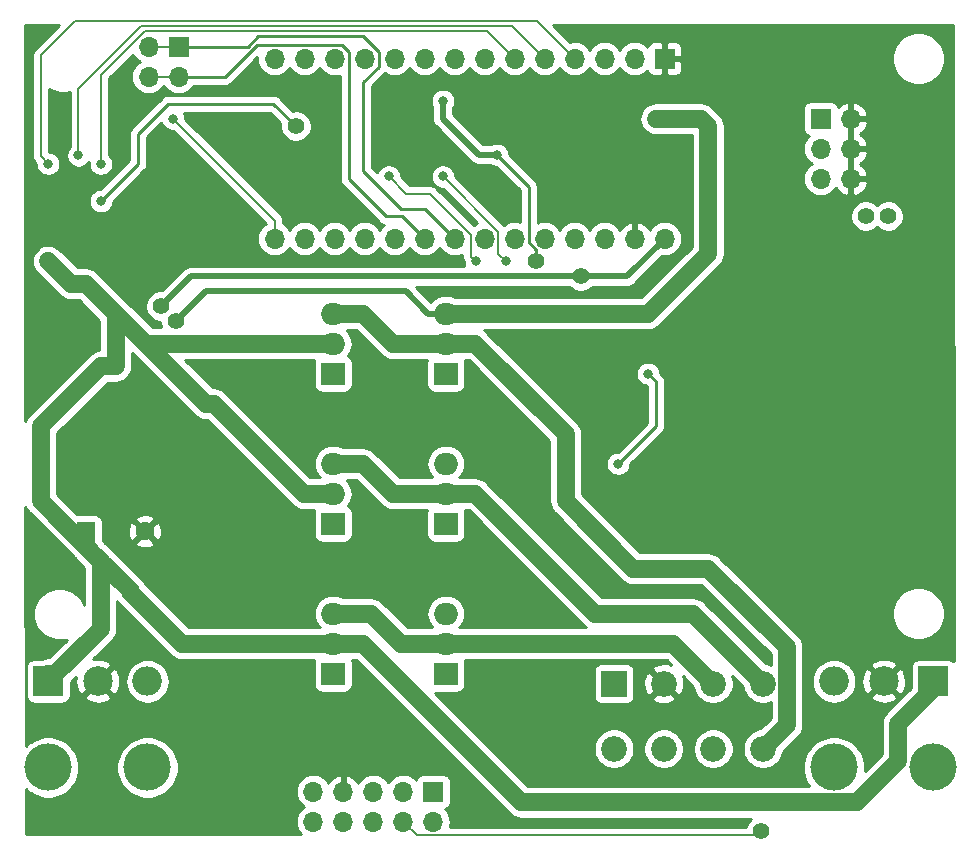
<source format=gbr>
G04 #@! TF.GenerationSoftware,KiCad,Pcbnew,(5.0.0)*
G04 #@! TF.CreationDate,2019-11-15T12:31:29-05:00*
G04 #@! TF.ProjectId,PCB_v2,5043425F76322E6B696361645F706362,rev?*
G04 #@! TF.SameCoordinates,Original*
G04 #@! TF.FileFunction,Copper,L2,Bot,Signal*
G04 #@! TF.FilePolarity,Positive*
%FSLAX46Y46*%
G04 Gerber Fmt 4.6, Leading zero omitted, Abs format (unit mm)*
G04 Created by KiCad (PCBNEW (5.0.0)) date 11/15/19 12:31:29*
%MOMM*%
%LPD*%
G01*
G04 APERTURE LIST*
G04 #@! TA.AperFunction,ComponentPad*
%ADD10C,1.600000*%
G04 #@! TD*
G04 #@! TA.AperFunction,ComponentPad*
%ADD11R,1.600000X1.600000*%
G04 #@! TD*
G04 #@! TA.AperFunction,ComponentPad*
%ADD12R,1.700000X1.700000*%
G04 #@! TD*
G04 #@! TA.AperFunction,ComponentPad*
%ADD13O,1.700000X1.700000*%
G04 #@! TD*
G04 #@! TA.AperFunction,ComponentPad*
%ADD14R,2.175000X2.175000*%
G04 #@! TD*
G04 #@! TA.AperFunction,ComponentPad*
%ADD15C,2.175000*%
G04 #@! TD*
G04 #@! TA.AperFunction,ComponentPad*
%ADD16R,2.500000X2.500000*%
G04 #@! TD*
G04 #@! TA.AperFunction,ComponentPad*
%ADD17C,2.500000*%
G04 #@! TD*
G04 #@! TA.AperFunction,ComponentPad*
%ADD18O,2.500000X2.500000*%
G04 #@! TD*
G04 #@! TA.AperFunction,WasherPad*
%ADD19C,4.000000*%
G04 #@! TD*
G04 #@! TA.AperFunction,ComponentPad*
%ADD20R,2.000000X1.905000*%
G04 #@! TD*
G04 #@! TA.AperFunction,ComponentPad*
%ADD21O,2.000000X1.905000*%
G04 #@! TD*
G04 #@! TA.AperFunction,ViaPad*
%ADD22C,0.800000*%
G04 #@! TD*
G04 #@! TA.AperFunction,ViaPad*
%ADD23C,1.400000*%
G04 #@! TD*
G04 #@! TA.AperFunction,Conductor*
%ADD24C,1.500000*%
G04 #@! TD*
G04 #@! TA.AperFunction,Conductor*
%ADD25C,0.500000*%
G04 #@! TD*
G04 #@! TA.AperFunction,Conductor*
%ADD26C,0.250000*%
G04 #@! TD*
G04 #@! TA.AperFunction,Conductor*
%ADD27C,0.200000*%
G04 #@! TD*
G04 #@! TA.AperFunction,Conductor*
%ADD28C,0.254000*%
G04 #@! TD*
G04 APERTURE END LIST*
D10*
G04 #@! TO.P,C2,2*
G04 #@! TO.N,GNDREF*
X135810000Y-103505000D03*
D11*
G04 #@! TO.P,C2,1*
G04 #@! TO.N,/Vm*
X130810000Y-103505000D03*
G04 #@! TD*
D12*
G04 #@! TO.P,J4,1*
G04 #@! TO.N,GNDREF*
X179832000Y-63500000D03*
D13*
G04 #@! TO.P,J4,28*
G04 #@! TO.N,/Vin*
X179832000Y-78740000D03*
G04 #@! TO.P,J4,2*
G04 #@! TO.N,/A*
X177292000Y-63500000D03*
G04 #@! TO.P,J4,27*
G04 #@! TO.N,GNDREF*
X177292000Y-78740000D03*
G04 #@! TO.P,J4,3*
G04 #@! TO.N,/B*
X174752000Y-63500000D03*
G04 #@! TO.P,J4,26*
G04 #@! TO.N,/3.3V*
X174752000Y-78740000D03*
G04 #@! TO.P,J4,4*
G04 #@! TO.N,/RESET*
X172212000Y-63500000D03*
G04 #@! TO.P,J4,25*
G04 #@! TO.N,/LED1*
X172212000Y-78740000D03*
G04 #@! TO.P,J4,5*
G04 #@! TO.N,/ENABLE*
X169672000Y-63500000D03*
G04 #@! TO.P,J4,24*
G04 #@! TO.N,/LED2*
X169672000Y-78740000D03*
G04 #@! TO.P,J4,6*
G04 #@! TO.N,/DIR*
X167132000Y-63500000D03*
G04 #@! TO.P,J4,23*
G04 #@! TO.N,/LED3*
X167132000Y-78740000D03*
G04 #@! TO.P,J4,7*
G04 #@! TO.N,/BRAKE*
X164592000Y-63500000D03*
G04 #@! TO.P,J4,22*
G04 #@! TO.N,/MCU/A6*
X164592000Y-78740000D03*
G04 #@! TO.P,J4,8*
G04 #@! TO.N,/CLKIN*
X162052000Y-63500000D03*
G04 #@! TO.P,J4,21*
G04 #@! TO.N,/SCL*
X162052000Y-78740000D03*
G04 #@! TO.P,J4,9*
G04 #@! TO.N,/LOCKn*
X159512000Y-63500000D03*
G04 #@! TO.P,J4,20*
G04 #@! TO.N,/SDA*
X159512000Y-78740000D03*
G04 #@! TO.P,J4,10*
G04 #@! TO.N,/FAULTn*
X156972000Y-63500000D03*
G04 #@! TO.P,J4,19*
G04 #@! TO.N,/MCU/A3*
X156972000Y-78740000D03*
G04 #@! TO.P,J4,11*
G04 #@! TO.N,/FGOUT*
X154432000Y-63500000D03*
G04 #@! TO.P,J4,18*
G04 #@! TO.N,/MCU/A2*
X154432000Y-78740000D03*
G04 #@! TO.P,J4,12*
G04 #@! TO.N,/SCS*
X151892000Y-63500000D03*
G04 #@! TO.P,J4,17*
G04 #@! TO.N,/MCU/A1*
X151892000Y-78740000D03*
G04 #@! TO.P,J4,13*
G04 #@! TO.N,/DATAI*
X149352000Y-63500000D03*
G04 #@! TO.P,J4,16*
G04 #@! TO.N,/MCU/A0*
X149352000Y-78740000D03*
G04 #@! TO.P,J4,14*
G04 #@! TO.N,/DATAO*
X146812000Y-63500000D03*
G04 #@! TO.P,J4,15*
G04 #@! TO.N,/SCLK*
X146812000Y-78740000D03*
G04 #@! TD*
D14*
G04 #@! TO.P,J1,1*
G04 #@! TO.N,/Hall_3*
X175539400Y-116408200D03*
D15*
G04 #@! TO.P,J1,2*
G04 #@! TO.N,GNDREF*
X179739400Y-116408200D03*
G04 #@! TO.P,J1,3*
G04 #@! TO.N,Motor_1*
X183939400Y-116408200D03*
G04 #@! TO.P,J1,4*
G04 #@! TO.N,Motor_2*
X188139400Y-116408200D03*
G04 #@! TO.P,J1,5*
G04 #@! TO.N,/Hall_1*
X175539400Y-121908200D03*
G04 #@! TO.P,J1,6*
G04 #@! TO.N,/Hall_2*
X179739400Y-121908200D03*
G04 #@! TO.P,J1,7*
G04 #@! TO.N,/Vreg*
X183939400Y-121908200D03*
G04 #@! TO.P,J1,8*
G04 #@! TO.N,Motor_3*
X188139400Y-121908200D03*
G04 #@! TD*
D12*
G04 #@! TO.P,J2,1*
G04 #@! TO.N,Net-(J2-Pad1)*
X160223200Y-125552200D03*
D13*
G04 #@! TO.P,J2,2*
G04 #@! TO.N,Net-(J2-Pad2)*
X160223200Y-128092200D03*
G04 #@! TO.P,J2,3*
G04 #@! TO.N,/ENC_!B*
X157683200Y-125552200D03*
G04 #@! TO.P,J2,4*
G04 #@! TO.N,/ENC_B*
X157683200Y-128092200D03*
G04 #@! TO.P,J2,5*
G04 #@! TO.N,/ENC_!A*
X155143200Y-125552200D03*
G04 #@! TO.P,J2,6*
G04 #@! TO.N,/ENC_A*
X155143200Y-128092200D03*
G04 #@! TO.P,J2,7*
G04 #@! TO.N,GNDREF*
X152603200Y-125552200D03*
G04 #@! TO.P,J2,8*
G04 #@! TO.N,Net-(J2-Pad8)*
X152603200Y-128092200D03*
G04 #@! TO.P,J2,9*
G04 #@! TO.N,Net-(J2-Pad9)*
X150063200Y-125552200D03*
G04 #@! TO.P,J2,10*
G04 #@! TO.N,/Vin*
X150063200Y-128092200D03*
G04 #@! TD*
D16*
G04 #@! TO.P,J3,1*
G04 #@! TO.N,/Vm*
X127635000Y-116205000D03*
D17*
G04 #@! TO.P,J3,2*
G04 #@! TO.N,GNDREF*
X131835000Y-116205000D03*
D18*
G04 #@! TO.P,J3,3*
G04 #@! TO.N,Net-(J3-Pad3)*
X136035000Y-116205000D03*
D19*
G04 #@! TO.P,J3,*
G04 #@! TO.N,*
X136035000Y-123505000D03*
X127635000Y-123505000D03*
G04 #@! TD*
D16*
G04 #@! TO.P,J5,1*
G04 #@! TO.N,/Vm*
X202565000Y-116205000D03*
D17*
G04 #@! TO.P,J5,2*
G04 #@! TO.N,GNDREF*
X198365000Y-116205000D03*
D18*
G04 #@! TO.P,J5,3*
G04 #@! TO.N,Net-(J5-Pad3)*
X194165000Y-116205000D03*
D19*
G04 #@! TO.P,J5,*
G04 #@! TO.N,*
X194165000Y-123505000D03*
X202565000Y-123505000D03*
G04 #@! TD*
D12*
G04 #@! TO.P,J6,1*
G04 #@! TO.N,/MCU/A0*
X193040000Y-68580000D03*
D13*
G04 #@! TO.P,J6,2*
G04 #@! TO.N,GNDREF*
X195580000Y-68580000D03*
G04 #@! TO.P,J6,3*
G04 #@! TO.N,/MCU/A1*
X193040000Y-71120000D03*
G04 #@! TO.P,J6,4*
G04 #@! TO.N,GNDREF*
X195580000Y-71120000D03*
G04 #@! TO.P,J6,5*
G04 #@! TO.N,/MCU/A2*
X193040000Y-73660000D03*
G04 #@! TO.P,J6,6*
G04 #@! TO.N,GNDREF*
X195580000Y-73660000D03*
G04 #@! TD*
D12*
G04 #@! TO.P,J9,1*
G04 #@! TO.N,/SCL*
X138684000Y-62484000D03*
D13*
G04 #@! TO.P,J9,2*
X136144000Y-62484000D03*
G04 #@! TO.P,J9,3*
G04 #@! TO.N,/SDA*
X138684000Y-65024000D03*
G04 #@! TO.P,J9,4*
X136144000Y-65024000D03*
G04 #@! TD*
D20*
G04 #@! TO.P,Q1,1*
G04 #@! TO.N,/Power/UHSG*
X151765000Y-115570000D03*
D21*
G04 #@! TO.P,Q1,2*
G04 #@! TO.N,/Vm*
X151765000Y-113030000D03*
G04 #@! TO.P,Q1,3*
G04 #@! TO.N,Motor_1*
X151765000Y-110490000D03*
G04 #@! TD*
D20*
G04 #@! TO.P,Q2,1*
G04 #@! TO.N,/Power/ULSG*
X161290000Y-115570000D03*
D21*
G04 #@! TO.P,Q2,2*
G04 #@! TO.N,Motor_1*
X161290000Y-113030000D03*
G04 #@! TO.P,Q2,3*
G04 #@! TO.N,/Power/ISEN*
X161290000Y-110490000D03*
G04 #@! TD*
D20*
G04 #@! TO.P,Q3,1*
G04 #@! TO.N,/Power/VHSG*
X151765000Y-102870000D03*
D21*
G04 #@! TO.P,Q3,2*
G04 #@! TO.N,/Vm*
X151765000Y-100330000D03*
G04 #@! TO.P,Q3,3*
G04 #@! TO.N,Motor_2*
X151765000Y-97790000D03*
G04 #@! TD*
G04 #@! TO.P,Q4,3*
G04 #@! TO.N,/Power/ISEN*
X161290000Y-97790000D03*
G04 #@! TO.P,Q4,2*
G04 #@! TO.N,Motor_2*
X161290000Y-100330000D03*
D20*
G04 #@! TO.P,Q4,1*
G04 #@! TO.N,/Power/VLSG*
X161290000Y-102870000D03*
G04 #@! TD*
G04 #@! TO.P,Q5,1*
G04 #@! TO.N,/Power/WHSG*
X151765000Y-90170000D03*
D21*
G04 #@! TO.P,Q5,2*
G04 #@! TO.N,/Vm*
X151765000Y-87630000D03*
G04 #@! TO.P,Q5,3*
G04 #@! TO.N,Motor_3*
X151765000Y-85090000D03*
G04 #@! TD*
G04 #@! TO.P,Q6,3*
G04 #@! TO.N,/Power/ISEN*
X161290000Y-85090000D03*
G04 #@! TO.P,Q6,2*
G04 #@! TO.N,Motor_3*
X161290000Y-87630000D03*
D20*
G04 #@! TO.P,Q6,1*
G04 #@! TO.N,/Power/WLSG*
X161290000Y-90170000D03*
G04 #@! TD*
D22*
G04 #@! TO.N,/Vm*
X133427000Y-89168000D03*
X127544500Y-80264000D03*
X127073000Y-95758000D03*
G04 #@! TO.N,GNDREF*
X131368800Y-95732600D03*
X127581000Y-77216000D03*
X127581000Y-74676000D03*
D23*
X137160000Y-73152000D03*
X130048000Y-86868000D03*
X184150000Y-88900000D03*
X127125000Y-90125000D03*
X133850000Y-92625000D03*
X172000000Y-90650000D03*
X172975000Y-105975000D03*
X178435000Y-73660000D03*
D22*
G04 #@! TO.N,/Vreg*
X161036000Y-67056000D03*
X165608000Y-71628000D03*
D23*
X148590000Y-69215000D03*
X168910000Y-80645000D03*
D22*
X132080000Y-75565000D03*
G04 #@! TO.N,/Hall_2*
X163830000Y-80645000D03*
X156464000Y-73457500D03*
G04 #@! TO.N,/Hall_3*
X166370000Y-80645000D03*
X161036000Y-73457500D03*
D23*
G04 #@! TO.N,/ENC_B*
X187960000Y-128905000D03*
G04 #@! TO.N,/A*
X196850000Y-76835000D03*
G04 #@! TO.N,/B*
X198755000Y-76835000D03*
D22*
G04 #@! TO.N,/RESET*
X127635000Y-72390000D03*
G04 #@! TO.N,/ENABLE*
X130178975Y-71691351D03*
G04 #@! TO.N,/DIR*
X132080000Y-72390000D03*
G04 #@! TO.N,/SCLK*
X138181761Y-68569933D03*
D23*
G04 #@! TO.N,/Power/ISEN*
X179070000Y-68580000D03*
X138430000Y-85725000D03*
G04 #@! TO.N,/Vin*
X137160000Y-84455000D03*
X172720000Y-81915000D03*
D22*
X175895000Y-97790000D03*
X178435000Y-90170000D03*
G04 #@! TD*
D24*
G04 #@! TO.N,/Vm*
X127635000Y-116205000D02*
X127635000Y-115570000D01*
X127000000Y-100965000D02*
X127000000Y-95885000D01*
X127000000Y-95885000D02*
X127000000Y-94615000D01*
X127000000Y-94615000D02*
X132080000Y-89535000D01*
X132080000Y-89535000D02*
X133350000Y-89535000D01*
X133350000Y-89535000D02*
X133350000Y-85090000D01*
X133350000Y-85090000D02*
X130810000Y-82550000D01*
X130810000Y-82550000D02*
X129540000Y-82550000D01*
X129540000Y-82550000D02*
X127635000Y-80645000D01*
X138989800Y-113030000D02*
X134570200Y-108610400D01*
X151765000Y-113030000D02*
X138989800Y-113030000D01*
X135890000Y-87630000D02*
X133350000Y-85090000D01*
X151765000Y-87630000D02*
X135890000Y-87630000D01*
X149265000Y-100330000D02*
X141645000Y-92710000D01*
X151765000Y-100330000D02*
X149265000Y-100330000D01*
X140970000Y-92710000D02*
X135890000Y-87630000D01*
X141645000Y-92710000D02*
X140970000Y-92710000D01*
X199614999Y-122965001D02*
X199614999Y-121695001D01*
X199614999Y-121695001D02*
X199614999Y-121060001D01*
X196124999Y-126455001D02*
X199614999Y-122965001D01*
X154265000Y-113030000D02*
X167690001Y-126455001D01*
X195581001Y-126455001D02*
X196124999Y-126455001D01*
X167690001Y-126455001D02*
X195581001Y-126455001D01*
X151765000Y-113030000D02*
X154265000Y-113030000D01*
X202565000Y-116840000D02*
X202565000Y-116205000D01*
X199614999Y-121695001D02*
X199614999Y-119790001D01*
X199614999Y-119790001D02*
X202565000Y-116840000D01*
X127635000Y-116205000D02*
X132080000Y-111760000D01*
X132080000Y-106045000D02*
X131445000Y-105410000D01*
X132080000Y-111760000D02*
X132080000Y-106045000D01*
X134620000Y-108585000D02*
X131445000Y-105410000D01*
X131445000Y-105410000D02*
X127000000Y-100965000D01*
X130810000Y-104775000D02*
X131445000Y-105410000D01*
X130810000Y-103505000D02*
X130810000Y-104775000D01*
D25*
G04 #@! TO.N,/Vreg*
X161036000Y-67056000D02*
X161036000Y-68580000D01*
X161036000Y-68580000D02*
X164084000Y-71628000D01*
X164084000Y-71628000D02*
X165608000Y-71628000D01*
D26*
X132080000Y-75565000D02*
X132779999Y-74865001D01*
X132779999Y-74865001D02*
X135255000Y-72390000D01*
X135255000Y-72390000D02*
X135255000Y-69850000D01*
X135255000Y-69850000D02*
X137795000Y-67310000D01*
X137795000Y-67310000D02*
X146685000Y-67310000D01*
X146685000Y-67310000D02*
X148590000Y-69215000D01*
X166007999Y-72027999D02*
X165608000Y-71628000D01*
X168307001Y-74327001D02*
X166007999Y-72027999D01*
X168307001Y-79052052D02*
X168307001Y-74327001D01*
X168910000Y-79655051D02*
X168307001Y-79052052D01*
X168910000Y-80645000D02*
X168910000Y-79655051D01*
D27*
G04 #@! TO.N,/Hall_2*
X163430001Y-78415999D02*
X159944002Y-74930000D01*
X163830000Y-80645000D02*
X163430001Y-80245001D01*
X163430001Y-80245001D02*
X163430001Y-78415999D01*
X159944002Y-74930000D02*
X157936500Y-74930000D01*
X157936500Y-74930000D02*
X156464000Y-73457500D01*
D24*
G04 #@! TO.N,Motor_3*
X154265000Y-85090000D02*
X156805000Y-87630000D01*
X151765000Y-85090000D02*
X154265000Y-85090000D01*
X156805000Y-87630000D02*
X161290000Y-87630000D01*
X163790000Y-87630000D02*
X171450000Y-95290000D01*
X161290000Y-87630000D02*
X163790000Y-87630000D01*
X171450000Y-95290000D02*
X171450000Y-100965000D01*
X171450000Y-100965000D02*
X177165000Y-106680000D01*
X177165000Y-106680000D02*
X183515000Y-106680000D01*
X189226899Y-120820701D02*
X188139400Y-121908200D01*
X190176901Y-119870699D02*
X189226899Y-120820701D01*
X190176901Y-113341901D02*
X190176901Y-119870699D01*
X183515000Y-106680000D02*
X190176901Y-113341901D01*
D27*
G04 #@! TO.N,/Hall_3*
X165742001Y-78163501D02*
X161036000Y-73457500D01*
X165742001Y-80017001D02*
X165742001Y-78163501D01*
X166370000Y-80645000D02*
X165742001Y-80017001D01*
D24*
G04 #@! TO.N,Motor_1*
X151765000Y-110490000D02*
X154940000Y-110490000D01*
X157480000Y-113030000D02*
X161290000Y-113030000D01*
X154940000Y-110490000D02*
X157480000Y-113030000D01*
X180561200Y-113030000D02*
X183939400Y-116408200D01*
X161290000Y-113030000D02*
X180561200Y-113030000D01*
G04 #@! TO.N,Motor_2*
X158790000Y-100330000D02*
X161290000Y-100330000D01*
X156805000Y-100330000D02*
X158790000Y-100330000D01*
X154265000Y-97790000D02*
X156805000Y-100330000D01*
X151765000Y-97790000D02*
X154265000Y-97790000D01*
X163790000Y-100330000D02*
X173950000Y-110490000D01*
X161290000Y-100330000D02*
X163790000Y-100330000D01*
X182221200Y-110490000D02*
X188139400Y-116408200D01*
X173950000Y-110490000D02*
X182221200Y-110490000D01*
D27*
G04 #@! TO.N,/ENC_B*
X187622799Y-129242201D02*
X187960000Y-128905000D01*
X157683200Y-128092200D02*
X158833201Y-129242201D01*
X158833201Y-129242201D02*
X187622799Y-129242201D01*
G04 #@! TO.N,/SCL*
X136144000Y-62484000D02*
X138684000Y-62484000D01*
D26*
X157480000Y-76200000D02*
X159512000Y-76200000D01*
X154305000Y-73025000D02*
X157480000Y-76200000D01*
X154305000Y-65469002D02*
X154305000Y-73025000D01*
X159512000Y-76200000D02*
X162052000Y-78740000D01*
X144526000Y-62484000D02*
X145415000Y-61595000D01*
X138684000Y-62484000D02*
X144526000Y-62484000D01*
X145415000Y-61595000D02*
X154266002Y-61595000D01*
X154266002Y-61595000D02*
X155607001Y-62935999D01*
X155607001Y-62935999D02*
X155607001Y-64167001D01*
X155607001Y-64167001D02*
X154305000Y-65469002D01*
D27*
G04 #@! TO.N,/SDA*
X136144000Y-65024000D02*
X138684000Y-65024000D01*
D26*
X138684000Y-65024000D02*
X142622410Y-65024000D01*
X158662001Y-77890001D02*
X159512000Y-78740000D01*
X142622410Y-65024000D02*
X145321411Y-62324999D01*
X156210000Y-76835000D02*
X157607000Y-76835000D01*
X157607000Y-76835000D02*
X158662001Y-77890001D01*
X153067001Y-73692001D02*
X156210000Y-76835000D01*
X153067001Y-62897001D02*
X153067001Y-73692001D01*
X152494999Y-62324999D02*
X153067001Y-62897001D01*
X145321411Y-62324999D02*
X152494999Y-62324999D01*
D27*
G04 #@! TO.N,/RESET*
X169037000Y-60325000D02*
X172212000Y-63500000D01*
X129902998Y-60325000D02*
X169037000Y-60325000D01*
X127004999Y-63222999D02*
X129902998Y-60325000D01*
X127635000Y-72390000D02*
X127004999Y-71759999D01*
X127004999Y-71759999D02*
X127004999Y-63222999D01*
G04 #@! TO.N,/ENABLE*
X166897011Y-60725011D02*
X135489989Y-60725011D01*
X130178975Y-66036025D02*
X130178975Y-71125666D01*
X169672000Y-63500000D02*
X166897011Y-60725011D01*
X135489989Y-60725011D02*
X130178975Y-66036025D01*
X130178975Y-71125666D02*
X130178975Y-71691351D01*
G04 #@! TO.N,/DIR*
X164757022Y-61125022D02*
X166282001Y-62650001D01*
X166282001Y-62650001D02*
X167132000Y-63500000D01*
X132080000Y-64845998D02*
X135800976Y-61125022D01*
X135800976Y-61125022D02*
X164757022Y-61125022D01*
X132080000Y-72390000D02*
X132080000Y-64845998D01*
G04 #@! TO.N,/SCLK*
X138181761Y-68569933D02*
X146812000Y-77200172D01*
X146812000Y-77200172D02*
X146812000Y-78740000D01*
D24*
G04 #@! TO.N,/Power/ISEN*
X161290000Y-85090000D02*
X163790000Y-85090000D01*
X163790000Y-85090000D02*
X178435000Y-85090000D01*
X178435000Y-85090000D02*
X183515000Y-80010000D01*
X183515000Y-80010000D02*
X183515000Y-69215000D01*
X183515000Y-69215000D02*
X182880000Y-68580000D01*
X182880000Y-68580000D02*
X179070000Y-68580000D01*
D25*
X159790000Y-85090000D02*
X157885000Y-83185000D01*
X161290000Y-85090000D02*
X159790000Y-85090000D01*
X157885000Y-83185000D02*
X140970000Y-83185000D01*
X140970000Y-83185000D02*
X138430000Y-85725000D01*
G04 #@! TO.N,/Vin*
X137160000Y-84455000D02*
X139700000Y-81915000D01*
X176657000Y-81915000D02*
X179832000Y-78740000D01*
X139700000Y-81915000D02*
X172720000Y-81915000D01*
X172720000Y-81915000D02*
X176657000Y-81915000D01*
D26*
X175895000Y-97790000D02*
X179070000Y-94615000D01*
X179070000Y-94615000D02*
X179070000Y-90805000D01*
X179070000Y-90805000D02*
X178435000Y-90170000D01*
G04 #@! TD*
D28*
G04 #@! TO.N,GNDREF*
G36*
X125714236Y-101497580D02*
X125830450Y-101715000D01*
X125842844Y-101738188D01*
X125971151Y-101894530D01*
X126015919Y-101949080D01*
X126068765Y-101992450D01*
X129782555Y-105706241D01*
X129825920Y-105759081D01*
X129878760Y-105802446D01*
X130513766Y-106437452D01*
X130513771Y-106437456D01*
X130695001Y-106618686D01*
X130695000Y-109732360D01*
X130580831Y-109456731D01*
X130336238Y-109090671D01*
X130024929Y-108779362D01*
X129658869Y-108534769D01*
X129252125Y-108366290D01*
X128820328Y-108280400D01*
X128380072Y-108280400D01*
X127948275Y-108366290D01*
X127541531Y-108534769D01*
X127175471Y-108779362D01*
X126864162Y-109090671D01*
X126619569Y-109456731D01*
X126451090Y-109863475D01*
X126365200Y-110295272D01*
X126365200Y-110735528D01*
X126451090Y-111167325D01*
X126619569Y-111574069D01*
X126864162Y-111940129D01*
X127175471Y-112251438D01*
X127541531Y-112496031D01*
X127948275Y-112664510D01*
X128380072Y-112750400D01*
X128820328Y-112750400D01*
X129208034Y-112673280D01*
X127696917Y-114184397D01*
X127635000Y-114178299D01*
X127363494Y-114205040D01*
X127102420Y-114284236D01*
X127041258Y-114316928D01*
X126385000Y-114316928D01*
X126260518Y-114329188D01*
X126140820Y-114365498D01*
X126030506Y-114424463D01*
X125933815Y-114503815D01*
X125854463Y-114600506D01*
X125795498Y-114710820D01*
X125759188Y-114830518D01*
X125746928Y-114955000D01*
X125746928Y-117455000D01*
X125759188Y-117579482D01*
X125795498Y-117699180D01*
X125854463Y-117809494D01*
X125933815Y-117906185D01*
X126030506Y-117985537D01*
X126140820Y-118044502D01*
X126260518Y-118080812D01*
X126385000Y-118093072D01*
X128885000Y-118093072D01*
X129009482Y-118080812D01*
X129129180Y-118044502D01*
X129239494Y-117985537D01*
X129336185Y-117906185D01*
X129415537Y-117809494D01*
X129474502Y-117699180D01*
X129510812Y-117579482D01*
X129516807Y-117518605D01*
X130701000Y-117518605D01*
X130826914Y-117808577D01*
X131159126Y-117974433D01*
X131517312Y-118072290D01*
X131887706Y-118098389D01*
X132256075Y-118051725D01*
X132608262Y-117934094D01*
X132843086Y-117808577D01*
X132969000Y-117518605D01*
X131835000Y-116384605D01*
X130701000Y-117518605D01*
X129516807Y-117518605D01*
X129523072Y-117455000D01*
X129523072Y-116275613D01*
X129988887Y-115809798D01*
X129967710Y-115887312D01*
X129941611Y-116257706D01*
X129988275Y-116626075D01*
X130105906Y-116978262D01*
X130231423Y-117213086D01*
X130521395Y-117339000D01*
X131655395Y-116205000D01*
X132014605Y-116205000D01*
X133148605Y-117339000D01*
X133438577Y-117213086D01*
X133604433Y-116880874D01*
X133702290Y-116522688D01*
X133724675Y-116205000D01*
X134140880Y-116205000D01*
X134177275Y-116574524D01*
X134285061Y-116929848D01*
X134460097Y-117257317D01*
X134695655Y-117544345D01*
X134982683Y-117779903D01*
X135310152Y-117954939D01*
X135665476Y-118062725D01*
X135942403Y-118090000D01*
X136127597Y-118090000D01*
X136404524Y-118062725D01*
X136759848Y-117954939D01*
X137087317Y-117779903D01*
X137374345Y-117544345D01*
X137609903Y-117257317D01*
X137784939Y-116929848D01*
X137892725Y-116574524D01*
X137929120Y-116205000D01*
X137892725Y-115835476D01*
X137784939Y-115480152D01*
X137609903Y-115152683D01*
X137374345Y-114865655D01*
X137087317Y-114630097D01*
X136759848Y-114455061D01*
X136404524Y-114347275D01*
X136127597Y-114320000D01*
X135942403Y-114320000D01*
X135665476Y-114347275D01*
X135310152Y-114455061D01*
X134982683Y-114630097D01*
X134695655Y-114865655D01*
X134460097Y-115152683D01*
X134285061Y-115480152D01*
X134177275Y-115835476D01*
X134140880Y-116205000D01*
X133724675Y-116205000D01*
X133728389Y-116152294D01*
X133681725Y-115783925D01*
X133564094Y-115431738D01*
X133438577Y-115196914D01*
X133148605Y-115071000D01*
X132014605Y-116205000D01*
X131655395Y-116205000D01*
X131641253Y-116190858D01*
X131820858Y-116011253D01*
X131835000Y-116025395D01*
X132969000Y-114891395D01*
X132843086Y-114601423D01*
X132510874Y-114435567D01*
X132152688Y-114337710D01*
X131782294Y-114311611D01*
X131444252Y-114354433D01*
X133011241Y-112787445D01*
X133064080Y-112744081D01*
X133107445Y-112691241D01*
X133107452Y-112691234D01*
X133237156Y-112533189D01*
X133237157Y-112533188D01*
X133365764Y-112292581D01*
X133444960Y-112031507D01*
X133465000Y-111828037D01*
X133465000Y-111828028D01*
X133471700Y-111760001D01*
X133465000Y-111691974D01*
X133465000Y-109446897D01*
X133542748Y-109541633D01*
X137962350Y-113961236D01*
X138005719Y-114014081D01*
X138058564Y-114057450D01*
X138058566Y-114057452D01*
X138128797Y-114115089D01*
X138216612Y-114187157D01*
X138457219Y-114315764D01*
X138718293Y-114394960D01*
X138921763Y-114415000D01*
X138921772Y-114415000D01*
X138989799Y-114421700D01*
X139057826Y-114415000D01*
X150162855Y-114415000D01*
X150139188Y-114493018D01*
X150126928Y-114617500D01*
X150126928Y-116522500D01*
X150139188Y-116646982D01*
X150175498Y-116766680D01*
X150234463Y-116876994D01*
X150313815Y-116973685D01*
X150410506Y-117053037D01*
X150520820Y-117112002D01*
X150640518Y-117148312D01*
X150765000Y-117160572D01*
X152765000Y-117160572D01*
X152889482Y-117148312D01*
X153009180Y-117112002D01*
X153119494Y-117053037D01*
X153216185Y-116973685D01*
X153295537Y-116876994D01*
X153354502Y-116766680D01*
X153390812Y-116646982D01*
X153403072Y-116522500D01*
X153403072Y-114617500D01*
X153390812Y-114493018D01*
X153367145Y-114415000D01*
X153691315Y-114415000D01*
X166662547Y-127386232D01*
X166705920Y-127439082D01*
X166916813Y-127612158D01*
X167157420Y-127740765D01*
X167418494Y-127819961D01*
X167621964Y-127840001D01*
X167621973Y-127840001D01*
X167690000Y-127846701D01*
X167758027Y-127840001D01*
X187150948Y-127840001D01*
X187108987Y-127868038D01*
X186923038Y-128053987D01*
X186776939Y-128272641D01*
X186679781Y-128507201D01*
X161649131Y-128507201D01*
X161686713Y-128383311D01*
X161715385Y-128092200D01*
X161686713Y-127801089D01*
X161601799Y-127521166D01*
X161463906Y-127263186D01*
X161278334Y-127037066D01*
X161248513Y-127012593D01*
X161317380Y-126991702D01*
X161427694Y-126932737D01*
X161524385Y-126853385D01*
X161603737Y-126756694D01*
X161662702Y-126646380D01*
X161699012Y-126526682D01*
X161711272Y-126402200D01*
X161711272Y-124702200D01*
X161699012Y-124577718D01*
X161662702Y-124458020D01*
X161603737Y-124347706D01*
X161524385Y-124251015D01*
X161427694Y-124171663D01*
X161317380Y-124112698D01*
X161197682Y-124076388D01*
X161073200Y-124064128D01*
X159373200Y-124064128D01*
X159248718Y-124076388D01*
X159129020Y-124112698D01*
X159018706Y-124171663D01*
X158922015Y-124251015D01*
X158842663Y-124347706D01*
X158783698Y-124458020D01*
X158762807Y-124526887D01*
X158738334Y-124497066D01*
X158512214Y-124311494D01*
X158254234Y-124173601D01*
X157974311Y-124088687D01*
X157756150Y-124067200D01*
X157610250Y-124067200D01*
X157392089Y-124088687D01*
X157112166Y-124173601D01*
X156854186Y-124311494D01*
X156628066Y-124497066D01*
X156442494Y-124723186D01*
X156413200Y-124777991D01*
X156383906Y-124723186D01*
X156198334Y-124497066D01*
X155972214Y-124311494D01*
X155714234Y-124173601D01*
X155434311Y-124088687D01*
X155216150Y-124067200D01*
X155070250Y-124067200D01*
X154852089Y-124088687D01*
X154572166Y-124173601D01*
X154314186Y-124311494D01*
X154088066Y-124497066D01*
X153902494Y-124723186D01*
X153867999Y-124787723D01*
X153798378Y-124670845D01*
X153603469Y-124454612D01*
X153370120Y-124280559D01*
X153107299Y-124155375D01*
X152960090Y-124110724D01*
X152730200Y-124232045D01*
X152730200Y-125425200D01*
X152750200Y-125425200D01*
X152750200Y-125679200D01*
X152730200Y-125679200D01*
X152730200Y-125699200D01*
X152476200Y-125699200D01*
X152476200Y-125679200D01*
X152456200Y-125679200D01*
X152456200Y-125425200D01*
X152476200Y-125425200D01*
X152476200Y-124232045D01*
X152246310Y-124110724D01*
X152099101Y-124155375D01*
X151836280Y-124280559D01*
X151602931Y-124454612D01*
X151408022Y-124670845D01*
X151338401Y-124787723D01*
X151303906Y-124723186D01*
X151118334Y-124497066D01*
X150892214Y-124311494D01*
X150634234Y-124173601D01*
X150354311Y-124088687D01*
X150136150Y-124067200D01*
X149990250Y-124067200D01*
X149772089Y-124088687D01*
X149492166Y-124173601D01*
X149234186Y-124311494D01*
X149008066Y-124497066D01*
X148822494Y-124723186D01*
X148684601Y-124981166D01*
X148599687Y-125261089D01*
X148571015Y-125552200D01*
X148599687Y-125843311D01*
X148684601Y-126123234D01*
X148822494Y-126381214D01*
X149008066Y-126607334D01*
X149234186Y-126792906D01*
X149288991Y-126822200D01*
X149234186Y-126851494D01*
X149008066Y-127037066D01*
X148822494Y-127263186D01*
X148684601Y-127521166D01*
X148599687Y-127801089D01*
X148571015Y-128092200D01*
X148599687Y-128383311D01*
X148684601Y-128663234D01*
X148822494Y-128921214D01*
X149008066Y-129147334D01*
X149042335Y-129175458D01*
X125728027Y-129160650D01*
X125723845Y-125320298D01*
X125955285Y-125551738D01*
X126386859Y-125840107D01*
X126866399Y-126038739D01*
X127375475Y-126140000D01*
X127894525Y-126140000D01*
X128403601Y-126038739D01*
X128883141Y-125840107D01*
X129314715Y-125551738D01*
X129681738Y-125184715D01*
X129970107Y-124753141D01*
X130168739Y-124273601D01*
X130270000Y-123764525D01*
X130270000Y-123245475D01*
X133400000Y-123245475D01*
X133400000Y-123764525D01*
X133501261Y-124273601D01*
X133699893Y-124753141D01*
X133988262Y-125184715D01*
X134355285Y-125551738D01*
X134786859Y-125840107D01*
X135266399Y-126038739D01*
X135775475Y-126140000D01*
X136294525Y-126140000D01*
X136803601Y-126038739D01*
X137283141Y-125840107D01*
X137714715Y-125551738D01*
X138081738Y-125184715D01*
X138370107Y-124753141D01*
X138568739Y-124273601D01*
X138670000Y-123764525D01*
X138670000Y-123245475D01*
X138568739Y-122736399D01*
X138370107Y-122256859D01*
X138081738Y-121825285D01*
X137714715Y-121458262D01*
X137283141Y-121169893D01*
X136803601Y-120971261D01*
X136294525Y-120870000D01*
X135775475Y-120870000D01*
X135266399Y-120971261D01*
X134786859Y-121169893D01*
X134355285Y-121458262D01*
X133988262Y-121825285D01*
X133699893Y-122256859D01*
X133501261Y-122736399D01*
X133400000Y-123245475D01*
X130270000Y-123245475D01*
X130168739Y-122736399D01*
X129970107Y-122256859D01*
X129681738Y-121825285D01*
X129314715Y-121458262D01*
X128883141Y-121169893D01*
X128403601Y-120971261D01*
X127894525Y-120870000D01*
X127375475Y-120870000D01*
X126866399Y-120971261D01*
X126386859Y-121169893D01*
X125955285Y-121458262D01*
X125719896Y-121693651D01*
X125697845Y-101443547D01*
X125714236Y-101497580D01*
X125714236Y-101497580D01*
G37*
X125714236Y-101497580D02*
X125830450Y-101715000D01*
X125842844Y-101738188D01*
X125971151Y-101894530D01*
X126015919Y-101949080D01*
X126068765Y-101992450D01*
X129782555Y-105706241D01*
X129825920Y-105759081D01*
X129878760Y-105802446D01*
X130513766Y-106437452D01*
X130513771Y-106437456D01*
X130695001Y-106618686D01*
X130695000Y-109732360D01*
X130580831Y-109456731D01*
X130336238Y-109090671D01*
X130024929Y-108779362D01*
X129658869Y-108534769D01*
X129252125Y-108366290D01*
X128820328Y-108280400D01*
X128380072Y-108280400D01*
X127948275Y-108366290D01*
X127541531Y-108534769D01*
X127175471Y-108779362D01*
X126864162Y-109090671D01*
X126619569Y-109456731D01*
X126451090Y-109863475D01*
X126365200Y-110295272D01*
X126365200Y-110735528D01*
X126451090Y-111167325D01*
X126619569Y-111574069D01*
X126864162Y-111940129D01*
X127175471Y-112251438D01*
X127541531Y-112496031D01*
X127948275Y-112664510D01*
X128380072Y-112750400D01*
X128820328Y-112750400D01*
X129208034Y-112673280D01*
X127696917Y-114184397D01*
X127635000Y-114178299D01*
X127363494Y-114205040D01*
X127102420Y-114284236D01*
X127041258Y-114316928D01*
X126385000Y-114316928D01*
X126260518Y-114329188D01*
X126140820Y-114365498D01*
X126030506Y-114424463D01*
X125933815Y-114503815D01*
X125854463Y-114600506D01*
X125795498Y-114710820D01*
X125759188Y-114830518D01*
X125746928Y-114955000D01*
X125746928Y-117455000D01*
X125759188Y-117579482D01*
X125795498Y-117699180D01*
X125854463Y-117809494D01*
X125933815Y-117906185D01*
X126030506Y-117985537D01*
X126140820Y-118044502D01*
X126260518Y-118080812D01*
X126385000Y-118093072D01*
X128885000Y-118093072D01*
X129009482Y-118080812D01*
X129129180Y-118044502D01*
X129239494Y-117985537D01*
X129336185Y-117906185D01*
X129415537Y-117809494D01*
X129474502Y-117699180D01*
X129510812Y-117579482D01*
X129516807Y-117518605D01*
X130701000Y-117518605D01*
X130826914Y-117808577D01*
X131159126Y-117974433D01*
X131517312Y-118072290D01*
X131887706Y-118098389D01*
X132256075Y-118051725D01*
X132608262Y-117934094D01*
X132843086Y-117808577D01*
X132969000Y-117518605D01*
X131835000Y-116384605D01*
X130701000Y-117518605D01*
X129516807Y-117518605D01*
X129523072Y-117455000D01*
X129523072Y-116275613D01*
X129988887Y-115809798D01*
X129967710Y-115887312D01*
X129941611Y-116257706D01*
X129988275Y-116626075D01*
X130105906Y-116978262D01*
X130231423Y-117213086D01*
X130521395Y-117339000D01*
X131655395Y-116205000D01*
X132014605Y-116205000D01*
X133148605Y-117339000D01*
X133438577Y-117213086D01*
X133604433Y-116880874D01*
X133702290Y-116522688D01*
X133724675Y-116205000D01*
X134140880Y-116205000D01*
X134177275Y-116574524D01*
X134285061Y-116929848D01*
X134460097Y-117257317D01*
X134695655Y-117544345D01*
X134982683Y-117779903D01*
X135310152Y-117954939D01*
X135665476Y-118062725D01*
X135942403Y-118090000D01*
X136127597Y-118090000D01*
X136404524Y-118062725D01*
X136759848Y-117954939D01*
X137087317Y-117779903D01*
X137374345Y-117544345D01*
X137609903Y-117257317D01*
X137784939Y-116929848D01*
X137892725Y-116574524D01*
X137929120Y-116205000D01*
X137892725Y-115835476D01*
X137784939Y-115480152D01*
X137609903Y-115152683D01*
X137374345Y-114865655D01*
X137087317Y-114630097D01*
X136759848Y-114455061D01*
X136404524Y-114347275D01*
X136127597Y-114320000D01*
X135942403Y-114320000D01*
X135665476Y-114347275D01*
X135310152Y-114455061D01*
X134982683Y-114630097D01*
X134695655Y-114865655D01*
X134460097Y-115152683D01*
X134285061Y-115480152D01*
X134177275Y-115835476D01*
X134140880Y-116205000D01*
X133724675Y-116205000D01*
X133728389Y-116152294D01*
X133681725Y-115783925D01*
X133564094Y-115431738D01*
X133438577Y-115196914D01*
X133148605Y-115071000D01*
X132014605Y-116205000D01*
X131655395Y-116205000D01*
X131641253Y-116190858D01*
X131820858Y-116011253D01*
X131835000Y-116025395D01*
X132969000Y-114891395D01*
X132843086Y-114601423D01*
X132510874Y-114435567D01*
X132152688Y-114337710D01*
X131782294Y-114311611D01*
X131444252Y-114354433D01*
X133011241Y-112787445D01*
X133064080Y-112744081D01*
X133107445Y-112691241D01*
X133107452Y-112691234D01*
X133237156Y-112533189D01*
X133237157Y-112533188D01*
X133365764Y-112292581D01*
X133444960Y-112031507D01*
X133465000Y-111828037D01*
X133465000Y-111828028D01*
X133471700Y-111760001D01*
X133465000Y-111691974D01*
X133465000Y-109446897D01*
X133542748Y-109541633D01*
X137962350Y-113961236D01*
X138005719Y-114014081D01*
X138058564Y-114057450D01*
X138058566Y-114057452D01*
X138128797Y-114115089D01*
X138216612Y-114187157D01*
X138457219Y-114315764D01*
X138718293Y-114394960D01*
X138921763Y-114415000D01*
X138921772Y-114415000D01*
X138989799Y-114421700D01*
X139057826Y-114415000D01*
X150162855Y-114415000D01*
X150139188Y-114493018D01*
X150126928Y-114617500D01*
X150126928Y-116522500D01*
X150139188Y-116646982D01*
X150175498Y-116766680D01*
X150234463Y-116876994D01*
X150313815Y-116973685D01*
X150410506Y-117053037D01*
X150520820Y-117112002D01*
X150640518Y-117148312D01*
X150765000Y-117160572D01*
X152765000Y-117160572D01*
X152889482Y-117148312D01*
X153009180Y-117112002D01*
X153119494Y-117053037D01*
X153216185Y-116973685D01*
X153295537Y-116876994D01*
X153354502Y-116766680D01*
X153390812Y-116646982D01*
X153403072Y-116522500D01*
X153403072Y-114617500D01*
X153390812Y-114493018D01*
X153367145Y-114415000D01*
X153691315Y-114415000D01*
X166662547Y-127386232D01*
X166705920Y-127439082D01*
X166916813Y-127612158D01*
X167157420Y-127740765D01*
X167418494Y-127819961D01*
X167621964Y-127840001D01*
X167621973Y-127840001D01*
X167690000Y-127846701D01*
X167758027Y-127840001D01*
X187150948Y-127840001D01*
X187108987Y-127868038D01*
X186923038Y-128053987D01*
X186776939Y-128272641D01*
X186679781Y-128507201D01*
X161649131Y-128507201D01*
X161686713Y-128383311D01*
X161715385Y-128092200D01*
X161686713Y-127801089D01*
X161601799Y-127521166D01*
X161463906Y-127263186D01*
X161278334Y-127037066D01*
X161248513Y-127012593D01*
X161317380Y-126991702D01*
X161427694Y-126932737D01*
X161524385Y-126853385D01*
X161603737Y-126756694D01*
X161662702Y-126646380D01*
X161699012Y-126526682D01*
X161711272Y-126402200D01*
X161711272Y-124702200D01*
X161699012Y-124577718D01*
X161662702Y-124458020D01*
X161603737Y-124347706D01*
X161524385Y-124251015D01*
X161427694Y-124171663D01*
X161317380Y-124112698D01*
X161197682Y-124076388D01*
X161073200Y-124064128D01*
X159373200Y-124064128D01*
X159248718Y-124076388D01*
X159129020Y-124112698D01*
X159018706Y-124171663D01*
X158922015Y-124251015D01*
X158842663Y-124347706D01*
X158783698Y-124458020D01*
X158762807Y-124526887D01*
X158738334Y-124497066D01*
X158512214Y-124311494D01*
X158254234Y-124173601D01*
X157974311Y-124088687D01*
X157756150Y-124067200D01*
X157610250Y-124067200D01*
X157392089Y-124088687D01*
X157112166Y-124173601D01*
X156854186Y-124311494D01*
X156628066Y-124497066D01*
X156442494Y-124723186D01*
X156413200Y-124777991D01*
X156383906Y-124723186D01*
X156198334Y-124497066D01*
X155972214Y-124311494D01*
X155714234Y-124173601D01*
X155434311Y-124088687D01*
X155216150Y-124067200D01*
X155070250Y-124067200D01*
X154852089Y-124088687D01*
X154572166Y-124173601D01*
X154314186Y-124311494D01*
X154088066Y-124497066D01*
X153902494Y-124723186D01*
X153867999Y-124787723D01*
X153798378Y-124670845D01*
X153603469Y-124454612D01*
X153370120Y-124280559D01*
X153107299Y-124155375D01*
X152960090Y-124110724D01*
X152730200Y-124232045D01*
X152730200Y-125425200D01*
X152750200Y-125425200D01*
X152750200Y-125679200D01*
X152730200Y-125679200D01*
X152730200Y-125699200D01*
X152476200Y-125699200D01*
X152476200Y-125679200D01*
X152456200Y-125679200D01*
X152456200Y-125425200D01*
X152476200Y-125425200D01*
X152476200Y-124232045D01*
X152246310Y-124110724D01*
X152099101Y-124155375D01*
X151836280Y-124280559D01*
X151602931Y-124454612D01*
X151408022Y-124670845D01*
X151338401Y-124787723D01*
X151303906Y-124723186D01*
X151118334Y-124497066D01*
X150892214Y-124311494D01*
X150634234Y-124173601D01*
X150354311Y-124088687D01*
X150136150Y-124067200D01*
X149990250Y-124067200D01*
X149772089Y-124088687D01*
X149492166Y-124173601D01*
X149234186Y-124311494D01*
X149008066Y-124497066D01*
X148822494Y-124723186D01*
X148684601Y-124981166D01*
X148599687Y-125261089D01*
X148571015Y-125552200D01*
X148599687Y-125843311D01*
X148684601Y-126123234D01*
X148822494Y-126381214D01*
X149008066Y-126607334D01*
X149234186Y-126792906D01*
X149288991Y-126822200D01*
X149234186Y-126851494D01*
X149008066Y-127037066D01*
X148822494Y-127263186D01*
X148684601Y-127521166D01*
X148599687Y-127801089D01*
X148571015Y-128092200D01*
X148599687Y-128383311D01*
X148684601Y-128663234D01*
X148822494Y-128921214D01*
X149008066Y-129147334D01*
X149042335Y-129175458D01*
X125728027Y-129160650D01*
X125723845Y-125320298D01*
X125955285Y-125551738D01*
X126386859Y-125840107D01*
X126866399Y-126038739D01*
X127375475Y-126140000D01*
X127894525Y-126140000D01*
X128403601Y-126038739D01*
X128883141Y-125840107D01*
X129314715Y-125551738D01*
X129681738Y-125184715D01*
X129970107Y-124753141D01*
X130168739Y-124273601D01*
X130270000Y-123764525D01*
X130270000Y-123245475D01*
X133400000Y-123245475D01*
X133400000Y-123764525D01*
X133501261Y-124273601D01*
X133699893Y-124753141D01*
X133988262Y-125184715D01*
X134355285Y-125551738D01*
X134786859Y-125840107D01*
X135266399Y-126038739D01*
X135775475Y-126140000D01*
X136294525Y-126140000D01*
X136803601Y-126038739D01*
X137283141Y-125840107D01*
X137714715Y-125551738D01*
X138081738Y-125184715D01*
X138370107Y-124753141D01*
X138568739Y-124273601D01*
X138670000Y-123764525D01*
X138670000Y-123245475D01*
X138568739Y-122736399D01*
X138370107Y-122256859D01*
X138081738Y-121825285D01*
X137714715Y-121458262D01*
X137283141Y-121169893D01*
X136803601Y-120971261D01*
X136294525Y-120870000D01*
X135775475Y-120870000D01*
X135266399Y-120971261D01*
X134786859Y-121169893D01*
X134355285Y-121458262D01*
X133988262Y-121825285D01*
X133699893Y-122256859D01*
X133501261Y-122736399D01*
X133400000Y-123245475D01*
X130270000Y-123245475D01*
X130168739Y-122736399D01*
X129970107Y-122256859D01*
X129681738Y-121825285D01*
X129314715Y-121458262D01*
X128883141Y-121169893D01*
X128403601Y-120971261D01*
X127894525Y-120870000D01*
X127375475Y-120870000D01*
X126866399Y-120971261D01*
X126386859Y-121169893D01*
X125955285Y-121458262D01*
X125719896Y-121693651D01*
X125697845Y-101443547D01*
X125714236Y-101497580D01*
G36*
X204282230Y-114523366D02*
X204266185Y-114503815D01*
X204169494Y-114424463D01*
X204059180Y-114365498D01*
X203939482Y-114329188D01*
X203815000Y-114316928D01*
X201315000Y-114316928D01*
X201190518Y-114329188D01*
X201070820Y-114365498D01*
X200960506Y-114424463D01*
X200863815Y-114503815D01*
X200784463Y-114600506D01*
X200725498Y-114710820D01*
X200689188Y-114830518D01*
X200676928Y-114955000D01*
X200676928Y-116769386D01*
X198683763Y-118762552D01*
X198630919Y-118805920D01*
X198587550Y-118858765D01*
X198587547Y-118858768D01*
X198457843Y-119016813D01*
X198329235Y-119257421D01*
X198250039Y-119518494D01*
X198223299Y-119790001D01*
X198230000Y-119858040D01*
X198229999Y-121626963D01*
X198229999Y-122391315D01*
X196785899Y-123835415D01*
X196800000Y-123764525D01*
X196800000Y-123245475D01*
X196698739Y-122736399D01*
X196500107Y-122256859D01*
X196211738Y-121825285D01*
X195844715Y-121458262D01*
X195413141Y-121169893D01*
X194933601Y-120971261D01*
X194424525Y-120870000D01*
X193905475Y-120870000D01*
X193396399Y-120971261D01*
X192916859Y-121169893D01*
X192485285Y-121458262D01*
X192118262Y-121825285D01*
X191829893Y-122256859D01*
X191631261Y-122736399D01*
X191530000Y-123245475D01*
X191530000Y-123764525D01*
X191631261Y-124273601D01*
X191829893Y-124753141D01*
X192041612Y-125070001D01*
X168263686Y-125070001D01*
X164932234Y-121738549D01*
X173816900Y-121738549D01*
X173816900Y-122077851D01*
X173883095Y-122410635D01*
X174012941Y-122724109D01*
X174201447Y-123006229D01*
X174441371Y-123246153D01*
X174723491Y-123434659D01*
X175036965Y-123564505D01*
X175369749Y-123630700D01*
X175709051Y-123630700D01*
X176041835Y-123564505D01*
X176355309Y-123434659D01*
X176637429Y-123246153D01*
X176877353Y-123006229D01*
X177065859Y-122724109D01*
X177195705Y-122410635D01*
X177261900Y-122077851D01*
X177261900Y-121738549D01*
X178016900Y-121738549D01*
X178016900Y-122077851D01*
X178083095Y-122410635D01*
X178212941Y-122724109D01*
X178401447Y-123006229D01*
X178641371Y-123246153D01*
X178923491Y-123434659D01*
X179236965Y-123564505D01*
X179569749Y-123630700D01*
X179909051Y-123630700D01*
X180241835Y-123564505D01*
X180555309Y-123434659D01*
X180837429Y-123246153D01*
X181077353Y-123006229D01*
X181265859Y-122724109D01*
X181395705Y-122410635D01*
X181461900Y-122077851D01*
X181461900Y-121738549D01*
X182216900Y-121738549D01*
X182216900Y-122077851D01*
X182283095Y-122410635D01*
X182412941Y-122724109D01*
X182601447Y-123006229D01*
X182841371Y-123246153D01*
X183123491Y-123434659D01*
X183436965Y-123564505D01*
X183769749Y-123630700D01*
X184109051Y-123630700D01*
X184441835Y-123564505D01*
X184755309Y-123434659D01*
X185037429Y-123246153D01*
X185277353Y-123006229D01*
X185465859Y-122724109D01*
X185595705Y-122410635D01*
X185661900Y-122077851D01*
X185661900Y-121738549D01*
X185595705Y-121405765D01*
X185465859Y-121092291D01*
X185277353Y-120810171D01*
X185037429Y-120570247D01*
X184755309Y-120381741D01*
X184441835Y-120251895D01*
X184109051Y-120185700D01*
X183769749Y-120185700D01*
X183436965Y-120251895D01*
X183123491Y-120381741D01*
X182841371Y-120570247D01*
X182601447Y-120810171D01*
X182412941Y-121092291D01*
X182283095Y-121405765D01*
X182216900Y-121738549D01*
X181461900Y-121738549D01*
X181395705Y-121405765D01*
X181265859Y-121092291D01*
X181077353Y-120810171D01*
X180837429Y-120570247D01*
X180555309Y-120381741D01*
X180241835Y-120251895D01*
X179909051Y-120185700D01*
X179569749Y-120185700D01*
X179236965Y-120251895D01*
X178923491Y-120381741D01*
X178641371Y-120570247D01*
X178401447Y-120810171D01*
X178212941Y-121092291D01*
X178083095Y-121405765D01*
X178016900Y-121738549D01*
X177261900Y-121738549D01*
X177195705Y-121405765D01*
X177065859Y-121092291D01*
X176877353Y-120810171D01*
X176637429Y-120570247D01*
X176355309Y-120381741D01*
X176041835Y-120251895D01*
X175709051Y-120185700D01*
X175369749Y-120185700D01*
X175036965Y-120251895D01*
X174723491Y-120381741D01*
X174441371Y-120570247D01*
X174201447Y-120810171D01*
X174012941Y-121092291D01*
X173883095Y-121405765D01*
X173816900Y-121738549D01*
X164932234Y-121738549D01*
X160354257Y-117160572D01*
X162290000Y-117160572D01*
X162414482Y-117148312D01*
X162534180Y-117112002D01*
X162644494Y-117053037D01*
X162741185Y-116973685D01*
X162820537Y-116876994D01*
X162879502Y-116766680D01*
X162915812Y-116646982D01*
X162928072Y-116522500D01*
X162928072Y-115320700D01*
X173813828Y-115320700D01*
X173813828Y-117495700D01*
X173826088Y-117620182D01*
X173862398Y-117739880D01*
X173921363Y-117850194D01*
X174000715Y-117946885D01*
X174097406Y-118026237D01*
X174207720Y-118085202D01*
X174327418Y-118121512D01*
X174451900Y-118133772D01*
X176626900Y-118133772D01*
X176751382Y-118121512D01*
X176871080Y-118085202D01*
X176981394Y-118026237D01*
X177078085Y-117946885D01*
X177157437Y-117850194D01*
X177216402Y-117739880D01*
X177252712Y-117620182D01*
X177254108Y-117606001D01*
X178721204Y-117606001D01*
X178827529Y-117879348D01*
X179132058Y-118028978D01*
X179459925Y-118116322D01*
X179798534Y-118138024D01*
X180134870Y-118093249D01*
X180456007Y-117983719D01*
X180651271Y-117879348D01*
X180757596Y-117606001D01*
X179739400Y-116587805D01*
X178721204Y-117606001D01*
X177254108Y-117606001D01*
X177264972Y-117495700D01*
X177264972Y-116467334D01*
X178009576Y-116467334D01*
X178054351Y-116803670D01*
X178163881Y-117124807D01*
X178268252Y-117320071D01*
X178541599Y-117426396D01*
X179559795Y-116408200D01*
X178541599Y-115390004D01*
X178268252Y-115496329D01*
X178118622Y-115800858D01*
X178031278Y-116128725D01*
X178009576Y-116467334D01*
X177264972Y-116467334D01*
X177264972Y-115320700D01*
X177252712Y-115196218D01*
X177216402Y-115076520D01*
X177157437Y-114966206D01*
X177078085Y-114869515D01*
X176981394Y-114790163D01*
X176871080Y-114731198D01*
X176751382Y-114694888D01*
X176626900Y-114682628D01*
X174451900Y-114682628D01*
X174327418Y-114694888D01*
X174207720Y-114731198D01*
X174097406Y-114790163D01*
X174000715Y-114869515D01*
X173921363Y-114966206D01*
X173862398Y-115076520D01*
X173826088Y-115196218D01*
X173813828Y-115320700D01*
X162928072Y-115320700D01*
X162928072Y-114617500D01*
X162915812Y-114493018D01*
X162892145Y-114415000D01*
X179987515Y-114415000D01*
X180372683Y-114800168D01*
X180346742Y-114787422D01*
X180018875Y-114700078D01*
X179680266Y-114678376D01*
X179343930Y-114723151D01*
X179022793Y-114832681D01*
X178827529Y-114937052D01*
X178721204Y-115210399D01*
X179739400Y-116228595D01*
X179753543Y-116214453D01*
X179933148Y-116394058D01*
X179919005Y-116408200D01*
X180937201Y-117426396D01*
X181210548Y-117320071D01*
X181360178Y-117015542D01*
X181447522Y-116687675D01*
X181469224Y-116349066D01*
X181424449Y-116012730D01*
X181341220Y-115768705D01*
X182233421Y-116660907D01*
X182283095Y-116910635D01*
X182412941Y-117224109D01*
X182601447Y-117506229D01*
X182841371Y-117746153D01*
X183123491Y-117934659D01*
X183436965Y-118064505D01*
X183769749Y-118130700D01*
X184109051Y-118130700D01*
X184441835Y-118064505D01*
X184755309Y-117934659D01*
X185037429Y-117746153D01*
X185277353Y-117506229D01*
X185465859Y-117224109D01*
X185595705Y-116910635D01*
X185661900Y-116577851D01*
X185661900Y-116238549D01*
X185595705Y-115905765D01*
X185537316Y-115764801D01*
X186433421Y-116660907D01*
X186483095Y-116910635D01*
X186612941Y-117224109D01*
X186801447Y-117506229D01*
X187041371Y-117746153D01*
X187323491Y-117934659D01*
X187636965Y-118064505D01*
X187969749Y-118130700D01*
X188309051Y-118130700D01*
X188641835Y-118064505D01*
X188791902Y-118002345D01*
X188791902Y-119297013D01*
X188295670Y-119793245D01*
X188295665Y-119793249D01*
X187886694Y-120202221D01*
X187636965Y-120251895D01*
X187323491Y-120381741D01*
X187041371Y-120570247D01*
X186801447Y-120810171D01*
X186612941Y-121092291D01*
X186483095Y-121405765D01*
X186416900Y-121738549D01*
X186416900Y-122077851D01*
X186483095Y-122410635D01*
X186612941Y-122724109D01*
X186801447Y-123006229D01*
X187041371Y-123246153D01*
X187323491Y-123434659D01*
X187636965Y-123564505D01*
X187969749Y-123630700D01*
X188309051Y-123630700D01*
X188641835Y-123564505D01*
X188955309Y-123434659D01*
X189237429Y-123246153D01*
X189477353Y-123006229D01*
X189665859Y-122724109D01*
X189795705Y-122410635D01*
X189845379Y-122160906D01*
X190254351Y-121751935D01*
X190254355Y-121751930D01*
X191108137Y-120898149D01*
X191160982Y-120854780D01*
X191227210Y-120774082D01*
X191334058Y-120643887D01*
X191462665Y-120403280D01*
X191541861Y-120142206D01*
X191561901Y-119938736D01*
X191561901Y-119938728D01*
X191568601Y-119870699D01*
X191561901Y-119802670D01*
X191561901Y-116205000D01*
X192270880Y-116205000D01*
X192307275Y-116574524D01*
X192415061Y-116929848D01*
X192590097Y-117257317D01*
X192825655Y-117544345D01*
X193112683Y-117779903D01*
X193440152Y-117954939D01*
X193795476Y-118062725D01*
X194072403Y-118090000D01*
X194257597Y-118090000D01*
X194534524Y-118062725D01*
X194889848Y-117954939D01*
X195217317Y-117779903D01*
X195504345Y-117544345D01*
X195525469Y-117518605D01*
X197231000Y-117518605D01*
X197356914Y-117808577D01*
X197689126Y-117974433D01*
X198047312Y-118072290D01*
X198417706Y-118098389D01*
X198786075Y-118051725D01*
X199138262Y-117934094D01*
X199373086Y-117808577D01*
X199499000Y-117518605D01*
X198365000Y-116384605D01*
X197231000Y-117518605D01*
X195525469Y-117518605D01*
X195739903Y-117257317D01*
X195914939Y-116929848D01*
X196022725Y-116574524D01*
X196053928Y-116257706D01*
X196471611Y-116257706D01*
X196518275Y-116626075D01*
X196635906Y-116978262D01*
X196761423Y-117213086D01*
X197051395Y-117339000D01*
X198185395Y-116205000D01*
X198544605Y-116205000D01*
X199678605Y-117339000D01*
X199968577Y-117213086D01*
X200134433Y-116880874D01*
X200232290Y-116522688D01*
X200258389Y-116152294D01*
X200211725Y-115783925D01*
X200094094Y-115431738D01*
X199968577Y-115196914D01*
X199678605Y-115071000D01*
X198544605Y-116205000D01*
X198185395Y-116205000D01*
X197051395Y-115071000D01*
X196761423Y-115196914D01*
X196595567Y-115529126D01*
X196497710Y-115887312D01*
X196471611Y-116257706D01*
X196053928Y-116257706D01*
X196059120Y-116205000D01*
X196022725Y-115835476D01*
X195914939Y-115480152D01*
X195739903Y-115152683D01*
X195525470Y-114891395D01*
X197231000Y-114891395D01*
X198365000Y-116025395D01*
X199499000Y-114891395D01*
X199373086Y-114601423D01*
X199040874Y-114435567D01*
X198682688Y-114337710D01*
X198312294Y-114311611D01*
X197943925Y-114358275D01*
X197591738Y-114475906D01*
X197356914Y-114601423D01*
X197231000Y-114891395D01*
X195525470Y-114891395D01*
X195504345Y-114865655D01*
X195217317Y-114630097D01*
X194889848Y-114455061D01*
X194534524Y-114347275D01*
X194257597Y-114320000D01*
X194072403Y-114320000D01*
X193795476Y-114347275D01*
X193440152Y-114455061D01*
X193112683Y-114630097D01*
X192825655Y-114865655D01*
X192590097Y-115152683D01*
X192415061Y-115480152D01*
X192307275Y-115835476D01*
X192270880Y-116205000D01*
X191561901Y-116205000D01*
X191561901Y-113409930D01*
X191568601Y-113341901D01*
X191561901Y-113273872D01*
X191561901Y-113273864D01*
X191541861Y-113070394D01*
X191462665Y-112809320D01*
X191334058Y-112568713D01*
X191304903Y-112533188D01*
X191204353Y-112410667D01*
X191204346Y-112410660D01*
X191160981Y-112357820D01*
X191108142Y-112314456D01*
X189063558Y-110269872D01*
X199060000Y-110269872D01*
X199060000Y-110710128D01*
X199145890Y-111141925D01*
X199314369Y-111548669D01*
X199558962Y-111914729D01*
X199870271Y-112226038D01*
X200236331Y-112470631D01*
X200643075Y-112639110D01*
X201074872Y-112725000D01*
X201515128Y-112725000D01*
X201946925Y-112639110D01*
X202353669Y-112470631D01*
X202719729Y-112226038D01*
X203031038Y-111914729D01*
X203275631Y-111548669D01*
X203444110Y-111141925D01*
X203530000Y-110710128D01*
X203530000Y-110269872D01*
X203444110Y-109838075D01*
X203275631Y-109431331D01*
X203031038Y-109065271D01*
X202719729Y-108753962D01*
X202353669Y-108509369D01*
X201946925Y-108340890D01*
X201515128Y-108255000D01*
X201074872Y-108255000D01*
X200643075Y-108340890D01*
X200236331Y-108509369D01*
X199870271Y-108753962D01*
X199558962Y-109065271D01*
X199314369Y-109431331D01*
X199145890Y-109838075D01*
X199060000Y-110269872D01*
X189063558Y-110269872D01*
X184542454Y-105748769D01*
X184499081Y-105695919D01*
X184288188Y-105522843D01*
X184047581Y-105394236D01*
X183786507Y-105315040D01*
X183583037Y-105295000D01*
X183583029Y-105295000D01*
X183515000Y-105288300D01*
X183446971Y-105295000D01*
X177738686Y-105295000D01*
X172835000Y-100391315D01*
X172835000Y-97688061D01*
X174860000Y-97688061D01*
X174860000Y-97891939D01*
X174899774Y-98091898D01*
X174977795Y-98280256D01*
X175091063Y-98449774D01*
X175235226Y-98593937D01*
X175404744Y-98707205D01*
X175593102Y-98785226D01*
X175793061Y-98825000D01*
X175996939Y-98825000D01*
X176196898Y-98785226D01*
X176385256Y-98707205D01*
X176554774Y-98593937D01*
X176698937Y-98449774D01*
X176812205Y-98280256D01*
X176890226Y-98091898D01*
X176930000Y-97891939D01*
X176930000Y-97829801D01*
X179581004Y-95178798D01*
X179610001Y-95155001D01*
X179656595Y-95098226D01*
X179704974Y-95039277D01*
X179775546Y-94907247D01*
X179781837Y-94886507D01*
X179819003Y-94763986D01*
X179830000Y-94652333D01*
X179830000Y-94652324D01*
X179833676Y-94615001D01*
X179830000Y-94577678D01*
X179830000Y-90842333D01*
X179833677Y-90805000D01*
X179819003Y-90656014D01*
X179775546Y-90512753D01*
X179704974Y-90380724D01*
X179633799Y-90293997D01*
X179610001Y-90264999D01*
X179581002Y-90241200D01*
X179470000Y-90130198D01*
X179470000Y-90068061D01*
X179430226Y-89868102D01*
X179352205Y-89679744D01*
X179238937Y-89510226D01*
X179094774Y-89366063D01*
X178925256Y-89252795D01*
X178736898Y-89174774D01*
X178536939Y-89135000D01*
X178333061Y-89135000D01*
X178133102Y-89174774D01*
X177944744Y-89252795D01*
X177775226Y-89366063D01*
X177631063Y-89510226D01*
X177517795Y-89679744D01*
X177439774Y-89868102D01*
X177400000Y-90068061D01*
X177400000Y-90271939D01*
X177439774Y-90471898D01*
X177517795Y-90660256D01*
X177631063Y-90829774D01*
X177775226Y-90973937D01*
X177944744Y-91087205D01*
X178133102Y-91165226D01*
X178310001Y-91200413D01*
X178310000Y-94300198D01*
X175855199Y-96755000D01*
X175793061Y-96755000D01*
X175593102Y-96794774D01*
X175404744Y-96872795D01*
X175235226Y-96986063D01*
X175091063Y-97130226D01*
X174977795Y-97299744D01*
X174899774Y-97488102D01*
X174860000Y-97688061D01*
X172835000Y-97688061D01*
X172835000Y-95358029D01*
X172841700Y-95290000D01*
X172835000Y-95221971D01*
X172835000Y-95221963D01*
X172814960Y-95018493D01*
X172795416Y-94954063D01*
X172735764Y-94757419D01*
X172679594Y-94652333D01*
X172607157Y-94516812D01*
X172547932Y-94444647D01*
X172477452Y-94358766D01*
X172477445Y-94358759D01*
X172434080Y-94305919D01*
X172381241Y-94262555D01*
X164817454Y-86698769D01*
X164774081Y-86645919D01*
X164565816Y-86475000D01*
X178366971Y-86475000D01*
X178435000Y-86481700D01*
X178503029Y-86475000D01*
X178503037Y-86475000D01*
X178706507Y-86454960D01*
X178967581Y-86375764D01*
X179208188Y-86247157D01*
X179419081Y-86074081D01*
X179462454Y-86021231D01*
X184446241Y-81037445D01*
X184499080Y-80994081D01*
X184542445Y-80941241D01*
X184542452Y-80941234D01*
X184612932Y-80855353D01*
X184672157Y-80783188D01*
X184800764Y-80542581D01*
X184847327Y-80389085D01*
X184879960Y-80281508D01*
X184882512Y-80255595D01*
X184900000Y-80078037D01*
X184900000Y-80078029D01*
X184906700Y-80010000D01*
X184900000Y-79941971D01*
X184900000Y-76703514D01*
X195515000Y-76703514D01*
X195515000Y-76966486D01*
X195566304Y-77224405D01*
X195666939Y-77467359D01*
X195813038Y-77686013D01*
X195998987Y-77871962D01*
X196217641Y-78018061D01*
X196460595Y-78118696D01*
X196718514Y-78170000D01*
X196981486Y-78170000D01*
X197239405Y-78118696D01*
X197482359Y-78018061D01*
X197701013Y-77871962D01*
X197802500Y-77770475D01*
X197903987Y-77871962D01*
X198122641Y-78018061D01*
X198365595Y-78118696D01*
X198623514Y-78170000D01*
X198886486Y-78170000D01*
X199144405Y-78118696D01*
X199387359Y-78018061D01*
X199606013Y-77871962D01*
X199791962Y-77686013D01*
X199938061Y-77467359D01*
X200038696Y-77224405D01*
X200090000Y-76966486D01*
X200090000Y-76703514D01*
X200038696Y-76445595D01*
X199938061Y-76202641D01*
X199791962Y-75983987D01*
X199606013Y-75798038D01*
X199387359Y-75651939D01*
X199144405Y-75551304D01*
X198886486Y-75500000D01*
X198623514Y-75500000D01*
X198365595Y-75551304D01*
X198122641Y-75651939D01*
X197903987Y-75798038D01*
X197802500Y-75899525D01*
X197701013Y-75798038D01*
X197482359Y-75651939D01*
X197239405Y-75551304D01*
X196981486Y-75500000D01*
X196718514Y-75500000D01*
X196460595Y-75551304D01*
X196217641Y-75651939D01*
X195998987Y-75798038D01*
X195813038Y-75983987D01*
X195666939Y-76202641D01*
X195566304Y-76445595D01*
X195515000Y-76703514D01*
X184900000Y-76703514D01*
X184900000Y-71120000D01*
X191547815Y-71120000D01*
X191576487Y-71411111D01*
X191661401Y-71691034D01*
X191799294Y-71949014D01*
X191984866Y-72175134D01*
X192210986Y-72360706D01*
X192265791Y-72390000D01*
X192210986Y-72419294D01*
X191984866Y-72604866D01*
X191799294Y-72830986D01*
X191661401Y-73088966D01*
X191576487Y-73368889D01*
X191547815Y-73660000D01*
X191576487Y-73951111D01*
X191661401Y-74231034D01*
X191799294Y-74489014D01*
X191984866Y-74715134D01*
X192210986Y-74900706D01*
X192468966Y-75038599D01*
X192748889Y-75123513D01*
X192967050Y-75145000D01*
X193112950Y-75145000D01*
X193331111Y-75123513D01*
X193611034Y-75038599D01*
X193869014Y-74900706D01*
X194095134Y-74715134D01*
X194280706Y-74489014D01*
X194311584Y-74431244D01*
X194482412Y-74660269D01*
X194698645Y-74855178D01*
X194948748Y-75004157D01*
X195223109Y-75101481D01*
X195453000Y-74980814D01*
X195453000Y-73787000D01*
X195707000Y-73787000D01*
X195707000Y-74980814D01*
X195936891Y-75101481D01*
X196211252Y-75004157D01*
X196461355Y-74855178D01*
X196677588Y-74660269D01*
X196851641Y-74426920D01*
X196976825Y-74164099D01*
X197021476Y-74016890D01*
X196900155Y-73787000D01*
X195707000Y-73787000D01*
X195453000Y-73787000D01*
X195433000Y-73787000D01*
X195433000Y-73533000D01*
X195453000Y-73533000D01*
X195453000Y-71247000D01*
X195707000Y-71247000D01*
X195707000Y-73533000D01*
X196900155Y-73533000D01*
X197021476Y-73303110D01*
X196976825Y-73155901D01*
X196851641Y-72893080D01*
X196677588Y-72659731D01*
X196461355Y-72464822D01*
X196335745Y-72390000D01*
X196461355Y-72315178D01*
X196677588Y-72120269D01*
X196851641Y-71886920D01*
X196976825Y-71624099D01*
X197021476Y-71476890D01*
X196900155Y-71247000D01*
X195707000Y-71247000D01*
X195453000Y-71247000D01*
X195433000Y-71247000D01*
X195433000Y-70993000D01*
X195453000Y-70993000D01*
X195453000Y-68707000D01*
X195707000Y-68707000D01*
X195707000Y-70993000D01*
X196900155Y-70993000D01*
X197021476Y-70763110D01*
X196976825Y-70615901D01*
X196851641Y-70353080D01*
X196677588Y-70119731D01*
X196461355Y-69924822D01*
X196335745Y-69850000D01*
X196461355Y-69775178D01*
X196677588Y-69580269D01*
X196851641Y-69346920D01*
X196976825Y-69084099D01*
X197021476Y-68936890D01*
X196900155Y-68707000D01*
X195707000Y-68707000D01*
X195453000Y-68707000D01*
X195433000Y-68707000D01*
X195433000Y-68453000D01*
X195453000Y-68453000D01*
X195453000Y-67259186D01*
X195707000Y-67259186D01*
X195707000Y-68453000D01*
X196900155Y-68453000D01*
X197021476Y-68223110D01*
X196976825Y-68075901D01*
X196851641Y-67813080D01*
X196677588Y-67579731D01*
X196461355Y-67384822D01*
X196211252Y-67235843D01*
X195936891Y-67138519D01*
X195707000Y-67259186D01*
X195453000Y-67259186D01*
X195223109Y-67138519D01*
X194948748Y-67235843D01*
X194698645Y-67384822D01*
X194502498Y-67561626D01*
X194479502Y-67485820D01*
X194420537Y-67375506D01*
X194341185Y-67278815D01*
X194244494Y-67199463D01*
X194134180Y-67140498D01*
X194014482Y-67104188D01*
X193890000Y-67091928D01*
X192190000Y-67091928D01*
X192065518Y-67104188D01*
X191945820Y-67140498D01*
X191835506Y-67199463D01*
X191738815Y-67278815D01*
X191659463Y-67375506D01*
X191600498Y-67485820D01*
X191564188Y-67605518D01*
X191551928Y-67730000D01*
X191551928Y-69430000D01*
X191564188Y-69554482D01*
X191600498Y-69674180D01*
X191659463Y-69784494D01*
X191738815Y-69881185D01*
X191835506Y-69960537D01*
X191945820Y-70019502D01*
X192014687Y-70040393D01*
X191984866Y-70064866D01*
X191799294Y-70290986D01*
X191661401Y-70548966D01*
X191576487Y-70828889D01*
X191547815Y-71120000D01*
X184900000Y-71120000D01*
X184900000Y-69283029D01*
X184906700Y-69215000D01*
X184900000Y-69146971D01*
X184900000Y-69146963D01*
X184879960Y-68943493D01*
X184800764Y-68682419D01*
X184672157Y-68441812D01*
X184499081Y-68230919D01*
X184446231Y-68187546D01*
X183907454Y-67648769D01*
X183864081Y-67595919D01*
X183653188Y-67422843D01*
X183412581Y-67294236D01*
X183151507Y-67215040D01*
X182948037Y-67195000D01*
X182948029Y-67195000D01*
X182880000Y-67188300D01*
X182811971Y-67195000D01*
X179001963Y-67195000D01*
X178798493Y-67215040D01*
X178537419Y-67294236D01*
X178296812Y-67422843D01*
X178085919Y-67595919D01*
X177912843Y-67806812D01*
X177784236Y-68047419D01*
X177705040Y-68308493D01*
X177678299Y-68580000D01*
X177705040Y-68851507D01*
X177784236Y-69112581D01*
X177912843Y-69353188D01*
X178085919Y-69564081D01*
X178296812Y-69737157D01*
X178537419Y-69865764D01*
X178798493Y-69944960D01*
X179001963Y-69965000D01*
X182130001Y-69965000D01*
X182130000Y-79436314D01*
X177861315Y-83705000D01*
X162113999Y-83705000D01*
X161947949Y-83616245D01*
X161648704Y-83525470D01*
X161415486Y-83502500D01*
X161164514Y-83502500D01*
X160931296Y-83525470D01*
X160632051Y-83616245D01*
X160356265Y-83763655D01*
X160114537Y-83962037D01*
X160023971Y-84072392D01*
X158751578Y-82800000D01*
X171717025Y-82800000D01*
X171868987Y-82951962D01*
X172087641Y-83098061D01*
X172330595Y-83198696D01*
X172588514Y-83250000D01*
X172851486Y-83250000D01*
X173109405Y-83198696D01*
X173352359Y-83098061D01*
X173571013Y-82951962D01*
X173722975Y-82800000D01*
X176613531Y-82800000D01*
X176657000Y-82804281D01*
X176700469Y-82800000D01*
X176700477Y-82800000D01*
X176830490Y-82787195D01*
X176997313Y-82736589D01*
X177151059Y-82654411D01*
X177285817Y-82543817D01*
X177313534Y-82510044D01*
X179612967Y-80210612D01*
X179759050Y-80225000D01*
X179904950Y-80225000D01*
X180123111Y-80203513D01*
X180403034Y-80118599D01*
X180661014Y-79980706D01*
X180887134Y-79795134D01*
X181072706Y-79569014D01*
X181210599Y-79311034D01*
X181295513Y-79031111D01*
X181324185Y-78740000D01*
X181295513Y-78448889D01*
X181210599Y-78168966D01*
X181072706Y-77910986D01*
X180887134Y-77684866D01*
X180661014Y-77499294D01*
X180403034Y-77361401D01*
X180123111Y-77276487D01*
X179904950Y-77255000D01*
X179759050Y-77255000D01*
X179540889Y-77276487D01*
X179260966Y-77361401D01*
X179002986Y-77499294D01*
X178776866Y-77684866D01*
X178591294Y-77910986D01*
X178556799Y-77975523D01*
X178487178Y-77858645D01*
X178292269Y-77642412D01*
X178058920Y-77468359D01*
X177796099Y-77343175D01*
X177648890Y-77298524D01*
X177419000Y-77419845D01*
X177419000Y-78613000D01*
X177439000Y-78613000D01*
X177439000Y-78867000D01*
X177419000Y-78867000D01*
X177419000Y-78887000D01*
X177165000Y-78887000D01*
X177165000Y-78867000D01*
X177145000Y-78867000D01*
X177145000Y-78613000D01*
X177165000Y-78613000D01*
X177165000Y-77419845D01*
X176935110Y-77298524D01*
X176787901Y-77343175D01*
X176525080Y-77468359D01*
X176291731Y-77642412D01*
X176096822Y-77858645D01*
X176027201Y-77975523D01*
X175992706Y-77910986D01*
X175807134Y-77684866D01*
X175581014Y-77499294D01*
X175323034Y-77361401D01*
X175043111Y-77276487D01*
X174824950Y-77255000D01*
X174679050Y-77255000D01*
X174460889Y-77276487D01*
X174180966Y-77361401D01*
X173922986Y-77499294D01*
X173696866Y-77684866D01*
X173511294Y-77910986D01*
X173482000Y-77965791D01*
X173452706Y-77910986D01*
X173267134Y-77684866D01*
X173041014Y-77499294D01*
X172783034Y-77361401D01*
X172503111Y-77276487D01*
X172284950Y-77255000D01*
X172139050Y-77255000D01*
X171920889Y-77276487D01*
X171640966Y-77361401D01*
X171382986Y-77499294D01*
X171156866Y-77684866D01*
X170971294Y-77910986D01*
X170942000Y-77965791D01*
X170912706Y-77910986D01*
X170727134Y-77684866D01*
X170501014Y-77499294D01*
X170243034Y-77361401D01*
X169963111Y-77276487D01*
X169744950Y-77255000D01*
X169599050Y-77255000D01*
X169380889Y-77276487D01*
X169100966Y-77361401D01*
X169067001Y-77379556D01*
X169067001Y-74364324D01*
X169070677Y-74327001D01*
X169067001Y-74289678D01*
X169067001Y-74289668D01*
X169056004Y-74178015D01*
X169012547Y-74034754D01*
X168941975Y-73902725D01*
X168847002Y-73787000D01*
X168818004Y-73763202D01*
X166643000Y-71588199D01*
X166643000Y-71526061D01*
X166603226Y-71326102D01*
X166525205Y-71137744D01*
X166411937Y-70968226D01*
X166267774Y-70824063D01*
X166098256Y-70710795D01*
X165909898Y-70632774D01*
X165709939Y-70593000D01*
X165506061Y-70593000D01*
X165306102Y-70632774D01*
X165117744Y-70710795D01*
X165069546Y-70743000D01*
X164450579Y-70743000D01*
X161921000Y-68213422D01*
X161921000Y-67594454D01*
X161953205Y-67546256D01*
X162031226Y-67357898D01*
X162071000Y-67157939D01*
X162071000Y-66954061D01*
X162031226Y-66754102D01*
X161953205Y-66565744D01*
X161839937Y-66396226D01*
X161695774Y-66252063D01*
X161526256Y-66138795D01*
X161337898Y-66060774D01*
X161137939Y-66021000D01*
X160934061Y-66021000D01*
X160734102Y-66060774D01*
X160545744Y-66138795D01*
X160376226Y-66252063D01*
X160232063Y-66396226D01*
X160118795Y-66565744D01*
X160040774Y-66754102D01*
X160001000Y-66954061D01*
X160001000Y-67157939D01*
X160040774Y-67357898D01*
X160118795Y-67546256D01*
X160151000Y-67594455D01*
X160151001Y-68536521D01*
X160146719Y-68580000D01*
X160163805Y-68753490D01*
X160214412Y-68920313D01*
X160296590Y-69074059D01*
X160379468Y-69175046D01*
X160379471Y-69175049D01*
X160407184Y-69208817D01*
X160440951Y-69236529D01*
X163427470Y-72223049D01*
X163455183Y-72256817D01*
X163488951Y-72284530D01*
X163488953Y-72284532D01*
X163514427Y-72305438D01*
X163589941Y-72367411D01*
X163743687Y-72449589D01*
X163858323Y-72484364D01*
X163910509Y-72500195D01*
X163925306Y-72501652D01*
X164040523Y-72513000D01*
X164040531Y-72513000D01*
X164084000Y-72517281D01*
X164127469Y-72513000D01*
X165069546Y-72513000D01*
X165117744Y-72545205D01*
X165306102Y-72623226D01*
X165506061Y-72663000D01*
X165568199Y-72663000D01*
X167547002Y-74641804D01*
X167547001Y-77314069D01*
X167423111Y-77276487D01*
X167204950Y-77255000D01*
X167059050Y-77255000D01*
X166840889Y-77276487D01*
X166560966Y-77361401D01*
X166302986Y-77499294D01*
X166200966Y-77583019D01*
X162071000Y-73453054D01*
X162071000Y-73355561D01*
X162031226Y-73155602D01*
X161953205Y-72967244D01*
X161839937Y-72797726D01*
X161695774Y-72653563D01*
X161526256Y-72540295D01*
X161337898Y-72462274D01*
X161137939Y-72422500D01*
X160934061Y-72422500D01*
X160734102Y-72462274D01*
X160545744Y-72540295D01*
X160376226Y-72653563D01*
X160232063Y-72797726D01*
X160118795Y-72967244D01*
X160040774Y-73155602D01*
X160001000Y-73355561D01*
X160001000Y-73559439D01*
X160040774Y-73759398D01*
X160118795Y-73947756D01*
X160232063Y-74117274D01*
X160376226Y-74261437D01*
X160545744Y-74374705D01*
X160734102Y-74452726D01*
X160934061Y-74492500D01*
X161031554Y-74492500D01*
X163942432Y-77403378D01*
X163762986Y-77499294D01*
X163647511Y-77594062D01*
X160489261Y-74435813D01*
X160466240Y-74407762D01*
X160354322Y-74315913D01*
X160226635Y-74247663D01*
X160088087Y-74205635D01*
X159980107Y-74195000D01*
X159944002Y-74191444D01*
X159907897Y-74195000D01*
X158240947Y-74195000D01*
X157499000Y-73453054D01*
X157499000Y-73355561D01*
X157459226Y-73155602D01*
X157381205Y-72967244D01*
X157267937Y-72797726D01*
X157123774Y-72653563D01*
X156954256Y-72540295D01*
X156765898Y-72462274D01*
X156565939Y-72422500D01*
X156362061Y-72422500D01*
X156162102Y-72462274D01*
X155973744Y-72540295D01*
X155804226Y-72653563D01*
X155660063Y-72797726D01*
X155546795Y-72967244D01*
X155480967Y-73126166D01*
X155065000Y-72710199D01*
X155065000Y-65783803D01*
X156118009Y-64730796D01*
X156124460Y-64725502D01*
X156142986Y-64740706D01*
X156400966Y-64878599D01*
X156680889Y-64963513D01*
X156899050Y-64985000D01*
X157044950Y-64985000D01*
X157263111Y-64963513D01*
X157543034Y-64878599D01*
X157801014Y-64740706D01*
X158027134Y-64555134D01*
X158212706Y-64329014D01*
X158242000Y-64274209D01*
X158271294Y-64329014D01*
X158456866Y-64555134D01*
X158682986Y-64740706D01*
X158940966Y-64878599D01*
X159220889Y-64963513D01*
X159439050Y-64985000D01*
X159584950Y-64985000D01*
X159803111Y-64963513D01*
X160083034Y-64878599D01*
X160341014Y-64740706D01*
X160567134Y-64555134D01*
X160752706Y-64329014D01*
X160782000Y-64274209D01*
X160811294Y-64329014D01*
X160996866Y-64555134D01*
X161222986Y-64740706D01*
X161480966Y-64878599D01*
X161760889Y-64963513D01*
X161979050Y-64985000D01*
X162124950Y-64985000D01*
X162343111Y-64963513D01*
X162623034Y-64878599D01*
X162881014Y-64740706D01*
X163107134Y-64555134D01*
X163292706Y-64329014D01*
X163322000Y-64274209D01*
X163351294Y-64329014D01*
X163536866Y-64555134D01*
X163762986Y-64740706D01*
X164020966Y-64878599D01*
X164300889Y-64963513D01*
X164519050Y-64985000D01*
X164664950Y-64985000D01*
X164883111Y-64963513D01*
X165163034Y-64878599D01*
X165421014Y-64740706D01*
X165647134Y-64555134D01*
X165832706Y-64329014D01*
X165862000Y-64274209D01*
X165891294Y-64329014D01*
X166076866Y-64555134D01*
X166302986Y-64740706D01*
X166560966Y-64878599D01*
X166840889Y-64963513D01*
X167059050Y-64985000D01*
X167204950Y-64985000D01*
X167423111Y-64963513D01*
X167703034Y-64878599D01*
X167961014Y-64740706D01*
X168187134Y-64555134D01*
X168372706Y-64329014D01*
X168402000Y-64274209D01*
X168431294Y-64329014D01*
X168616866Y-64555134D01*
X168842986Y-64740706D01*
X169100966Y-64878599D01*
X169380889Y-64963513D01*
X169599050Y-64985000D01*
X169744950Y-64985000D01*
X169963111Y-64963513D01*
X170243034Y-64878599D01*
X170501014Y-64740706D01*
X170727134Y-64555134D01*
X170912706Y-64329014D01*
X170942000Y-64274209D01*
X170971294Y-64329014D01*
X171156866Y-64555134D01*
X171382986Y-64740706D01*
X171640966Y-64878599D01*
X171920889Y-64963513D01*
X172139050Y-64985000D01*
X172284950Y-64985000D01*
X172503111Y-64963513D01*
X172783034Y-64878599D01*
X173041014Y-64740706D01*
X173267134Y-64555134D01*
X173452706Y-64329014D01*
X173482000Y-64274209D01*
X173511294Y-64329014D01*
X173696866Y-64555134D01*
X173922986Y-64740706D01*
X174180966Y-64878599D01*
X174460889Y-64963513D01*
X174679050Y-64985000D01*
X174824950Y-64985000D01*
X175043111Y-64963513D01*
X175323034Y-64878599D01*
X175581014Y-64740706D01*
X175807134Y-64555134D01*
X175992706Y-64329014D01*
X176022000Y-64274209D01*
X176051294Y-64329014D01*
X176236866Y-64555134D01*
X176462986Y-64740706D01*
X176720966Y-64878599D01*
X177000889Y-64963513D01*
X177219050Y-64985000D01*
X177364950Y-64985000D01*
X177583111Y-64963513D01*
X177863034Y-64878599D01*
X178121014Y-64740706D01*
X178347134Y-64555134D01*
X178369856Y-64527447D01*
X178371403Y-64535223D01*
X178419270Y-64650785D01*
X178488763Y-64754789D01*
X178577211Y-64843237D01*
X178681215Y-64912730D01*
X178796777Y-64960597D01*
X178919458Y-64985000D01*
X179546250Y-64985000D01*
X179705000Y-64826250D01*
X179705000Y-63627000D01*
X179959000Y-63627000D01*
X179959000Y-64826250D01*
X180117750Y-64985000D01*
X180744542Y-64985000D01*
X180867223Y-64960597D01*
X180982785Y-64912730D01*
X181086789Y-64843237D01*
X181175237Y-64754789D01*
X181244730Y-64650785D01*
X181292597Y-64535223D01*
X181317000Y-64412542D01*
X181317000Y-63785750D01*
X181158250Y-63627000D01*
X179959000Y-63627000D01*
X179705000Y-63627000D01*
X179685000Y-63627000D01*
X179685000Y-63373000D01*
X179705000Y-63373000D01*
X179705000Y-62173750D01*
X179959000Y-62173750D01*
X179959000Y-63373000D01*
X181158250Y-63373000D01*
X181251378Y-63279872D01*
X199060000Y-63279872D01*
X199060000Y-63720128D01*
X199145890Y-64151925D01*
X199314369Y-64558669D01*
X199558962Y-64924729D01*
X199870271Y-65236038D01*
X200236331Y-65480631D01*
X200643075Y-65649110D01*
X201074872Y-65735000D01*
X201515128Y-65735000D01*
X201946925Y-65649110D01*
X202353669Y-65480631D01*
X202719729Y-65236038D01*
X203031038Y-64924729D01*
X203275631Y-64558669D01*
X203444110Y-64151925D01*
X203530000Y-63720128D01*
X203530000Y-63279872D01*
X203444110Y-62848075D01*
X203275631Y-62441331D01*
X203031038Y-62075271D01*
X202719729Y-61763962D01*
X202353669Y-61519369D01*
X201946925Y-61350890D01*
X201515128Y-61265000D01*
X201074872Y-61265000D01*
X200643075Y-61350890D01*
X200236331Y-61519369D01*
X199870271Y-61763962D01*
X199558962Y-62075271D01*
X199314369Y-62441331D01*
X199145890Y-62848075D01*
X199060000Y-63279872D01*
X181251378Y-63279872D01*
X181317000Y-63214250D01*
X181317000Y-62587458D01*
X181292597Y-62464777D01*
X181244730Y-62349215D01*
X181175237Y-62245211D01*
X181086789Y-62156763D01*
X180982785Y-62087270D01*
X180867223Y-62039403D01*
X180744542Y-62015000D01*
X180117750Y-62015000D01*
X179959000Y-62173750D01*
X179705000Y-62173750D01*
X179546250Y-62015000D01*
X178919458Y-62015000D01*
X178796777Y-62039403D01*
X178681215Y-62087270D01*
X178577211Y-62156763D01*
X178488763Y-62245211D01*
X178419270Y-62349215D01*
X178371403Y-62464777D01*
X178369856Y-62472553D01*
X178347134Y-62444866D01*
X178121014Y-62259294D01*
X177863034Y-62121401D01*
X177583111Y-62036487D01*
X177364950Y-62015000D01*
X177219050Y-62015000D01*
X177000889Y-62036487D01*
X176720966Y-62121401D01*
X176462986Y-62259294D01*
X176236866Y-62444866D01*
X176051294Y-62670986D01*
X176022000Y-62725791D01*
X175992706Y-62670986D01*
X175807134Y-62444866D01*
X175581014Y-62259294D01*
X175323034Y-62121401D01*
X175043111Y-62036487D01*
X174824950Y-62015000D01*
X174679050Y-62015000D01*
X174460889Y-62036487D01*
X174180966Y-62121401D01*
X173922986Y-62259294D01*
X173696866Y-62444866D01*
X173511294Y-62670986D01*
X173482000Y-62725791D01*
X173452706Y-62670986D01*
X173267134Y-62444866D01*
X173041014Y-62259294D01*
X172783034Y-62121401D01*
X172503111Y-62036487D01*
X172284950Y-62015000D01*
X172139050Y-62015000D01*
X171920889Y-62036487D01*
X171818878Y-62067432D01*
X170354646Y-60603200D01*
X204243115Y-60603200D01*
X204282230Y-114523366D01*
X204282230Y-114523366D01*
G37*
X204282230Y-114523366D02*
X204266185Y-114503815D01*
X204169494Y-114424463D01*
X204059180Y-114365498D01*
X203939482Y-114329188D01*
X203815000Y-114316928D01*
X201315000Y-114316928D01*
X201190518Y-114329188D01*
X201070820Y-114365498D01*
X200960506Y-114424463D01*
X200863815Y-114503815D01*
X200784463Y-114600506D01*
X200725498Y-114710820D01*
X200689188Y-114830518D01*
X200676928Y-114955000D01*
X200676928Y-116769386D01*
X198683763Y-118762552D01*
X198630919Y-118805920D01*
X198587550Y-118858765D01*
X198587547Y-118858768D01*
X198457843Y-119016813D01*
X198329235Y-119257421D01*
X198250039Y-119518494D01*
X198223299Y-119790001D01*
X198230000Y-119858040D01*
X198229999Y-121626963D01*
X198229999Y-122391315D01*
X196785899Y-123835415D01*
X196800000Y-123764525D01*
X196800000Y-123245475D01*
X196698739Y-122736399D01*
X196500107Y-122256859D01*
X196211738Y-121825285D01*
X195844715Y-121458262D01*
X195413141Y-121169893D01*
X194933601Y-120971261D01*
X194424525Y-120870000D01*
X193905475Y-120870000D01*
X193396399Y-120971261D01*
X192916859Y-121169893D01*
X192485285Y-121458262D01*
X192118262Y-121825285D01*
X191829893Y-122256859D01*
X191631261Y-122736399D01*
X191530000Y-123245475D01*
X191530000Y-123764525D01*
X191631261Y-124273601D01*
X191829893Y-124753141D01*
X192041612Y-125070001D01*
X168263686Y-125070001D01*
X164932234Y-121738549D01*
X173816900Y-121738549D01*
X173816900Y-122077851D01*
X173883095Y-122410635D01*
X174012941Y-122724109D01*
X174201447Y-123006229D01*
X174441371Y-123246153D01*
X174723491Y-123434659D01*
X175036965Y-123564505D01*
X175369749Y-123630700D01*
X175709051Y-123630700D01*
X176041835Y-123564505D01*
X176355309Y-123434659D01*
X176637429Y-123246153D01*
X176877353Y-123006229D01*
X177065859Y-122724109D01*
X177195705Y-122410635D01*
X177261900Y-122077851D01*
X177261900Y-121738549D01*
X178016900Y-121738549D01*
X178016900Y-122077851D01*
X178083095Y-122410635D01*
X178212941Y-122724109D01*
X178401447Y-123006229D01*
X178641371Y-123246153D01*
X178923491Y-123434659D01*
X179236965Y-123564505D01*
X179569749Y-123630700D01*
X179909051Y-123630700D01*
X180241835Y-123564505D01*
X180555309Y-123434659D01*
X180837429Y-123246153D01*
X181077353Y-123006229D01*
X181265859Y-122724109D01*
X181395705Y-122410635D01*
X181461900Y-122077851D01*
X181461900Y-121738549D01*
X182216900Y-121738549D01*
X182216900Y-122077851D01*
X182283095Y-122410635D01*
X182412941Y-122724109D01*
X182601447Y-123006229D01*
X182841371Y-123246153D01*
X183123491Y-123434659D01*
X183436965Y-123564505D01*
X183769749Y-123630700D01*
X184109051Y-123630700D01*
X184441835Y-123564505D01*
X184755309Y-123434659D01*
X185037429Y-123246153D01*
X185277353Y-123006229D01*
X185465859Y-122724109D01*
X185595705Y-122410635D01*
X185661900Y-122077851D01*
X185661900Y-121738549D01*
X185595705Y-121405765D01*
X185465859Y-121092291D01*
X185277353Y-120810171D01*
X185037429Y-120570247D01*
X184755309Y-120381741D01*
X184441835Y-120251895D01*
X184109051Y-120185700D01*
X183769749Y-120185700D01*
X183436965Y-120251895D01*
X183123491Y-120381741D01*
X182841371Y-120570247D01*
X182601447Y-120810171D01*
X182412941Y-121092291D01*
X182283095Y-121405765D01*
X182216900Y-121738549D01*
X181461900Y-121738549D01*
X181395705Y-121405765D01*
X181265859Y-121092291D01*
X181077353Y-120810171D01*
X180837429Y-120570247D01*
X180555309Y-120381741D01*
X180241835Y-120251895D01*
X179909051Y-120185700D01*
X179569749Y-120185700D01*
X179236965Y-120251895D01*
X178923491Y-120381741D01*
X178641371Y-120570247D01*
X178401447Y-120810171D01*
X178212941Y-121092291D01*
X178083095Y-121405765D01*
X178016900Y-121738549D01*
X177261900Y-121738549D01*
X177195705Y-121405765D01*
X177065859Y-121092291D01*
X176877353Y-120810171D01*
X176637429Y-120570247D01*
X176355309Y-120381741D01*
X176041835Y-120251895D01*
X175709051Y-120185700D01*
X175369749Y-120185700D01*
X175036965Y-120251895D01*
X174723491Y-120381741D01*
X174441371Y-120570247D01*
X174201447Y-120810171D01*
X174012941Y-121092291D01*
X173883095Y-121405765D01*
X173816900Y-121738549D01*
X164932234Y-121738549D01*
X160354257Y-117160572D01*
X162290000Y-117160572D01*
X162414482Y-117148312D01*
X162534180Y-117112002D01*
X162644494Y-117053037D01*
X162741185Y-116973685D01*
X162820537Y-116876994D01*
X162879502Y-116766680D01*
X162915812Y-116646982D01*
X162928072Y-116522500D01*
X162928072Y-115320700D01*
X173813828Y-115320700D01*
X173813828Y-117495700D01*
X173826088Y-117620182D01*
X173862398Y-117739880D01*
X173921363Y-117850194D01*
X174000715Y-117946885D01*
X174097406Y-118026237D01*
X174207720Y-118085202D01*
X174327418Y-118121512D01*
X174451900Y-118133772D01*
X176626900Y-118133772D01*
X176751382Y-118121512D01*
X176871080Y-118085202D01*
X176981394Y-118026237D01*
X177078085Y-117946885D01*
X177157437Y-117850194D01*
X177216402Y-117739880D01*
X177252712Y-117620182D01*
X177254108Y-117606001D01*
X178721204Y-117606001D01*
X178827529Y-117879348D01*
X179132058Y-118028978D01*
X179459925Y-118116322D01*
X179798534Y-118138024D01*
X180134870Y-118093249D01*
X180456007Y-117983719D01*
X180651271Y-117879348D01*
X180757596Y-117606001D01*
X179739400Y-116587805D01*
X178721204Y-117606001D01*
X177254108Y-117606001D01*
X177264972Y-117495700D01*
X177264972Y-116467334D01*
X178009576Y-116467334D01*
X178054351Y-116803670D01*
X178163881Y-117124807D01*
X178268252Y-117320071D01*
X178541599Y-117426396D01*
X179559795Y-116408200D01*
X178541599Y-115390004D01*
X178268252Y-115496329D01*
X178118622Y-115800858D01*
X178031278Y-116128725D01*
X178009576Y-116467334D01*
X177264972Y-116467334D01*
X177264972Y-115320700D01*
X177252712Y-115196218D01*
X177216402Y-115076520D01*
X177157437Y-114966206D01*
X177078085Y-114869515D01*
X176981394Y-114790163D01*
X176871080Y-114731198D01*
X176751382Y-114694888D01*
X176626900Y-114682628D01*
X174451900Y-114682628D01*
X174327418Y-114694888D01*
X174207720Y-114731198D01*
X174097406Y-114790163D01*
X174000715Y-114869515D01*
X173921363Y-114966206D01*
X173862398Y-115076520D01*
X173826088Y-115196218D01*
X173813828Y-115320700D01*
X162928072Y-115320700D01*
X162928072Y-114617500D01*
X162915812Y-114493018D01*
X162892145Y-114415000D01*
X179987515Y-114415000D01*
X180372683Y-114800168D01*
X180346742Y-114787422D01*
X180018875Y-114700078D01*
X179680266Y-114678376D01*
X179343930Y-114723151D01*
X179022793Y-114832681D01*
X178827529Y-114937052D01*
X178721204Y-115210399D01*
X179739400Y-116228595D01*
X179753543Y-116214453D01*
X179933148Y-116394058D01*
X179919005Y-116408200D01*
X180937201Y-117426396D01*
X181210548Y-117320071D01*
X181360178Y-117015542D01*
X181447522Y-116687675D01*
X181469224Y-116349066D01*
X181424449Y-116012730D01*
X181341220Y-115768705D01*
X182233421Y-116660907D01*
X182283095Y-116910635D01*
X182412941Y-117224109D01*
X182601447Y-117506229D01*
X182841371Y-117746153D01*
X183123491Y-117934659D01*
X183436965Y-118064505D01*
X183769749Y-118130700D01*
X184109051Y-118130700D01*
X184441835Y-118064505D01*
X184755309Y-117934659D01*
X185037429Y-117746153D01*
X185277353Y-117506229D01*
X185465859Y-117224109D01*
X185595705Y-116910635D01*
X185661900Y-116577851D01*
X185661900Y-116238549D01*
X185595705Y-115905765D01*
X185537316Y-115764801D01*
X186433421Y-116660907D01*
X186483095Y-116910635D01*
X186612941Y-117224109D01*
X186801447Y-117506229D01*
X187041371Y-117746153D01*
X187323491Y-117934659D01*
X187636965Y-118064505D01*
X187969749Y-118130700D01*
X188309051Y-118130700D01*
X188641835Y-118064505D01*
X188791902Y-118002345D01*
X188791902Y-119297013D01*
X188295670Y-119793245D01*
X188295665Y-119793249D01*
X187886694Y-120202221D01*
X187636965Y-120251895D01*
X187323491Y-120381741D01*
X187041371Y-120570247D01*
X186801447Y-120810171D01*
X186612941Y-121092291D01*
X186483095Y-121405765D01*
X186416900Y-121738549D01*
X186416900Y-122077851D01*
X186483095Y-122410635D01*
X186612941Y-122724109D01*
X186801447Y-123006229D01*
X187041371Y-123246153D01*
X187323491Y-123434659D01*
X187636965Y-123564505D01*
X187969749Y-123630700D01*
X188309051Y-123630700D01*
X188641835Y-123564505D01*
X188955309Y-123434659D01*
X189237429Y-123246153D01*
X189477353Y-123006229D01*
X189665859Y-122724109D01*
X189795705Y-122410635D01*
X189845379Y-122160906D01*
X190254351Y-121751935D01*
X190254355Y-121751930D01*
X191108137Y-120898149D01*
X191160982Y-120854780D01*
X191227210Y-120774082D01*
X191334058Y-120643887D01*
X191462665Y-120403280D01*
X191541861Y-120142206D01*
X191561901Y-119938736D01*
X191561901Y-119938728D01*
X191568601Y-119870699D01*
X191561901Y-119802670D01*
X191561901Y-116205000D01*
X192270880Y-116205000D01*
X192307275Y-116574524D01*
X192415061Y-116929848D01*
X192590097Y-117257317D01*
X192825655Y-117544345D01*
X193112683Y-117779903D01*
X193440152Y-117954939D01*
X193795476Y-118062725D01*
X194072403Y-118090000D01*
X194257597Y-118090000D01*
X194534524Y-118062725D01*
X194889848Y-117954939D01*
X195217317Y-117779903D01*
X195504345Y-117544345D01*
X195525469Y-117518605D01*
X197231000Y-117518605D01*
X197356914Y-117808577D01*
X197689126Y-117974433D01*
X198047312Y-118072290D01*
X198417706Y-118098389D01*
X198786075Y-118051725D01*
X199138262Y-117934094D01*
X199373086Y-117808577D01*
X199499000Y-117518605D01*
X198365000Y-116384605D01*
X197231000Y-117518605D01*
X195525469Y-117518605D01*
X195739903Y-117257317D01*
X195914939Y-116929848D01*
X196022725Y-116574524D01*
X196053928Y-116257706D01*
X196471611Y-116257706D01*
X196518275Y-116626075D01*
X196635906Y-116978262D01*
X196761423Y-117213086D01*
X197051395Y-117339000D01*
X198185395Y-116205000D01*
X198544605Y-116205000D01*
X199678605Y-117339000D01*
X199968577Y-117213086D01*
X200134433Y-116880874D01*
X200232290Y-116522688D01*
X200258389Y-116152294D01*
X200211725Y-115783925D01*
X200094094Y-115431738D01*
X199968577Y-115196914D01*
X199678605Y-115071000D01*
X198544605Y-116205000D01*
X198185395Y-116205000D01*
X197051395Y-115071000D01*
X196761423Y-115196914D01*
X196595567Y-115529126D01*
X196497710Y-115887312D01*
X196471611Y-116257706D01*
X196053928Y-116257706D01*
X196059120Y-116205000D01*
X196022725Y-115835476D01*
X195914939Y-115480152D01*
X195739903Y-115152683D01*
X195525470Y-114891395D01*
X197231000Y-114891395D01*
X198365000Y-116025395D01*
X199499000Y-114891395D01*
X199373086Y-114601423D01*
X199040874Y-114435567D01*
X198682688Y-114337710D01*
X198312294Y-114311611D01*
X197943925Y-114358275D01*
X197591738Y-114475906D01*
X197356914Y-114601423D01*
X197231000Y-114891395D01*
X195525470Y-114891395D01*
X195504345Y-114865655D01*
X195217317Y-114630097D01*
X194889848Y-114455061D01*
X194534524Y-114347275D01*
X194257597Y-114320000D01*
X194072403Y-114320000D01*
X193795476Y-114347275D01*
X193440152Y-114455061D01*
X193112683Y-114630097D01*
X192825655Y-114865655D01*
X192590097Y-115152683D01*
X192415061Y-115480152D01*
X192307275Y-115835476D01*
X192270880Y-116205000D01*
X191561901Y-116205000D01*
X191561901Y-113409930D01*
X191568601Y-113341901D01*
X191561901Y-113273872D01*
X191561901Y-113273864D01*
X191541861Y-113070394D01*
X191462665Y-112809320D01*
X191334058Y-112568713D01*
X191304903Y-112533188D01*
X191204353Y-112410667D01*
X191204346Y-112410660D01*
X191160981Y-112357820D01*
X191108142Y-112314456D01*
X189063558Y-110269872D01*
X199060000Y-110269872D01*
X199060000Y-110710128D01*
X199145890Y-111141925D01*
X199314369Y-111548669D01*
X199558962Y-111914729D01*
X199870271Y-112226038D01*
X200236331Y-112470631D01*
X200643075Y-112639110D01*
X201074872Y-112725000D01*
X201515128Y-112725000D01*
X201946925Y-112639110D01*
X202353669Y-112470631D01*
X202719729Y-112226038D01*
X203031038Y-111914729D01*
X203275631Y-111548669D01*
X203444110Y-111141925D01*
X203530000Y-110710128D01*
X203530000Y-110269872D01*
X203444110Y-109838075D01*
X203275631Y-109431331D01*
X203031038Y-109065271D01*
X202719729Y-108753962D01*
X202353669Y-108509369D01*
X201946925Y-108340890D01*
X201515128Y-108255000D01*
X201074872Y-108255000D01*
X200643075Y-108340890D01*
X200236331Y-108509369D01*
X199870271Y-108753962D01*
X199558962Y-109065271D01*
X199314369Y-109431331D01*
X199145890Y-109838075D01*
X199060000Y-110269872D01*
X189063558Y-110269872D01*
X184542454Y-105748769D01*
X184499081Y-105695919D01*
X184288188Y-105522843D01*
X184047581Y-105394236D01*
X183786507Y-105315040D01*
X183583037Y-105295000D01*
X183583029Y-105295000D01*
X183515000Y-105288300D01*
X183446971Y-105295000D01*
X177738686Y-105295000D01*
X172835000Y-100391315D01*
X172835000Y-97688061D01*
X174860000Y-97688061D01*
X174860000Y-97891939D01*
X174899774Y-98091898D01*
X174977795Y-98280256D01*
X175091063Y-98449774D01*
X175235226Y-98593937D01*
X175404744Y-98707205D01*
X175593102Y-98785226D01*
X175793061Y-98825000D01*
X175996939Y-98825000D01*
X176196898Y-98785226D01*
X176385256Y-98707205D01*
X176554774Y-98593937D01*
X176698937Y-98449774D01*
X176812205Y-98280256D01*
X176890226Y-98091898D01*
X176930000Y-97891939D01*
X176930000Y-97829801D01*
X179581004Y-95178798D01*
X179610001Y-95155001D01*
X179656595Y-95098226D01*
X179704974Y-95039277D01*
X179775546Y-94907247D01*
X179781837Y-94886507D01*
X179819003Y-94763986D01*
X179830000Y-94652333D01*
X179830000Y-94652324D01*
X179833676Y-94615001D01*
X179830000Y-94577678D01*
X179830000Y-90842333D01*
X179833677Y-90805000D01*
X179819003Y-90656014D01*
X179775546Y-90512753D01*
X179704974Y-90380724D01*
X179633799Y-90293997D01*
X179610001Y-90264999D01*
X179581002Y-90241200D01*
X179470000Y-90130198D01*
X179470000Y-90068061D01*
X179430226Y-89868102D01*
X179352205Y-89679744D01*
X179238937Y-89510226D01*
X179094774Y-89366063D01*
X178925256Y-89252795D01*
X178736898Y-89174774D01*
X178536939Y-89135000D01*
X178333061Y-89135000D01*
X178133102Y-89174774D01*
X177944744Y-89252795D01*
X177775226Y-89366063D01*
X177631063Y-89510226D01*
X177517795Y-89679744D01*
X177439774Y-89868102D01*
X177400000Y-90068061D01*
X177400000Y-90271939D01*
X177439774Y-90471898D01*
X177517795Y-90660256D01*
X177631063Y-90829774D01*
X177775226Y-90973937D01*
X177944744Y-91087205D01*
X178133102Y-91165226D01*
X178310001Y-91200413D01*
X178310000Y-94300198D01*
X175855199Y-96755000D01*
X175793061Y-96755000D01*
X175593102Y-96794774D01*
X175404744Y-96872795D01*
X175235226Y-96986063D01*
X175091063Y-97130226D01*
X174977795Y-97299744D01*
X174899774Y-97488102D01*
X174860000Y-97688061D01*
X172835000Y-97688061D01*
X172835000Y-95358029D01*
X172841700Y-95290000D01*
X172835000Y-95221971D01*
X172835000Y-95221963D01*
X172814960Y-95018493D01*
X172795416Y-94954063D01*
X172735764Y-94757419D01*
X172679594Y-94652333D01*
X172607157Y-94516812D01*
X172547932Y-94444647D01*
X172477452Y-94358766D01*
X172477445Y-94358759D01*
X172434080Y-94305919D01*
X172381241Y-94262555D01*
X164817454Y-86698769D01*
X164774081Y-86645919D01*
X164565816Y-86475000D01*
X178366971Y-86475000D01*
X178435000Y-86481700D01*
X178503029Y-86475000D01*
X178503037Y-86475000D01*
X178706507Y-86454960D01*
X178967581Y-86375764D01*
X179208188Y-86247157D01*
X179419081Y-86074081D01*
X179462454Y-86021231D01*
X184446241Y-81037445D01*
X184499080Y-80994081D01*
X184542445Y-80941241D01*
X184542452Y-80941234D01*
X184612932Y-80855353D01*
X184672157Y-80783188D01*
X184800764Y-80542581D01*
X184847327Y-80389085D01*
X184879960Y-80281508D01*
X184882512Y-80255595D01*
X184900000Y-80078037D01*
X184900000Y-80078029D01*
X184906700Y-80010000D01*
X184900000Y-79941971D01*
X184900000Y-76703514D01*
X195515000Y-76703514D01*
X195515000Y-76966486D01*
X195566304Y-77224405D01*
X195666939Y-77467359D01*
X195813038Y-77686013D01*
X195998987Y-77871962D01*
X196217641Y-78018061D01*
X196460595Y-78118696D01*
X196718514Y-78170000D01*
X196981486Y-78170000D01*
X197239405Y-78118696D01*
X197482359Y-78018061D01*
X197701013Y-77871962D01*
X197802500Y-77770475D01*
X197903987Y-77871962D01*
X198122641Y-78018061D01*
X198365595Y-78118696D01*
X198623514Y-78170000D01*
X198886486Y-78170000D01*
X199144405Y-78118696D01*
X199387359Y-78018061D01*
X199606013Y-77871962D01*
X199791962Y-77686013D01*
X199938061Y-77467359D01*
X200038696Y-77224405D01*
X200090000Y-76966486D01*
X200090000Y-76703514D01*
X200038696Y-76445595D01*
X199938061Y-76202641D01*
X199791962Y-75983987D01*
X199606013Y-75798038D01*
X199387359Y-75651939D01*
X199144405Y-75551304D01*
X198886486Y-75500000D01*
X198623514Y-75500000D01*
X198365595Y-75551304D01*
X198122641Y-75651939D01*
X197903987Y-75798038D01*
X197802500Y-75899525D01*
X197701013Y-75798038D01*
X197482359Y-75651939D01*
X197239405Y-75551304D01*
X196981486Y-75500000D01*
X196718514Y-75500000D01*
X196460595Y-75551304D01*
X196217641Y-75651939D01*
X195998987Y-75798038D01*
X195813038Y-75983987D01*
X195666939Y-76202641D01*
X195566304Y-76445595D01*
X195515000Y-76703514D01*
X184900000Y-76703514D01*
X184900000Y-71120000D01*
X191547815Y-71120000D01*
X191576487Y-71411111D01*
X191661401Y-71691034D01*
X191799294Y-71949014D01*
X191984866Y-72175134D01*
X192210986Y-72360706D01*
X192265791Y-72390000D01*
X192210986Y-72419294D01*
X191984866Y-72604866D01*
X191799294Y-72830986D01*
X191661401Y-73088966D01*
X191576487Y-73368889D01*
X191547815Y-73660000D01*
X191576487Y-73951111D01*
X191661401Y-74231034D01*
X191799294Y-74489014D01*
X191984866Y-74715134D01*
X192210986Y-74900706D01*
X192468966Y-75038599D01*
X192748889Y-75123513D01*
X192967050Y-75145000D01*
X193112950Y-75145000D01*
X193331111Y-75123513D01*
X193611034Y-75038599D01*
X193869014Y-74900706D01*
X194095134Y-74715134D01*
X194280706Y-74489014D01*
X194311584Y-74431244D01*
X194482412Y-74660269D01*
X194698645Y-74855178D01*
X194948748Y-75004157D01*
X195223109Y-75101481D01*
X195453000Y-74980814D01*
X195453000Y-73787000D01*
X195707000Y-73787000D01*
X195707000Y-74980814D01*
X195936891Y-75101481D01*
X196211252Y-75004157D01*
X196461355Y-74855178D01*
X196677588Y-74660269D01*
X196851641Y-74426920D01*
X196976825Y-74164099D01*
X197021476Y-74016890D01*
X196900155Y-73787000D01*
X195707000Y-73787000D01*
X195453000Y-73787000D01*
X195433000Y-73787000D01*
X195433000Y-73533000D01*
X195453000Y-73533000D01*
X195453000Y-71247000D01*
X195707000Y-71247000D01*
X195707000Y-73533000D01*
X196900155Y-73533000D01*
X197021476Y-73303110D01*
X196976825Y-73155901D01*
X196851641Y-72893080D01*
X196677588Y-72659731D01*
X196461355Y-72464822D01*
X196335745Y-72390000D01*
X196461355Y-72315178D01*
X196677588Y-72120269D01*
X196851641Y-71886920D01*
X196976825Y-71624099D01*
X197021476Y-71476890D01*
X196900155Y-71247000D01*
X195707000Y-71247000D01*
X195453000Y-71247000D01*
X195433000Y-71247000D01*
X195433000Y-70993000D01*
X195453000Y-70993000D01*
X195453000Y-68707000D01*
X195707000Y-68707000D01*
X195707000Y-70993000D01*
X196900155Y-70993000D01*
X197021476Y-70763110D01*
X196976825Y-70615901D01*
X196851641Y-70353080D01*
X196677588Y-70119731D01*
X196461355Y-69924822D01*
X196335745Y-69850000D01*
X196461355Y-69775178D01*
X196677588Y-69580269D01*
X196851641Y-69346920D01*
X196976825Y-69084099D01*
X197021476Y-68936890D01*
X196900155Y-68707000D01*
X195707000Y-68707000D01*
X195453000Y-68707000D01*
X195433000Y-68707000D01*
X195433000Y-68453000D01*
X195453000Y-68453000D01*
X195453000Y-67259186D01*
X195707000Y-67259186D01*
X195707000Y-68453000D01*
X196900155Y-68453000D01*
X197021476Y-68223110D01*
X196976825Y-68075901D01*
X196851641Y-67813080D01*
X196677588Y-67579731D01*
X196461355Y-67384822D01*
X196211252Y-67235843D01*
X195936891Y-67138519D01*
X195707000Y-67259186D01*
X195453000Y-67259186D01*
X195223109Y-67138519D01*
X194948748Y-67235843D01*
X194698645Y-67384822D01*
X194502498Y-67561626D01*
X194479502Y-67485820D01*
X194420537Y-67375506D01*
X194341185Y-67278815D01*
X194244494Y-67199463D01*
X194134180Y-67140498D01*
X194014482Y-67104188D01*
X193890000Y-67091928D01*
X192190000Y-67091928D01*
X192065518Y-67104188D01*
X191945820Y-67140498D01*
X191835506Y-67199463D01*
X191738815Y-67278815D01*
X191659463Y-67375506D01*
X191600498Y-67485820D01*
X191564188Y-67605518D01*
X191551928Y-67730000D01*
X191551928Y-69430000D01*
X191564188Y-69554482D01*
X191600498Y-69674180D01*
X191659463Y-69784494D01*
X191738815Y-69881185D01*
X191835506Y-69960537D01*
X191945820Y-70019502D01*
X192014687Y-70040393D01*
X191984866Y-70064866D01*
X191799294Y-70290986D01*
X191661401Y-70548966D01*
X191576487Y-70828889D01*
X191547815Y-71120000D01*
X184900000Y-71120000D01*
X184900000Y-69283029D01*
X184906700Y-69215000D01*
X184900000Y-69146971D01*
X184900000Y-69146963D01*
X184879960Y-68943493D01*
X184800764Y-68682419D01*
X184672157Y-68441812D01*
X184499081Y-68230919D01*
X184446231Y-68187546D01*
X183907454Y-67648769D01*
X183864081Y-67595919D01*
X183653188Y-67422843D01*
X183412581Y-67294236D01*
X183151507Y-67215040D01*
X182948037Y-67195000D01*
X182948029Y-67195000D01*
X182880000Y-67188300D01*
X182811971Y-67195000D01*
X179001963Y-67195000D01*
X178798493Y-67215040D01*
X178537419Y-67294236D01*
X178296812Y-67422843D01*
X178085919Y-67595919D01*
X177912843Y-67806812D01*
X177784236Y-68047419D01*
X177705040Y-68308493D01*
X177678299Y-68580000D01*
X177705040Y-68851507D01*
X177784236Y-69112581D01*
X177912843Y-69353188D01*
X178085919Y-69564081D01*
X178296812Y-69737157D01*
X178537419Y-69865764D01*
X178798493Y-69944960D01*
X179001963Y-69965000D01*
X182130001Y-69965000D01*
X182130000Y-79436314D01*
X177861315Y-83705000D01*
X162113999Y-83705000D01*
X161947949Y-83616245D01*
X161648704Y-83525470D01*
X161415486Y-83502500D01*
X161164514Y-83502500D01*
X160931296Y-83525470D01*
X160632051Y-83616245D01*
X160356265Y-83763655D01*
X160114537Y-83962037D01*
X160023971Y-84072392D01*
X158751578Y-82800000D01*
X171717025Y-82800000D01*
X171868987Y-82951962D01*
X172087641Y-83098061D01*
X172330595Y-83198696D01*
X172588514Y-83250000D01*
X172851486Y-83250000D01*
X173109405Y-83198696D01*
X173352359Y-83098061D01*
X173571013Y-82951962D01*
X173722975Y-82800000D01*
X176613531Y-82800000D01*
X176657000Y-82804281D01*
X176700469Y-82800000D01*
X176700477Y-82800000D01*
X176830490Y-82787195D01*
X176997313Y-82736589D01*
X177151059Y-82654411D01*
X177285817Y-82543817D01*
X177313534Y-82510044D01*
X179612967Y-80210612D01*
X179759050Y-80225000D01*
X179904950Y-80225000D01*
X180123111Y-80203513D01*
X180403034Y-80118599D01*
X180661014Y-79980706D01*
X180887134Y-79795134D01*
X181072706Y-79569014D01*
X181210599Y-79311034D01*
X181295513Y-79031111D01*
X181324185Y-78740000D01*
X181295513Y-78448889D01*
X181210599Y-78168966D01*
X181072706Y-77910986D01*
X180887134Y-77684866D01*
X180661014Y-77499294D01*
X180403034Y-77361401D01*
X180123111Y-77276487D01*
X179904950Y-77255000D01*
X179759050Y-77255000D01*
X179540889Y-77276487D01*
X179260966Y-77361401D01*
X179002986Y-77499294D01*
X178776866Y-77684866D01*
X178591294Y-77910986D01*
X178556799Y-77975523D01*
X178487178Y-77858645D01*
X178292269Y-77642412D01*
X178058920Y-77468359D01*
X177796099Y-77343175D01*
X177648890Y-77298524D01*
X177419000Y-77419845D01*
X177419000Y-78613000D01*
X177439000Y-78613000D01*
X177439000Y-78867000D01*
X177419000Y-78867000D01*
X177419000Y-78887000D01*
X177165000Y-78887000D01*
X177165000Y-78867000D01*
X177145000Y-78867000D01*
X177145000Y-78613000D01*
X177165000Y-78613000D01*
X177165000Y-77419845D01*
X176935110Y-77298524D01*
X176787901Y-77343175D01*
X176525080Y-77468359D01*
X176291731Y-77642412D01*
X176096822Y-77858645D01*
X176027201Y-77975523D01*
X175992706Y-77910986D01*
X175807134Y-77684866D01*
X175581014Y-77499294D01*
X175323034Y-77361401D01*
X175043111Y-77276487D01*
X174824950Y-77255000D01*
X174679050Y-77255000D01*
X174460889Y-77276487D01*
X174180966Y-77361401D01*
X173922986Y-77499294D01*
X173696866Y-77684866D01*
X173511294Y-77910986D01*
X173482000Y-77965791D01*
X173452706Y-77910986D01*
X173267134Y-77684866D01*
X173041014Y-77499294D01*
X172783034Y-77361401D01*
X172503111Y-77276487D01*
X172284950Y-77255000D01*
X172139050Y-77255000D01*
X171920889Y-77276487D01*
X171640966Y-77361401D01*
X171382986Y-77499294D01*
X171156866Y-77684866D01*
X170971294Y-77910986D01*
X170942000Y-77965791D01*
X170912706Y-77910986D01*
X170727134Y-77684866D01*
X170501014Y-77499294D01*
X170243034Y-77361401D01*
X169963111Y-77276487D01*
X169744950Y-77255000D01*
X169599050Y-77255000D01*
X169380889Y-77276487D01*
X169100966Y-77361401D01*
X169067001Y-77379556D01*
X169067001Y-74364324D01*
X169070677Y-74327001D01*
X169067001Y-74289678D01*
X169067001Y-74289668D01*
X169056004Y-74178015D01*
X169012547Y-74034754D01*
X168941975Y-73902725D01*
X168847002Y-73787000D01*
X168818004Y-73763202D01*
X166643000Y-71588199D01*
X166643000Y-71526061D01*
X166603226Y-71326102D01*
X166525205Y-71137744D01*
X166411937Y-70968226D01*
X166267774Y-70824063D01*
X166098256Y-70710795D01*
X165909898Y-70632774D01*
X165709939Y-70593000D01*
X165506061Y-70593000D01*
X165306102Y-70632774D01*
X165117744Y-70710795D01*
X165069546Y-70743000D01*
X164450579Y-70743000D01*
X161921000Y-68213422D01*
X161921000Y-67594454D01*
X161953205Y-67546256D01*
X162031226Y-67357898D01*
X162071000Y-67157939D01*
X162071000Y-66954061D01*
X162031226Y-66754102D01*
X161953205Y-66565744D01*
X161839937Y-66396226D01*
X161695774Y-66252063D01*
X161526256Y-66138795D01*
X161337898Y-66060774D01*
X161137939Y-66021000D01*
X160934061Y-66021000D01*
X160734102Y-66060774D01*
X160545744Y-66138795D01*
X160376226Y-66252063D01*
X160232063Y-66396226D01*
X160118795Y-66565744D01*
X160040774Y-66754102D01*
X160001000Y-66954061D01*
X160001000Y-67157939D01*
X160040774Y-67357898D01*
X160118795Y-67546256D01*
X160151000Y-67594455D01*
X160151001Y-68536521D01*
X160146719Y-68580000D01*
X160163805Y-68753490D01*
X160214412Y-68920313D01*
X160296590Y-69074059D01*
X160379468Y-69175046D01*
X160379471Y-69175049D01*
X160407184Y-69208817D01*
X160440951Y-69236529D01*
X163427470Y-72223049D01*
X163455183Y-72256817D01*
X163488951Y-72284530D01*
X163488953Y-72284532D01*
X163514427Y-72305438D01*
X163589941Y-72367411D01*
X163743687Y-72449589D01*
X163858323Y-72484364D01*
X163910509Y-72500195D01*
X163925306Y-72501652D01*
X164040523Y-72513000D01*
X164040531Y-72513000D01*
X164084000Y-72517281D01*
X164127469Y-72513000D01*
X165069546Y-72513000D01*
X165117744Y-72545205D01*
X165306102Y-72623226D01*
X165506061Y-72663000D01*
X165568199Y-72663000D01*
X167547002Y-74641804D01*
X167547001Y-77314069D01*
X167423111Y-77276487D01*
X167204950Y-77255000D01*
X167059050Y-77255000D01*
X166840889Y-77276487D01*
X166560966Y-77361401D01*
X166302986Y-77499294D01*
X166200966Y-77583019D01*
X162071000Y-73453054D01*
X162071000Y-73355561D01*
X162031226Y-73155602D01*
X161953205Y-72967244D01*
X161839937Y-72797726D01*
X161695774Y-72653563D01*
X161526256Y-72540295D01*
X161337898Y-72462274D01*
X161137939Y-72422500D01*
X160934061Y-72422500D01*
X160734102Y-72462274D01*
X160545744Y-72540295D01*
X160376226Y-72653563D01*
X160232063Y-72797726D01*
X160118795Y-72967244D01*
X160040774Y-73155602D01*
X160001000Y-73355561D01*
X160001000Y-73559439D01*
X160040774Y-73759398D01*
X160118795Y-73947756D01*
X160232063Y-74117274D01*
X160376226Y-74261437D01*
X160545744Y-74374705D01*
X160734102Y-74452726D01*
X160934061Y-74492500D01*
X161031554Y-74492500D01*
X163942432Y-77403378D01*
X163762986Y-77499294D01*
X163647511Y-77594062D01*
X160489261Y-74435813D01*
X160466240Y-74407762D01*
X160354322Y-74315913D01*
X160226635Y-74247663D01*
X160088087Y-74205635D01*
X159980107Y-74195000D01*
X159944002Y-74191444D01*
X159907897Y-74195000D01*
X158240947Y-74195000D01*
X157499000Y-73453054D01*
X157499000Y-73355561D01*
X157459226Y-73155602D01*
X157381205Y-72967244D01*
X157267937Y-72797726D01*
X157123774Y-72653563D01*
X156954256Y-72540295D01*
X156765898Y-72462274D01*
X156565939Y-72422500D01*
X156362061Y-72422500D01*
X156162102Y-72462274D01*
X155973744Y-72540295D01*
X155804226Y-72653563D01*
X155660063Y-72797726D01*
X155546795Y-72967244D01*
X155480967Y-73126166D01*
X155065000Y-72710199D01*
X155065000Y-65783803D01*
X156118009Y-64730796D01*
X156124460Y-64725502D01*
X156142986Y-64740706D01*
X156400966Y-64878599D01*
X156680889Y-64963513D01*
X156899050Y-64985000D01*
X157044950Y-64985000D01*
X157263111Y-64963513D01*
X157543034Y-64878599D01*
X157801014Y-64740706D01*
X158027134Y-64555134D01*
X158212706Y-64329014D01*
X158242000Y-64274209D01*
X158271294Y-64329014D01*
X158456866Y-64555134D01*
X158682986Y-64740706D01*
X158940966Y-64878599D01*
X159220889Y-64963513D01*
X159439050Y-64985000D01*
X159584950Y-64985000D01*
X159803111Y-64963513D01*
X160083034Y-64878599D01*
X160341014Y-64740706D01*
X160567134Y-64555134D01*
X160752706Y-64329014D01*
X160782000Y-64274209D01*
X160811294Y-64329014D01*
X160996866Y-64555134D01*
X161222986Y-64740706D01*
X161480966Y-64878599D01*
X161760889Y-64963513D01*
X161979050Y-64985000D01*
X162124950Y-64985000D01*
X162343111Y-64963513D01*
X162623034Y-64878599D01*
X162881014Y-64740706D01*
X163107134Y-64555134D01*
X163292706Y-64329014D01*
X163322000Y-64274209D01*
X163351294Y-64329014D01*
X163536866Y-64555134D01*
X163762986Y-64740706D01*
X164020966Y-64878599D01*
X164300889Y-64963513D01*
X164519050Y-64985000D01*
X164664950Y-64985000D01*
X164883111Y-64963513D01*
X165163034Y-64878599D01*
X165421014Y-64740706D01*
X165647134Y-64555134D01*
X165832706Y-64329014D01*
X165862000Y-64274209D01*
X165891294Y-64329014D01*
X166076866Y-64555134D01*
X166302986Y-64740706D01*
X166560966Y-64878599D01*
X166840889Y-64963513D01*
X167059050Y-64985000D01*
X167204950Y-64985000D01*
X167423111Y-64963513D01*
X167703034Y-64878599D01*
X167961014Y-64740706D01*
X168187134Y-64555134D01*
X168372706Y-64329014D01*
X168402000Y-64274209D01*
X168431294Y-64329014D01*
X168616866Y-64555134D01*
X168842986Y-64740706D01*
X169100966Y-64878599D01*
X169380889Y-64963513D01*
X169599050Y-64985000D01*
X169744950Y-64985000D01*
X169963111Y-64963513D01*
X170243034Y-64878599D01*
X170501014Y-64740706D01*
X170727134Y-64555134D01*
X170912706Y-64329014D01*
X170942000Y-64274209D01*
X170971294Y-64329014D01*
X171156866Y-64555134D01*
X171382986Y-64740706D01*
X171640966Y-64878599D01*
X171920889Y-64963513D01*
X172139050Y-64985000D01*
X172284950Y-64985000D01*
X172503111Y-64963513D01*
X172783034Y-64878599D01*
X173041014Y-64740706D01*
X173267134Y-64555134D01*
X173452706Y-64329014D01*
X173482000Y-64274209D01*
X173511294Y-64329014D01*
X173696866Y-64555134D01*
X173922986Y-64740706D01*
X174180966Y-64878599D01*
X174460889Y-64963513D01*
X174679050Y-64985000D01*
X174824950Y-64985000D01*
X175043111Y-64963513D01*
X175323034Y-64878599D01*
X175581014Y-64740706D01*
X175807134Y-64555134D01*
X175992706Y-64329014D01*
X176022000Y-64274209D01*
X176051294Y-64329014D01*
X176236866Y-64555134D01*
X176462986Y-64740706D01*
X176720966Y-64878599D01*
X177000889Y-64963513D01*
X177219050Y-64985000D01*
X177364950Y-64985000D01*
X177583111Y-64963513D01*
X177863034Y-64878599D01*
X178121014Y-64740706D01*
X178347134Y-64555134D01*
X178369856Y-64527447D01*
X178371403Y-64535223D01*
X178419270Y-64650785D01*
X178488763Y-64754789D01*
X178577211Y-64843237D01*
X178681215Y-64912730D01*
X178796777Y-64960597D01*
X178919458Y-64985000D01*
X179546250Y-64985000D01*
X179705000Y-64826250D01*
X179705000Y-63627000D01*
X179959000Y-63627000D01*
X179959000Y-64826250D01*
X180117750Y-64985000D01*
X180744542Y-64985000D01*
X180867223Y-64960597D01*
X180982785Y-64912730D01*
X181086789Y-64843237D01*
X181175237Y-64754789D01*
X181244730Y-64650785D01*
X181292597Y-64535223D01*
X181317000Y-64412542D01*
X181317000Y-63785750D01*
X181158250Y-63627000D01*
X179959000Y-63627000D01*
X179705000Y-63627000D01*
X179685000Y-63627000D01*
X179685000Y-63373000D01*
X179705000Y-63373000D01*
X179705000Y-62173750D01*
X179959000Y-62173750D01*
X179959000Y-63373000D01*
X181158250Y-63373000D01*
X181251378Y-63279872D01*
X199060000Y-63279872D01*
X199060000Y-63720128D01*
X199145890Y-64151925D01*
X199314369Y-64558669D01*
X199558962Y-64924729D01*
X199870271Y-65236038D01*
X200236331Y-65480631D01*
X200643075Y-65649110D01*
X201074872Y-65735000D01*
X201515128Y-65735000D01*
X201946925Y-65649110D01*
X202353669Y-65480631D01*
X202719729Y-65236038D01*
X203031038Y-64924729D01*
X203275631Y-64558669D01*
X203444110Y-64151925D01*
X203530000Y-63720128D01*
X203530000Y-63279872D01*
X203444110Y-62848075D01*
X203275631Y-62441331D01*
X203031038Y-62075271D01*
X202719729Y-61763962D01*
X202353669Y-61519369D01*
X201946925Y-61350890D01*
X201515128Y-61265000D01*
X201074872Y-61265000D01*
X200643075Y-61350890D01*
X200236331Y-61519369D01*
X199870271Y-61763962D01*
X199558962Y-62075271D01*
X199314369Y-62441331D01*
X199145890Y-62848075D01*
X199060000Y-63279872D01*
X181251378Y-63279872D01*
X181317000Y-63214250D01*
X181317000Y-62587458D01*
X181292597Y-62464777D01*
X181244730Y-62349215D01*
X181175237Y-62245211D01*
X181086789Y-62156763D01*
X180982785Y-62087270D01*
X180867223Y-62039403D01*
X180744542Y-62015000D01*
X180117750Y-62015000D01*
X179959000Y-62173750D01*
X179705000Y-62173750D01*
X179546250Y-62015000D01*
X178919458Y-62015000D01*
X178796777Y-62039403D01*
X178681215Y-62087270D01*
X178577211Y-62156763D01*
X178488763Y-62245211D01*
X178419270Y-62349215D01*
X178371403Y-62464777D01*
X178369856Y-62472553D01*
X178347134Y-62444866D01*
X178121014Y-62259294D01*
X177863034Y-62121401D01*
X177583111Y-62036487D01*
X177364950Y-62015000D01*
X177219050Y-62015000D01*
X177000889Y-62036487D01*
X176720966Y-62121401D01*
X176462986Y-62259294D01*
X176236866Y-62444866D01*
X176051294Y-62670986D01*
X176022000Y-62725791D01*
X175992706Y-62670986D01*
X175807134Y-62444866D01*
X175581014Y-62259294D01*
X175323034Y-62121401D01*
X175043111Y-62036487D01*
X174824950Y-62015000D01*
X174679050Y-62015000D01*
X174460889Y-62036487D01*
X174180966Y-62121401D01*
X173922986Y-62259294D01*
X173696866Y-62444866D01*
X173511294Y-62670986D01*
X173482000Y-62725791D01*
X173452706Y-62670986D01*
X173267134Y-62444866D01*
X173041014Y-62259294D01*
X172783034Y-62121401D01*
X172503111Y-62036487D01*
X172284950Y-62015000D01*
X172139050Y-62015000D01*
X171920889Y-62036487D01*
X171818878Y-62067432D01*
X170354646Y-60603200D01*
X204243115Y-60603200D01*
X204282230Y-114523366D01*
G36*
X155777546Y-88561231D02*
X155820919Y-88614081D01*
X156031812Y-88787157D01*
X156272419Y-88915764D01*
X156533493Y-88994960D01*
X156736963Y-89015000D01*
X156736972Y-89015000D01*
X156804999Y-89021700D01*
X156873026Y-89015000D01*
X159687855Y-89015000D01*
X159664188Y-89093018D01*
X159651928Y-89217500D01*
X159651928Y-91122500D01*
X159664188Y-91246982D01*
X159700498Y-91366680D01*
X159759463Y-91476994D01*
X159838815Y-91573685D01*
X159935506Y-91653037D01*
X160045820Y-91712002D01*
X160165518Y-91748312D01*
X160290000Y-91760572D01*
X162290000Y-91760572D01*
X162414482Y-91748312D01*
X162534180Y-91712002D01*
X162644494Y-91653037D01*
X162741185Y-91573685D01*
X162820537Y-91476994D01*
X162879502Y-91366680D01*
X162915812Y-91246982D01*
X162928072Y-91122500D01*
X162928072Y-89217500D01*
X162915812Y-89093018D01*
X162892145Y-89015000D01*
X163216315Y-89015000D01*
X170065000Y-95863686D01*
X170065001Y-100896961D01*
X170058300Y-100965000D01*
X170085040Y-101236507D01*
X170164236Y-101497580D01*
X170292844Y-101738188D01*
X170422548Y-101896233D01*
X170422551Y-101896236D01*
X170465920Y-101949081D01*
X170518764Y-101992449D01*
X176137550Y-107611236D01*
X176180919Y-107664081D01*
X176233764Y-107707450D01*
X176233766Y-107707452D01*
X176391812Y-107837157D01*
X176632419Y-107965764D01*
X176893493Y-108044960D01*
X177165000Y-108071701D01*
X177233037Y-108065000D01*
X182941315Y-108065000D01*
X188791901Y-113915587D01*
X188791901Y-114814055D01*
X188641835Y-114751895D01*
X188392107Y-114702221D01*
X183248654Y-109558769D01*
X183205281Y-109505919D01*
X182994388Y-109332843D01*
X182753781Y-109204236D01*
X182492707Y-109125040D01*
X182289237Y-109105000D01*
X182289229Y-109105000D01*
X182221200Y-109098300D01*
X182153171Y-109105000D01*
X174523686Y-109105000D01*
X164817454Y-99398769D01*
X164774081Y-99345919D01*
X164563188Y-99172843D01*
X164322581Y-99044236D01*
X164061507Y-98965040D01*
X163858037Y-98945000D01*
X163858029Y-98945000D01*
X163790000Y-98938300D01*
X163721971Y-98945000D01*
X162432518Y-98945000D01*
X162465463Y-98917963D01*
X162663845Y-98676235D01*
X162811255Y-98400449D01*
X162902030Y-98101204D01*
X162932681Y-97790000D01*
X162902030Y-97478796D01*
X162811255Y-97179551D01*
X162663845Y-96903765D01*
X162465463Y-96662037D01*
X162223735Y-96463655D01*
X161947949Y-96316245D01*
X161648704Y-96225470D01*
X161415486Y-96202500D01*
X161164514Y-96202500D01*
X160931296Y-96225470D01*
X160632051Y-96316245D01*
X160356265Y-96463655D01*
X160114537Y-96662037D01*
X159916155Y-96903765D01*
X159768745Y-97179551D01*
X159677970Y-97478796D01*
X159647319Y-97790000D01*
X159677970Y-98101204D01*
X159768745Y-98400449D01*
X159916155Y-98676235D01*
X160114537Y-98917963D01*
X160147482Y-98945000D01*
X157378685Y-98945000D01*
X155292454Y-96858769D01*
X155249081Y-96805919D01*
X155038188Y-96632843D01*
X154797581Y-96504236D01*
X154536507Y-96425040D01*
X154333037Y-96405000D01*
X154333029Y-96405000D01*
X154265000Y-96398300D01*
X154196971Y-96405000D01*
X152588999Y-96405000D01*
X152422949Y-96316245D01*
X152123704Y-96225470D01*
X151890486Y-96202500D01*
X151639514Y-96202500D01*
X151406296Y-96225470D01*
X151107051Y-96316245D01*
X150831265Y-96463655D01*
X150589537Y-96662037D01*
X150391155Y-96903765D01*
X150243745Y-97179551D01*
X150152970Y-97478796D01*
X150122319Y-97790000D01*
X150152970Y-98101204D01*
X150243745Y-98400449D01*
X150391155Y-98676235D01*
X150589537Y-98917963D01*
X150622482Y-98945000D01*
X149838686Y-98945000D01*
X142672454Y-91778769D01*
X142629081Y-91725919D01*
X142418188Y-91552843D01*
X142177581Y-91424236D01*
X141916507Y-91345040D01*
X141713037Y-91325000D01*
X141713029Y-91325000D01*
X141645000Y-91318300D01*
X141576971Y-91325000D01*
X141543686Y-91325000D01*
X139233685Y-89015000D01*
X150162855Y-89015000D01*
X150139188Y-89093018D01*
X150126928Y-89217500D01*
X150126928Y-91122500D01*
X150139188Y-91246982D01*
X150175498Y-91366680D01*
X150234463Y-91476994D01*
X150313815Y-91573685D01*
X150410506Y-91653037D01*
X150520820Y-91712002D01*
X150640518Y-91748312D01*
X150765000Y-91760572D01*
X152765000Y-91760572D01*
X152889482Y-91748312D01*
X153009180Y-91712002D01*
X153119494Y-91653037D01*
X153216185Y-91573685D01*
X153295537Y-91476994D01*
X153354502Y-91366680D01*
X153390812Y-91246982D01*
X153403072Y-91122500D01*
X153403072Y-89217500D01*
X153390812Y-89093018D01*
X153354502Y-88973320D01*
X153295537Y-88863006D01*
X153216185Y-88766315D01*
X153119494Y-88686963D01*
X153035554Y-88642095D01*
X153138845Y-88516235D01*
X153286255Y-88240449D01*
X153377030Y-87941204D01*
X153407681Y-87630000D01*
X153377030Y-87318796D01*
X153286255Y-87019551D01*
X153138845Y-86743765D01*
X152940463Y-86502037D01*
X152907518Y-86475000D01*
X153691315Y-86475000D01*
X155777546Y-88561231D01*
X155777546Y-88561231D01*
G37*
X155777546Y-88561231D02*
X155820919Y-88614081D01*
X156031812Y-88787157D01*
X156272419Y-88915764D01*
X156533493Y-88994960D01*
X156736963Y-89015000D01*
X156736972Y-89015000D01*
X156804999Y-89021700D01*
X156873026Y-89015000D01*
X159687855Y-89015000D01*
X159664188Y-89093018D01*
X159651928Y-89217500D01*
X159651928Y-91122500D01*
X159664188Y-91246982D01*
X159700498Y-91366680D01*
X159759463Y-91476994D01*
X159838815Y-91573685D01*
X159935506Y-91653037D01*
X160045820Y-91712002D01*
X160165518Y-91748312D01*
X160290000Y-91760572D01*
X162290000Y-91760572D01*
X162414482Y-91748312D01*
X162534180Y-91712002D01*
X162644494Y-91653037D01*
X162741185Y-91573685D01*
X162820537Y-91476994D01*
X162879502Y-91366680D01*
X162915812Y-91246982D01*
X162928072Y-91122500D01*
X162928072Y-89217500D01*
X162915812Y-89093018D01*
X162892145Y-89015000D01*
X163216315Y-89015000D01*
X170065000Y-95863686D01*
X170065001Y-100896961D01*
X170058300Y-100965000D01*
X170085040Y-101236507D01*
X170164236Y-101497580D01*
X170292844Y-101738188D01*
X170422548Y-101896233D01*
X170422551Y-101896236D01*
X170465920Y-101949081D01*
X170518764Y-101992449D01*
X176137550Y-107611236D01*
X176180919Y-107664081D01*
X176233764Y-107707450D01*
X176233766Y-107707452D01*
X176391812Y-107837157D01*
X176632419Y-107965764D01*
X176893493Y-108044960D01*
X177165000Y-108071701D01*
X177233037Y-108065000D01*
X182941315Y-108065000D01*
X188791901Y-113915587D01*
X188791901Y-114814055D01*
X188641835Y-114751895D01*
X188392107Y-114702221D01*
X183248654Y-109558769D01*
X183205281Y-109505919D01*
X182994388Y-109332843D01*
X182753781Y-109204236D01*
X182492707Y-109125040D01*
X182289237Y-109105000D01*
X182289229Y-109105000D01*
X182221200Y-109098300D01*
X182153171Y-109105000D01*
X174523686Y-109105000D01*
X164817454Y-99398769D01*
X164774081Y-99345919D01*
X164563188Y-99172843D01*
X164322581Y-99044236D01*
X164061507Y-98965040D01*
X163858037Y-98945000D01*
X163858029Y-98945000D01*
X163790000Y-98938300D01*
X163721971Y-98945000D01*
X162432518Y-98945000D01*
X162465463Y-98917963D01*
X162663845Y-98676235D01*
X162811255Y-98400449D01*
X162902030Y-98101204D01*
X162932681Y-97790000D01*
X162902030Y-97478796D01*
X162811255Y-97179551D01*
X162663845Y-96903765D01*
X162465463Y-96662037D01*
X162223735Y-96463655D01*
X161947949Y-96316245D01*
X161648704Y-96225470D01*
X161415486Y-96202500D01*
X161164514Y-96202500D01*
X160931296Y-96225470D01*
X160632051Y-96316245D01*
X160356265Y-96463655D01*
X160114537Y-96662037D01*
X159916155Y-96903765D01*
X159768745Y-97179551D01*
X159677970Y-97478796D01*
X159647319Y-97790000D01*
X159677970Y-98101204D01*
X159768745Y-98400449D01*
X159916155Y-98676235D01*
X160114537Y-98917963D01*
X160147482Y-98945000D01*
X157378685Y-98945000D01*
X155292454Y-96858769D01*
X155249081Y-96805919D01*
X155038188Y-96632843D01*
X154797581Y-96504236D01*
X154536507Y-96425040D01*
X154333037Y-96405000D01*
X154333029Y-96405000D01*
X154265000Y-96398300D01*
X154196971Y-96405000D01*
X152588999Y-96405000D01*
X152422949Y-96316245D01*
X152123704Y-96225470D01*
X151890486Y-96202500D01*
X151639514Y-96202500D01*
X151406296Y-96225470D01*
X151107051Y-96316245D01*
X150831265Y-96463655D01*
X150589537Y-96662037D01*
X150391155Y-96903765D01*
X150243745Y-97179551D01*
X150152970Y-97478796D01*
X150122319Y-97790000D01*
X150152970Y-98101204D01*
X150243745Y-98400449D01*
X150391155Y-98676235D01*
X150589537Y-98917963D01*
X150622482Y-98945000D01*
X149838686Y-98945000D01*
X142672454Y-91778769D01*
X142629081Y-91725919D01*
X142418188Y-91552843D01*
X142177581Y-91424236D01*
X141916507Y-91345040D01*
X141713037Y-91325000D01*
X141713029Y-91325000D01*
X141645000Y-91318300D01*
X141576971Y-91325000D01*
X141543686Y-91325000D01*
X139233685Y-89015000D01*
X150162855Y-89015000D01*
X150139188Y-89093018D01*
X150126928Y-89217500D01*
X150126928Y-91122500D01*
X150139188Y-91246982D01*
X150175498Y-91366680D01*
X150234463Y-91476994D01*
X150313815Y-91573685D01*
X150410506Y-91653037D01*
X150520820Y-91712002D01*
X150640518Y-91748312D01*
X150765000Y-91760572D01*
X152765000Y-91760572D01*
X152889482Y-91748312D01*
X153009180Y-91712002D01*
X153119494Y-91653037D01*
X153216185Y-91573685D01*
X153295537Y-91476994D01*
X153354502Y-91366680D01*
X153390812Y-91246982D01*
X153403072Y-91122500D01*
X153403072Y-89217500D01*
X153390812Y-89093018D01*
X153354502Y-88973320D01*
X153295537Y-88863006D01*
X153216185Y-88766315D01*
X153119494Y-88686963D01*
X153035554Y-88642095D01*
X153138845Y-88516235D01*
X153286255Y-88240449D01*
X153377030Y-87941204D01*
X153407681Y-87630000D01*
X153377030Y-87318796D01*
X153286255Y-87019551D01*
X153138845Y-86743765D01*
X152940463Y-86502037D01*
X152907518Y-86475000D01*
X153691315Y-86475000D01*
X155777546Y-88561231D01*
G36*
X134862546Y-88561231D02*
X134905919Y-88614081D01*
X134958769Y-88657454D01*
X139942550Y-93641236D01*
X139985919Y-93694081D01*
X140038764Y-93737450D01*
X140038766Y-93737452D01*
X140087108Y-93777125D01*
X140196812Y-93867157D01*
X140407975Y-93980026D01*
X140437419Y-93995764D01*
X140698492Y-94074960D01*
X140721892Y-94077265D01*
X140901963Y-94095000D01*
X140901971Y-94095000D01*
X140970000Y-94101700D01*
X141038029Y-94095000D01*
X141071315Y-94095000D01*
X148237550Y-101261236D01*
X148280919Y-101314081D01*
X148333764Y-101357450D01*
X148333766Y-101357452D01*
X148446099Y-101449641D01*
X148491812Y-101487157D01*
X148732419Y-101615764D01*
X148993493Y-101694960D01*
X149196963Y-101715000D01*
X149196972Y-101715000D01*
X149264999Y-101721700D01*
X149333026Y-101715000D01*
X150162855Y-101715000D01*
X150139188Y-101793018D01*
X150126928Y-101917500D01*
X150126928Y-103822500D01*
X150139188Y-103946982D01*
X150175498Y-104066680D01*
X150234463Y-104176994D01*
X150313815Y-104273685D01*
X150410506Y-104353037D01*
X150520820Y-104412002D01*
X150640518Y-104448312D01*
X150765000Y-104460572D01*
X152765000Y-104460572D01*
X152889482Y-104448312D01*
X153009180Y-104412002D01*
X153119494Y-104353037D01*
X153216185Y-104273685D01*
X153295537Y-104176994D01*
X153354502Y-104066680D01*
X153390812Y-103946982D01*
X153403072Y-103822500D01*
X153403072Y-101917500D01*
X153390812Y-101793018D01*
X153354502Y-101673320D01*
X153295537Y-101563006D01*
X153216185Y-101466315D01*
X153119494Y-101386963D01*
X153035554Y-101342095D01*
X153138845Y-101216235D01*
X153286255Y-100940449D01*
X153377030Y-100641204D01*
X153407681Y-100330000D01*
X153377030Y-100018796D01*
X153286255Y-99719551D01*
X153138845Y-99443765D01*
X152940463Y-99202037D01*
X152907518Y-99175000D01*
X153691315Y-99175000D01*
X155777546Y-101261231D01*
X155820919Y-101314081D01*
X156031812Y-101487157D01*
X156272419Y-101615764D01*
X156533493Y-101694960D01*
X156736963Y-101715000D01*
X156736972Y-101715000D01*
X156804999Y-101721700D01*
X156873026Y-101715000D01*
X159687855Y-101715000D01*
X159664188Y-101793018D01*
X159651928Y-101917500D01*
X159651928Y-103822500D01*
X159664188Y-103946982D01*
X159700498Y-104066680D01*
X159759463Y-104176994D01*
X159838815Y-104273685D01*
X159935506Y-104353037D01*
X160045820Y-104412002D01*
X160165518Y-104448312D01*
X160290000Y-104460572D01*
X162290000Y-104460572D01*
X162414482Y-104448312D01*
X162534180Y-104412002D01*
X162644494Y-104353037D01*
X162741185Y-104273685D01*
X162820537Y-104176994D01*
X162879502Y-104066680D01*
X162915812Y-103946982D01*
X162928072Y-103822500D01*
X162928072Y-101917500D01*
X162915812Y-101793018D01*
X162892145Y-101715000D01*
X163216315Y-101715000D01*
X172922550Y-111421236D01*
X172965919Y-111474081D01*
X173018764Y-111517450D01*
X173018766Y-111517452D01*
X173087754Y-111574069D01*
X173174184Y-111645000D01*
X162432518Y-111645000D01*
X162465463Y-111617963D01*
X162663845Y-111376235D01*
X162811255Y-111100449D01*
X162902030Y-110801204D01*
X162932681Y-110490000D01*
X162902030Y-110178796D01*
X162811255Y-109879551D01*
X162663845Y-109603765D01*
X162465463Y-109362037D01*
X162223735Y-109163655D01*
X161947949Y-109016245D01*
X161648704Y-108925470D01*
X161415486Y-108902500D01*
X161164514Y-108902500D01*
X160931296Y-108925470D01*
X160632051Y-109016245D01*
X160356265Y-109163655D01*
X160114537Y-109362037D01*
X159916155Y-109603765D01*
X159768745Y-109879551D01*
X159677970Y-110178796D01*
X159647319Y-110490000D01*
X159677970Y-110801204D01*
X159768745Y-111100449D01*
X159916155Y-111376235D01*
X160114537Y-111617963D01*
X160147482Y-111645000D01*
X158053685Y-111645000D01*
X155967454Y-109558769D01*
X155924081Y-109505919D01*
X155713188Y-109332843D01*
X155472581Y-109204236D01*
X155211507Y-109125040D01*
X155008037Y-109105000D01*
X155008029Y-109105000D01*
X154940000Y-109098300D01*
X154871971Y-109105000D01*
X152588999Y-109105000D01*
X152422949Y-109016245D01*
X152123704Y-108925470D01*
X151890486Y-108902500D01*
X151639514Y-108902500D01*
X151406296Y-108925470D01*
X151107051Y-109016245D01*
X150831265Y-109163655D01*
X150589537Y-109362037D01*
X150391155Y-109603765D01*
X150243745Y-109879551D01*
X150152970Y-110178796D01*
X150122319Y-110490000D01*
X150152970Y-110801204D01*
X150243745Y-111100449D01*
X150391155Y-111376235D01*
X150589537Y-111617963D01*
X150622482Y-111645000D01*
X139563486Y-111645000D01*
X135830965Y-107912480D01*
X135777156Y-107811811D01*
X135647452Y-107653766D01*
X133107452Y-105113767D01*
X133064081Y-105060919D01*
X133011232Y-105017547D01*
X132491387Y-104497702D01*
X134996903Y-104497702D01*
X135068486Y-104741671D01*
X135323996Y-104862571D01*
X135598184Y-104931300D01*
X135880512Y-104945217D01*
X136160130Y-104903787D01*
X136426292Y-104808603D01*
X136551514Y-104741671D01*
X136623097Y-104497702D01*
X135810000Y-103684605D01*
X134996903Y-104497702D01*
X132491387Y-104497702D01*
X132472456Y-104478771D01*
X132472452Y-104478766D01*
X132248072Y-104254386D01*
X132248072Y-103575512D01*
X134369783Y-103575512D01*
X134411213Y-103855130D01*
X134506397Y-104121292D01*
X134573329Y-104246514D01*
X134817298Y-104318097D01*
X135630395Y-103505000D01*
X135989605Y-103505000D01*
X136802702Y-104318097D01*
X137046671Y-104246514D01*
X137167571Y-103991004D01*
X137236300Y-103716816D01*
X137250217Y-103434488D01*
X137208787Y-103154870D01*
X137113603Y-102888708D01*
X137046671Y-102763486D01*
X136802702Y-102691903D01*
X135989605Y-103505000D01*
X135630395Y-103505000D01*
X134817298Y-102691903D01*
X134573329Y-102763486D01*
X134452429Y-103018996D01*
X134383700Y-103293184D01*
X134369783Y-103575512D01*
X132248072Y-103575512D01*
X132248072Y-102705000D01*
X132235812Y-102580518D01*
X132215118Y-102512298D01*
X134996903Y-102512298D01*
X135810000Y-103325395D01*
X136623097Y-102512298D01*
X136551514Y-102268329D01*
X136296004Y-102147429D01*
X136021816Y-102078700D01*
X135739488Y-102064783D01*
X135459870Y-102106213D01*
X135193708Y-102201397D01*
X135068486Y-102268329D01*
X134996903Y-102512298D01*
X132215118Y-102512298D01*
X132199502Y-102460820D01*
X132140537Y-102350506D01*
X132061185Y-102253815D01*
X131964494Y-102174463D01*
X131854180Y-102115498D01*
X131734482Y-102079188D01*
X131610000Y-102066928D01*
X130060613Y-102066928D01*
X128385000Y-100391315D01*
X128385000Y-95188685D01*
X132653686Y-90920000D01*
X133281963Y-90920000D01*
X133350000Y-90926701D01*
X133418036Y-90920000D01*
X133418037Y-90920000D01*
X133621507Y-90899960D01*
X133882581Y-90820764D01*
X134123188Y-90692157D01*
X134334081Y-90519081D01*
X134507157Y-90308188D01*
X134635764Y-90067581D01*
X134714960Y-89806507D01*
X134741701Y-89535000D01*
X134735000Y-89466963D01*
X134735000Y-88433685D01*
X134862546Y-88561231D01*
X134862546Y-88561231D01*
G37*
X134862546Y-88561231D02*
X134905919Y-88614081D01*
X134958769Y-88657454D01*
X139942550Y-93641236D01*
X139985919Y-93694081D01*
X140038764Y-93737450D01*
X140038766Y-93737452D01*
X140087108Y-93777125D01*
X140196812Y-93867157D01*
X140407975Y-93980026D01*
X140437419Y-93995764D01*
X140698492Y-94074960D01*
X140721892Y-94077265D01*
X140901963Y-94095000D01*
X140901971Y-94095000D01*
X140970000Y-94101700D01*
X141038029Y-94095000D01*
X141071315Y-94095000D01*
X148237550Y-101261236D01*
X148280919Y-101314081D01*
X148333764Y-101357450D01*
X148333766Y-101357452D01*
X148446099Y-101449641D01*
X148491812Y-101487157D01*
X148732419Y-101615764D01*
X148993493Y-101694960D01*
X149196963Y-101715000D01*
X149196972Y-101715000D01*
X149264999Y-101721700D01*
X149333026Y-101715000D01*
X150162855Y-101715000D01*
X150139188Y-101793018D01*
X150126928Y-101917500D01*
X150126928Y-103822500D01*
X150139188Y-103946982D01*
X150175498Y-104066680D01*
X150234463Y-104176994D01*
X150313815Y-104273685D01*
X150410506Y-104353037D01*
X150520820Y-104412002D01*
X150640518Y-104448312D01*
X150765000Y-104460572D01*
X152765000Y-104460572D01*
X152889482Y-104448312D01*
X153009180Y-104412002D01*
X153119494Y-104353037D01*
X153216185Y-104273685D01*
X153295537Y-104176994D01*
X153354502Y-104066680D01*
X153390812Y-103946982D01*
X153403072Y-103822500D01*
X153403072Y-101917500D01*
X153390812Y-101793018D01*
X153354502Y-101673320D01*
X153295537Y-101563006D01*
X153216185Y-101466315D01*
X153119494Y-101386963D01*
X153035554Y-101342095D01*
X153138845Y-101216235D01*
X153286255Y-100940449D01*
X153377030Y-100641204D01*
X153407681Y-100330000D01*
X153377030Y-100018796D01*
X153286255Y-99719551D01*
X153138845Y-99443765D01*
X152940463Y-99202037D01*
X152907518Y-99175000D01*
X153691315Y-99175000D01*
X155777546Y-101261231D01*
X155820919Y-101314081D01*
X156031812Y-101487157D01*
X156272419Y-101615764D01*
X156533493Y-101694960D01*
X156736963Y-101715000D01*
X156736972Y-101715000D01*
X156804999Y-101721700D01*
X156873026Y-101715000D01*
X159687855Y-101715000D01*
X159664188Y-101793018D01*
X159651928Y-101917500D01*
X159651928Y-103822500D01*
X159664188Y-103946982D01*
X159700498Y-104066680D01*
X159759463Y-104176994D01*
X159838815Y-104273685D01*
X159935506Y-104353037D01*
X160045820Y-104412002D01*
X160165518Y-104448312D01*
X160290000Y-104460572D01*
X162290000Y-104460572D01*
X162414482Y-104448312D01*
X162534180Y-104412002D01*
X162644494Y-104353037D01*
X162741185Y-104273685D01*
X162820537Y-104176994D01*
X162879502Y-104066680D01*
X162915812Y-103946982D01*
X162928072Y-103822500D01*
X162928072Y-101917500D01*
X162915812Y-101793018D01*
X162892145Y-101715000D01*
X163216315Y-101715000D01*
X172922550Y-111421236D01*
X172965919Y-111474081D01*
X173018764Y-111517450D01*
X173018766Y-111517452D01*
X173087754Y-111574069D01*
X173174184Y-111645000D01*
X162432518Y-111645000D01*
X162465463Y-111617963D01*
X162663845Y-111376235D01*
X162811255Y-111100449D01*
X162902030Y-110801204D01*
X162932681Y-110490000D01*
X162902030Y-110178796D01*
X162811255Y-109879551D01*
X162663845Y-109603765D01*
X162465463Y-109362037D01*
X162223735Y-109163655D01*
X161947949Y-109016245D01*
X161648704Y-108925470D01*
X161415486Y-108902500D01*
X161164514Y-108902500D01*
X160931296Y-108925470D01*
X160632051Y-109016245D01*
X160356265Y-109163655D01*
X160114537Y-109362037D01*
X159916155Y-109603765D01*
X159768745Y-109879551D01*
X159677970Y-110178796D01*
X159647319Y-110490000D01*
X159677970Y-110801204D01*
X159768745Y-111100449D01*
X159916155Y-111376235D01*
X160114537Y-111617963D01*
X160147482Y-111645000D01*
X158053685Y-111645000D01*
X155967454Y-109558769D01*
X155924081Y-109505919D01*
X155713188Y-109332843D01*
X155472581Y-109204236D01*
X155211507Y-109125040D01*
X155008037Y-109105000D01*
X155008029Y-109105000D01*
X154940000Y-109098300D01*
X154871971Y-109105000D01*
X152588999Y-109105000D01*
X152422949Y-109016245D01*
X152123704Y-108925470D01*
X151890486Y-108902500D01*
X151639514Y-108902500D01*
X151406296Y-108925470D01*
X151107051Y-109016245D01*
X150831265Y-109163655D01*
X150589537Y-109362037D01*
X150391155Y-109603765D01*
X150243745Y-109879551D01*
X150152970Y-110178796D01*
X150122319Y-110490000D01*
X150152970Y-110801204D01*
X150243745Y-111100449D01*
X150391155Y-111376235D01*
X150589537Y-111617963D01*
X150622482Y-111645000D01*
X139563486Y-111645000D01*
X135830965Y-107912480D01*
X135777156Y-107811811D01*
X135647452Y-107653766D01*
X133107452Y-105113767D01*
X133064081Y-105060919D01*
X133011232Y-105017547D01*
X132491387Y-104497702D01*
X134996903Y-104497702D01*
X135068486Y-104741671D01*
X135323996Y-104862571D01*
X135598184Y-104931300D01*
X135880512Y-104945217D01*
X136160130Y-104903787D01*
X136426292Y-104808603D01*
X136551514Y-104741671D01*
X136623097Y-104497702D01*
X135810000Y-103684605D01*
X134996903Y-104497702D01*
X132491387Y-104497702D01*
X132472456Y-104478771D01*
X132472452Y-104478766D01*
X132248072Y-104254386D01*
X132248072Y-103575512D01*
X134369783Y-103575512D01*
X134411213Y-103855130D01*
X134506397Y-104121292D01*
X134573329Y-104246514D01*
X134817298Y-104318097D01*
X135630395Y-103505000D01*
X135989605Y-103505000D01*
X136802702Y-104318097D01*
X137046671Y-104246514D01*
X137167571Y-103991004D01*
X137236300Y-103716816D01*
X137250217Y-103434488D01*
X137208787Y-103154870D01*
X137113603Y-102888708D01*
X137046671Y-102763486D01*
X136802702Y-102691903D01*
X135989605Y-103505000D01*
X135630395Y-103505000D01*
X134817298Y-102691903D01*
X134573329Y-102763486D01*
X134452429Y-103018996D01*
X134383700Y-103293184D01*
X134369783Y-103575512D01*
X132248072Y-103575512D01*
X132248072Y-102705000D01*
X132235812Y-102580518D01*
X132215118Y-102512298D01*
X134996903Y-102512298D01*
X135810000Y-103325395D01*
X136623097Y-102512298D01*
X136551514Y-102268329D01*
X136296004Y-102147429D01*
X136021816Y-102078700D01*
X135739488Y-102064783D01*
X135459870Y-102106213D01*
X135193708Y-102201397D01*
X135068486Y-102268329D01*
X134996903Y-102512298D01*
X132215118Y-102512298D01*
X132199502Y-102460820D01*
X132140537Y-102350506D01*
X132061185Y-102253815D01*
X131964494Y-102174463D01*
X131854180Y-102115498D01*
X131734482Y-102079188D01*
X131610000Y-102066928D01*
X130060613Y-102066928D01*
X128385000Y-100391315D01*
X128385000Y-95188685D01*
X132653686Y-90920000D01*
X133281963Y-90920000D01*
X133350000Y-90926701D01*
X133418036Y-90920000D01*
X133418037Y-90920000D01*
X133621507Y-90899960D01*
X133882581Y-90820764D01*
X134123188Y-90692157D01*
X134334081Y-90519081D01*
X134507157Y-90308188D01*
X134635764Y-90067581D01*
X134714960Y-89806507D01*
X134741701Y-89535000D01*
X134735000Y-89466963D01*
X134735000Y-88433685D01*
X134862546Y-88561231D01*
G36*
X126510807Y-62677745D02*
X126482762Y-62700761D01*
X126390913Y-62812679D01*
X126328756Y-62928966D01*
X126322663Y-62940366D01*
X126280634Y-63078914D01*
X126266443Y-63222999D01*
X126270000Y-63259114D01*
X126269999Y-71723894D01*
X126266443Y-71759999D01*
X126271171Y-71808003D01*
X126280634Y-71904083D01*
X126322662Y-72042631D01*
X126390912Y-72170318D01*
X126482761Y-72282236D01*
X126510807Y-72305253D01*
X126600000Y-72394446D01*
X126600000Y-72491939D01*
X126639774Y-72691898D01*
X126717795Y-72880256D01*
X126831063Y-73049774D01*
X126975226Y-73193937D01*
X127144744Y-73307205D01*
X127333102Y-73385226D01*
X127533061Y-73425000D01*
X127736939Y-73425000D01*
X127936898Y-73385226D01*
X128125256Y-73307205D01*
X128294774Y-73193937D01*
X128438937Y-73049774D01*
X128552205Y-72880256D01*
X128630226Y-72691898D01*
X128670000Y-72491939D01*
X128670000Y-72288061D01*
X128630226Y-72088102D01*
X128552205Y-71899744D01*
X128438937Y-71730226D01*
X128294774Y-71586063D01*
X128125256Y-71472795D01*
X127936898Y-71394774D01*
X127739999Y-71355609D01*
X127739999Y-66044582D01*
X127846331Y-66115631D01*
X128253075Y-66284110D01*
X128684872Y-66370000D01*
X129125128Y-66370000D01*
X129443975Y-66306577D01*
X129443976Y-70962639D01*
X129375038Y-71031577D01*
X129261770Y-71201095D01*
X129183749Y-71389453D01*
X129143975Y-71589412D01*
X129143975Y-71793290D01*
X129183749Y-71993249D01*
X129261770Y-72181607D01*
X129375038Y-72351125D01*
X129519201Y-72495288D01*
X129688719Y-72608556D01*
X129877077Y-72686577D01*
X130077036Y-72726351D01*
X130280914Y-72726351D01*
X130480873Y-72686577D01*
X130669231Y-72608556D01*
X130838749Y-72495288D01*
X130982912Y-72351125D01*
X131053456Y-72245548D01*
X131045000Y-72288061D01*
X131045000Y-72491939D01*
X131084774Y-72691898D01*
X131162795Y-72880256D01*
X131276063Y-73049774D01*
X131420226Y-73193937D01*
X131589744Y-73307205D01*
X131778102Y-73385226D01*
X131978061Y-73425000D01*
X132181939Y-73425000D01*
X132381898Y-73385226D01*
X132570256Y-73307205D01*
X132739774Y-73193937D01*
X132883937Y-73049774D01*
X132997205Y-72880256D01*
X133075226Y-72691898D01*
X133115000Y-72491939D01*
X133115000Y-72288061D01*
X133075226Y-72088102D01*
X132997205Y-71899744D01*
X132883937Y-71730226D01*
X132815000Y-71661289D01*
X132815000Y-65150444D01*
X134815912Y-63149533D01*
X134903294Y-63313014D01*
X135088866Y-63539134D01*
X135314986Y-63724706D01*
X135369791Y-63754000D01*
X135314986Y-63783294D01*
X135088866Y-63968866D01*
X134903294Y-64194986D01*
X134765401Y-64452966D01*
X134680487Y-64732889D01*
X134651815Y-65024000D01*
X134680487Y-65315111D01*
X134765401Y-65595034D01*
X134903294Y-65853014D01*
X135088866Y-66079134D01*
X135314986Y-66264706D01*
X135572966Y-66402599D01*
X135852889Y-66487513D01*
X136071050Y-66509000D01*
X136216950Y-66509000D01*
X136435111Y-66487513D01*
X136715034Y-66402599D01*
X136973014Y-66264706D01*
X137199134Y-66079134D01*
X137384706Y-65853014D01*
X137414000Y-65798209D01*
X137443294Y-65853014D01*
X137628866Y-66079134D01*
X137854986Y-66264706D01*
X138112966Y-66402599D01*
X138392889Y-66487513D01*
X138611050Y-66509000D01*
X138756950Y-66509000D01*
X138975111Y-66487513D01*
X139255034Y-66402599D01*
X139513014Y-66264706D01*
X139739134Y-66079134D01*
X139924706Y-65853014D01*
X139961595Y-65784000D01*
X142585088Y-65784000D01*
X142622410Y-65787676D01*
X142659732Y-65784000D01*
X142659743Y-65784000D01*
X142771396Y-65773003D01*
X142914657Y-65729546D01*
X143046686Y-65658974D01*
X143162411Y-65564001D01*
X143186214Y-65534997D01*
X145330588Y-63390624D01*
X145319815Y-63500000D01*
X145348487Y-63791111D01*
X145433401Y-64071034D01*
X145571294Y-64329014D01*
X145756866Y-64555134D01*
X145982986Y-64740706D01*
X146240966Y-64878599D01*
X146520889Y-64963513D01*
X146739050Y-64985000D01*
X146884950Y-64985000D01*
X147103111Y-64963513D01*
X147383034Y-64878599D01*
X147641014Y-64740706D01*
X147867134Y-64555134D01*
X148052706Y-64329014D01*
X148082000Y-64274209D01*
X148111294Y-64329014D01*
X148296866Y-64555134D01*
X148522986Y-64740706D01*
X148780966Y-64878599D01*
X149060889Y-64963513D01*
X149279050Y-64985000D01*
X149424950Y-64985000D01*
X149643111Y-64963513D01*
X149923034Y-64878599D01*
X150181014Y-64740706D01*
X150407134Y-64555134D01*
X150592706Y-64329014D01*
X150622000Y-64274209D01*
X150651294Y-64329014D01*
X150836866Y-64555134D01*
X151062986Y-64740706D01*
X151320966Y-64878599D01*
X151600889Y-64963513D01*
X151819050Y-64985000D01*
X151964950Y-64985000D01*
X152183111Y-64963513D01*
X152307001Y-64925931D01*
X152307002Y-73654669D01*
X152303325Y-73692001D01*
X152317999Y-73840986D01*
X152361455Y-73984247D01*
X152432027Y-74116277D01*
X152467463Y-74159455D01*
X152527001Y-74232002D01*
X152555999Y-74255800D01*
X155646200Y-77346002D01*
X155669999Y-77375001D01*
X155785724Y-77469974D01*
X155917753Y-77540546D01*
X156045502Y-77579297D01*
X155916866Y-77684866D01*
X155731294Y-77910986D01*
X155702000Y-77965791D01*
X155672706Y-77910986D01*
X155487134Y-77684866D01*
X155261014Y-77499294D01*
X155003034Y-77361401D01*
X154723111Y-77276487D01*
X154504950Y-77255000D01*
X154359050Y-77255000D01*
X154140889Y-77276487D01*
X153860966Y-77361401D01*
X153602986Y-77499294D01*
X153376866Y-77684866D01*
X153191294Y-77910986D01*
X153162000Y-77965791D01*
X153132706Y-77910986D01*
X152947134Y-77684866D01*
X152721014Y-77499294D01*
X152463034Y-77361401D01*
X152183111Y-77276487D01*
X151964950Y-77255000D01*
X151819050Y-77255000D01*
X151600889Y-77276487D01*
X151320966Y-77361401D01*
X151062986Y-77499294D01*
X150836866Y-77684866D01*
X150651294Y-77910986D01*
X150622000Y-77965791D01*
X150592706Y-77910986D01*
X150407134Y-77684866D01*
X150181014Y-77499294D01*
X149923034Y-77361401D01*
X149643111Y-77276487D01*
X149424950Y-77255000D01*
X149279050Y-77255000D01*
X149060889Y-77276487D01*
X148780966Y-77361401D01*
X148522986Y-77499294D01*
X148296866Y-77684866D01*
X148111294Y-77910986D01*
X148082000Y-77965791D01*
X148052706Y-77910986D01*
X147867134Y-77684866D01*
X147641014Y-77499294D01*
X147547000Y-77449043D01*
X147547000Y-77236276D01*
X147550556Y-77200171D01*
X147536365Y-77056086D01*
X147494337Y-76917540D01*
X147494337Y-76917539D01*
X147426087Y-76789852D01*
X147361376Y-76711002D01*
X147357253Y-76705978D01*
X147357250Y-76705975D01*
X147334237Y-76677934D01*
X147306198Y-76654923D01*
X139216761Y-68565487D01*
X139216761Y-68467994D01*
X139176987Y-68268035D01*
X139098966Y-68079677D01*
X139092500Y-68070000D01*
X146370199Y-68070000D01*
X147276355Y-68976157D01*
X147255000Y-69083514D01*
X147255000Y-69346486D01*
X147306304Y-69604405D01*
X147406939Y-69847359D01*
X147553038Y-70066013D01*
X147738987Y-70251962D01*
X147957641Y-70398061D01*
X148200595Y-70498696D01*
X148458514Y-70550000D01*
X148721486Y-70550000D01*
X148979405Y-70498696D01*
X149222359Y-70398061D01*
X149441013Y-70251962D01*
X149626962Y-70066013D01*
X149773061Y-69847359D01*
X149873696Y-69604405D01*
X149925000Y-69346486D01*
X149925000Y-69083514D01*
X149873696Y-68825595D01*
X149773061Y-68582641D01*
X149626962Y-68363987D01*
X149441013Y-68178038D01*
X149222359Y-68031939D01*
X148979405Y-67931304D01*
X148721486Y-67880000D01*
X148458514Y-67880000D01*
X148351157Y-67901355D01*
X147248804Y-66799003D01*
X147225001Y-66769999D01*
X147109276Y-66675026D01*
X146977247Y-66604454D01*
X146833986Y-66560997D01*
X146722333Y-66550000D01*
X146722322Y-66550000D01*
X146685000Y-66546324D01*
X146647678Y-66550000D01*
X137832322Y-66550000D01*
X137794999Y-66546324D01*
X137757676Y-66550000D01*
X137757667Y-66550000D01*
X137646014Y-66560997D01*
X137502753Y-66604454D01*
X137370724Y-66675026D01*
X137370722Y-66675027D01*
X137370723Y-66675027D01*
X137283996Y-66746201D01*
X137283992Y-66746205D01*
X137254999Y-66769999D01*
X137231205Y-66798992D01*
X134743998Y-69286201D01*
X134715000Y-69309999D01*
X134691202Y-69338997D01*
X134691201Y-69338998D01*
X134620026Y-69425724D01*
X134549454Y-69557754D01*
X134535143Y-69604933D01*
X134505998Y-69701014D01*
X134500681Y-69755001D01*
X134491324Y-69850000D01*
X134495001Y-69887332D01*
X134495000Y-72075198D01*
X132269001Y-74301198D01*
X132268996Y-74301202D01*
X132040198Y-74530000D01*
X131978061Y-74530000D01*
X131778102Y-74569774D01*
X131589744Y-74647795D01*
X131420226Y-74761063D01*
X131276063Y-74905226D01*
X131162795Y-75074744D01*
X131084774Y-75263102D01*
X131045000Y-75463061D01*
X131045000Y-75666939D01*
X131084774Y-75866898D01*
X131162795Y-76055256D01*
X131276063Y-76224774D01*
X131420226Y-76368937D01*
X131589744Y-76482205D01*
X131778102Y-76560226D01*
X131978061Y-76600000D01*
X132181939Y-76600000D01*
X132381898Y-76560226D01*
X132570256Y-76482205D01*
X132739774Y-76368937D01*
X132883937Y-76224774D01*
X132997205Y-76055256D01*
X133075226Y-75866898D01*
X133115000Y-75666939D01*
X133115000Y-75604802D01*
X133343798Y-75376004D01*
X133343802Y-75375999D01*
X135766004Y-72953798D01*
X135795001Y-72930001D01*
X135839306Y-72876015D01*
X135889974Y-72814277D01*
X135960546Y-72682247D01*
X135966384Y-72663000D01*
X136004003Y-72538986D01*
X136015000Y-72427333D01*
X136015000Y-72427323D01*
X136018676Y-72390000D01*
X136015000Y-72352678D01*
X136015000Y-70164801D01*
X137222103Y-68957699D01*
X137264556Y-69060189D01*
X137377824Y-69229707D01*
X137521987Y-69373870D01*
X137691505Y-69487138D01*
X137879863Y-69565159D01*
X138079822Y-69604933D01*
X138177315Y-69604933D01*
X146040782Y-77468401D01*
X145982986Y-77499294D01*
X145756866Y-77684866D01*
X145571294Y-77910986D01*
X145433401Y-78168966D01*
X145348487Y-78448889D01*
X145319815Y-78740000D01*
X145348487Y-79031111D01*
X145433401Y-79311034D01*
X145571294Y-79569014D01*
X145756866Y-79795134D01*
X145982986Y-79980706D01*
X146240966Y-80118599D01*
X146520889Y-80203513D01*
X146739050Y-80225000D01*
X146884950Y-80225000D01*
X147103111Y-80203513D01*
X147383034Y-80118599D01*
X147641014Y-79980706D01*
X147867134Y-79795134D01*
X148052706Y-79569014D01*
X148082000Y-79514209D01*
X148111294Y-79569014D01*
X148296866Y-79795134D01*
X148522986Y-79980706D01*
X148780966Y-80118599D01*
X149060889Y-80203513D01*
X149279050Y-80225000D01*
X149424950Y-80225000D01*
X149643111Y-80203513D01*
X149923034Y-80118599D01*
X150181014Y-79980706D01*
X150407134Y-79795134D01*
X150592706Y-79569014D01*
X150622000Y-79514209D01*
X150651294Y-79569014D01*
X150836866Y-79795134D01*
X151062986Y-79980706D01*
X151320966Y-80118599D01*
X151600889Y-80203513D01*
X151819050Y-80225000D01*
X151964950Y-80225000D01*
X152183111Y-80203513D01*
X152463034Y-80118599D01*
X152721014Y-79980706D01*
X152947134Y-79795134D01*
X153132706Y-79569014D01*
X153162000Y-79514209D01*
X153191294Y-79569014D01*
X153376866Y-79795134D01*
X153602986Y-79980706D01*
X153860966Y-80118599D01*
X154140889Y-80203513D01*
X154359050Y-80225000D01*
X154504950Y-80225000D01*
X154723111Y-80203513D01*
X155003034Y-80118599D01*
X155261014Y-79980706D01*
X155487134Y-79795134D01*
X155672706Y-79569014D01*
X155702000Y-79514209D01*
X155731294Y-79569014D01*
X155916866Y-79795134D01*
X156142986Y-79980706D01*
X156400966Y-80118599D01*
X156680889Y-80203513D01*
X156899050Y-80225000D01*
X157044950Y-80225000D01*
X157263111Y-80203513D01*
X157543034Y-80118599D01*
X157801014Y-79980706D01*
X158027134Y-79795134D01*
X158212706Y-79569014D01*
X158242000Y-79514209D01*
X158271294Y-79569014D01*
X158456866Y-79795134D01*
X158682986Y-79980706D01*
X158940966Y-80118599D01*
X159220889Y-80203513D01*
X159439050Y-80225000D01*
X159584950Y-80225000D01*
X159803111Y-80203513D01*
X160083034Y-80118599D01*
X160341014Y-79980706D01*
X160567134Y-79795134D01*
X160752706Y-79569014D01*
X160782000Y-79514209D01*
X160811294Y-79569014D01*
X160996866Y-79795134D01*
X161222986Y-79980706D01*
X161480966Y-80118599D01*
X161760889Y-80203513D01*
X161979050Y-80225000D01*
X162124950Y-80225000D01*
X162343111Y-80203513D01*
X162623034Y-80118599D01*
X162695001Y-80080132D01*
X162695001Y-80208896D01*
X162691445Y-80245001D01*
X162695041Y-80281508D01*
X162705636Y-80389085D01*
X162747664Y-80527633D01*
X162795000Y-80616193D01*
X162795000Y-80746939D01*
X162834774Y-80946898D01*
X162869196Y-81030000D01*
X139743465Y-81030000D01*
X139699999Y-81025719D01*
X139656533Y-81030000D01*
X139656523Y-81030000D01*
X139526510Y-81042805D01*
X139359687Y-81093411D01*
X139205941Y-81175589D01*
X139205939Y-81175590D01*
X139205940Y-81175590D01*
X139104953Y-81258468D01*
X139104951Y-81258470D01*
X139071183Y-81286183D01*
X139043470Y-81319951D01*
X137243422Y-83120000D01*
X137028514Y-83120000D01*
X136770595Y-83171304D01*
X136527641Y-83271939D01*
X136308987Y-83418038D01*
X136123038Y-83603987D01*
X135976939Y-83822641D01*
X135876304Y-84065595D01*
X135825000Y-84323514D01*
X135825000Y-84586486D01*
X135876304Y-84844405D01*
X135976939Y-85087359D01*
X136123038Y-85306013D01*
X136308987Y-85491962D01*
X136527641Y-85638061D01*
X136770595Y-85738696D01*
X137028514Y-85790000D01*
X137095000Y-85790000D01*
X137095000Y-85856486D01*
X137146304Y-86114405D01*
X137200398Y-86245000D01*
X136463685Y-86245000D01*
X134377452Y-84158767D01*
X134334081Y-84105919D01*
X134281231Y-84062546D01*
X131837454Y-81618769D01*
X131794081Y-81565919D01*
X131583188Y-81392843D01*
X131342581Y-81264236D01*
X131081507Y-81185040D01*
X130878037Y-81165000D01*
X130878029Y-81165000D01*
X130810000Y-81158300D01*
X130741971Y-81165000D01*
X130113686Y-81165000D01*
X128566233Y-79617548D01*
X128408188Y-79487844D01*
X128167580Y-79359236D01*
X127906507Y-79280040D01*
X127863330Y-79275788D01*
X127846398Y-79268774D01*
X127646439Y-79229000D01*
X127442561Y-79229000D01*
X127242602Y-79268774D01*
X127054244Y-79346795D01*
X126884726Y-79460063D01*
X126834671Y-79510118D01*
X126650919Y-79660919D01*
X126477844Y-79871812D01*
X126349236Y-80112420D01*
X126270040Y-80373493D01*
X126243300Y-80645000D01*
X126270040Y-80916507D01*
X126349236Y-81177580D01*
X126477844Y-81418188D01*
X126607548Y-81576233D01*
X128512550Y-83481236D01*
X128555919Y-83534081D01*
X128608764Y-83577450D01*
X128608766Y-83577452D01*
X128756020Y-83698300D01*
X128766812Y-83707157D01*
X129007419Y-83835764D01*
X129268493Y-83914960D01*
X129471963Y-83935000D01*
X129471971Y-83935000D01*
X129540000Y-83941700D01*
X129608029Y-83935000D01*
X130236315Y-83935000D01*
X131965001Y-85663686D01*
X131965000Y-88154625D01*
X131831892Y-88167735D01*
X131808492Y-88170040D01*
X131576386Y-88240449D01*
X131547419Y-88249236D01*
X131306812Y-88377843D01*
X131197108Y-88467875D01*
X131148766Y-88507548D01*
X131148764Y-88507550D01*
X131095919Y-88550919D01*
X131052550Y-88603764D01*
X126068764Y-93587551D01*
X126015920Y-93630919D01*
X125972551Y-93683764D01*
X125972548Y-93683767D01*
X125964084Y-93694081D01*
X125842844Y-93841812D01*
X125714236Y-94082419D01*
X125689917Y-94162589D01*
X125653373Y-60603200D01*
X128585351Y-60603200D01*
X126510807Y-62677745D01*
X126510807Y-62677745D01*
G37*
X126510807Y-62677745D02*
X126482762Y-62700761D01*
X126390913Y-62812679D01*
X126328756Y-62928966D01*
X126322663Y-62940366D01*
X126280634Y-63078914D01*
X126266443Y-63222999D01*
X126270000Y-63259114D01*
X126269999Y-71723894D01*
X126266443Y-71759999D01*
X126271171Y-71808003D01*
X126280634Y-71904083D01*
X126322662Y-72042631D01*
X126390912Y-72170318D01*
X126482761Y-72282236D01*
X126510807Y-72305253D01*
X126600000Y-72394446D01*
X126600000Y-72491939D01*
X126639774Y-72691898D01*
X126717795Y-72880256D01*
X126831063Y-73049774D01*
X126975226Y-73193937D01*
X127144744Y-73307205D01*
X127333102Y-73385226D01*
X127533061Y-73425000D01*
X127736939Y-73425000D01*
X127936898Y-73385226D01*
X128125256Y-73307205D01*
X128294774Y-73193937D01*
X128438937Y-73049774D01*
X128552205Y-72880256D01*
X128630226Y-72691898D01*
X128670000Y-72491939D01*
X128670000Y-72288061D01*
X128630226Y-72088102D01*
X128552205Y-71899744D01*
X128438937Y-71730226D01*
X128294774Y-71586063D01*
X128125256Y-71472795D01*
X127936898Y-71394774D01*
X127739999Y-71355609D01*
X127739999Y-66044582D01*
X127846331Y-66115631D01*
X128253075Y-66284110D01*
X128684872Y-66370000D01*
X129125128Y-66370000D01*
X129443975Y-66306577D01*
X129443976Y-70962639D01*
X129375038Y-71031577D01*
X129261770Y-71201095D01*
X129183749Y-71389453D01*
X129143975Y-71589412D01*
X129143975Y-71793290D01*
X129183749Y-71993249D01*
X129261770Y-72181607D01*
X129375038Y-72351125D01*
X129519201Y-72495288D01*
X129688719Y-72608556D01*
X129877077Y-72686577D01*
X130077036Y-72726351D01*
X130280914Y-72726351D01*
X130480873Y-72686577D01*
X130669231Y-72608556D01*
X130838749Y-72495288D01*
X130982912Y-72351125D01*
X131053456Y-72245548D01*
X131045000Y-72288061D01*
X131045000Y-72491939D01*
X131084774Y-72691898D01*
X131162795Y-72880256D01*
X131276063Y-73049774D01*
X131420226Y-73193937D01*
X131589744Y-73307205D01*
X131778102Y-73385226D01*
X131978061Y-73425000D01*
X132181939Y-73425000D01*
X132381898Y-73385226D01*
X132570256Y-73307205D01*
X132739774Y-73193937D01*
X132883937Y-73049774D01*
X132997205Y-72880256D01*
X133075226Y-72691898D01*
X133115000Y-72491939D01*
X133115000Y-72288061D01*
X133075226Y-72088102D01*
X132997205Y-71899744D01*
X132883937Y-71730226D01*
X132815000Y-71661289D01*
X132815000Y-65150444D01*
X134815912Y-63149533D01*
X134903294Y-63313014D01*
X135088866Y-63539134D01*
X135314986Y-63724706D01*
X135369791Y-63754000D01*
X135314986Y-63783294D01*
X135088866Y-63968866D01*
X134903294Y-64194986D01*
X134765401Y-64452966D01*
X134680487Y-64732889D01*
X134651815Y-65024000D01*
X134680487Y-65315111D01*
X134765401Y-65595034D01*
X134903294Y-65853014D01*
X135088866Y-66079134D01*
X135314986Y-66264706D01*
X135572966Y-66402599D01*
X135852889Y-66487513D01*
X136071050Y-66509000D01*
X136216950Y-66509000D01*
X136435111Y-66487513D01*
X136715034Y-66402599D01*
X136973014Y-66264706D01*
X137199134Y-66079134D01*
X137384706Y-65853014D01*
X137414000Y-65798209D01*
X137443294Y-65853014D01*
X137628866Y-66079134D01*
X137854986Y-66264706D01*
X138112966Y-66402599D01*
X138392889Y-66487513D01*
X138611050Y-66509000D01*
X138756950Y-66509000D01*
X138975111Y-66487513D01*
X139255034Y-66402599D01*
X139513014Y-66264706D01*
X139739134Y-66079134D01*
X139924706Y-65853014D01*
X139961595Y-65784000D01*
X142585088Y-65784000D01*
X142622410Y-65787676D01*
X142659732Y-65784000D01*
X142659743Y-65784000D01*
X142771396Y-65773003D01*
X142914657Y-65729546D01*
X143046686Y-65658974D01*
X143162411Y-65564001D01*
X143186214Y-65534997D01*
X145330588Y-63390624D01*
X145319815Y-63500000D01*
X145348487Y-63791111D01*
X145433401Y-64071034D01*
X145571294Y-64329014D01*
X145756866Y-64555134D01*
X145982986Y-64740706D01*
X146240966Y-64878599D01*
X146520889Y-64963513D01*
X146739050Y-64985000D01*
X146884950Y-64985000D01*
X147103111Y-64963513D01*
X147383034Y-64878599D01*
X147641014Y-64740706D01*
X147867134Y-64555134D01*
X148052706Y-64329014D01*
X148082000Y-64274209D01*
X148111294Y-64329014D01*
X148296866Y-64555134D01*
X148522986Y-64740706D01*
X148780966Y-64878599D01*
X149060889Y-64963513D01*
X149279050Y-64985000D01*
X149424950Y-64985000D01*
X149643111Y-64963513D01*
X149923034Y-64878599D01*
X150181014Y-64740706D01*
X150407134Y-64555134D01*
X150592706Y-64329014D01*
X150622000Y-64274209D01*
X150651294Y-64329014D01*
X150836866Y-64555134D01*
X151062986Y-64740706D01*
X151320966Y-64878599D01*
X151600889Y-64963513D01*
X151819050Y-64985000D01*
X151964950Y-64985000D01*
X152183111Y-64963513D01*
X152307001Y-64925931D01*
X152307002Y-73654669D01*
X152303325Y-73692001D01*
X152317999Y-73840986D01*
X152361455Y-73984247D01*
X152432027Y-74116277D01*
X152467463Y-74159455D01*
X152527001Y-74232002D01*
X152555999Y-74255800D01*
X155646200Y-77346002D01*
X155669999Y-77375001D01*
X155785724Y-77469974D01*
X155917753Y-77540546D01*
X156045502Y-77579297D01*
X155916866Y-77684866D01*
X155731294Y-77910986D01*
X155702000Y-77965791D01*
X155672706Y-77910986D01*
X155487134Y-77684866D01*
X155261014Y-77499294D01*
X155003034Y-77361401D01*
X154723111Y-77276487D01*
X154504950Y-77255000D01*
X154359050Y-77255000D01*
X154140889Y-77276487D01*
X153860966Y-77361401D01*
X153602986Y-77499294D01*
X153376866Y-77684866D01*
X153191294Y-77910986D01*
X153162000Y-77965791D01*
X153132706Y-77910986D01*
X152947134Y-77684866D01*
X152721014Y-77499294D01*
X152463034Y-77361401D01*
X152183111Y-77276487D01*
X151964950Y-77255000D01*
X151819050Y-77255000D01*
X151600889Y-77276487D01*
X151320966Y-77361401D01*
X151062986Y-77499294D01*
X150836866Y-77684866D01*
X150651294Y-77910986D01*
X150622000Y-77965791D01*
X150592706Y-77910986D01*
X150407134Y-77684866D01*
X150181014Y-77499294D01*
X149923034Y-77361401D01*
X149643111Y-77276487D01*
X149424950Y-77255000D01*
X149279050Y-77255000D01*
X149060889Y-77276487D01*
X148780966Y-77361401D01*
X148522986Y-77499294D01*
X148296866Y-77684866D01*
X148111294Y-77910986D01*
X148082000Y-77965791D01*
X148052706Y-77910986D01*
X147867134Y-77684866D01*
X147641014Y-77499294D01*
X147547000Y-77449043D01*
X147547000Y-77236276D01*
X147550556Y-77200171D01*
X147536365Y-77056086D01*
X147494337Y-76917540D01*
X147494337Y-76917539D01*
X147426087Y-76789852D01*
X147361376Y-76711002D01*
X147357253Y-76705978D01*
X147357250Y-76705975D01*
X147334237Y-76677934D01*
X147306198Y-76654923D01*
X139216761Y-68565487D01*
X139216761Y-68467994D01*
X139176987Y-68268035D01*
X139098966Y-68079677D01*
X139092500Y-68070000D01*
X146370199Y-68070000D01*
X147276355Y-68976157D01*
X147255000Y-69083514D01*
X147255000Y-69346486D01*
X147306304Y-69604405D01*
X147406939Y-69847359D01*
X147553038Y-70066013D01*
X147738987Y-70251962D01*
X147957641Y-70398061D01*
X148200595Y-70498696D01*
X148458514Y-70550000D01*
X148721486Y-70550000D01*
X148979405Y-70498696D01*
X149222359Y-70398061D01*
X149441013Y-70251962D01*
X149626962Y-70066013D01*
X149773061Y-69847359D01*
X149873696Y-69604405D01*
X149925000Y-69346486D01*
X149925000Y-69083514D01*
X149873696Y-68825595D01*
X149773061Y-68582641D01*
X149626962Y-68363987D01*
X149441013Y-68178038D01*
X149222359Y-68031939D01*
X148979405Y-67931304D01*
X148721486Y-67880000D01*
X148458514Y-67880000D01*
X148351157Y-67901355D01*
X147248804Y-66799003D01*
X147225001Y-66769999D01*
X147109276Y-66675026D01*
X146977247Y-66604454D01*
X146833986Y-66560997D01*
X146722333Y-66550000D01*
X146722322Y-66550000D01*
X146685000Y-66546324D01*
X146647678Y-66550000D01*
X137832322Y-66550000D01*
X137794999Y-66546324D01*
X137757676Y-66550000D01*
X137757667Y-66550000D01*
X137646014Y-66560997D01*
X137502753Y-66604454D01*
X137370724Y-66675026D01*
X137370722Y-66675027D01*
X137370723Y-66675027D01*
X137283996Y-66746201D01*
X137283992Y-66746205D01*
X137254999Y-66769999D01*
X137231205Y-66798992D01*
X134743998Y-69286201D01*
X134715000Y-69309999D01*
X134691202Y-69338997D01*
X134691201Y-69338998D01*
X134620026Y-69425724D01*
X134549454Y-69557754D01*
X134535143Y-69604933D01*
X134505998Y-69701014D01*
X134500681Y-69755001D01*
X134491324Y-69850000D01*
X134495001Y-69887332D01*
X134495000Y-72075198D01*
X132269001Y-74301198D01*
X132268996Y-74301202D01*
X132040198Y-74530000D01*
X131978061Y-74530000D01*
X131778102Y-74569774D01*
X131589744Y-74647795D01*
X131420226Y-74761063D01*
X131276063Y-74905226D01*
X131162795Y-75074744D01*
X131084774Y-75263102D01*
X131045000Y-75463061D01*
X131045000Y-75666939D01*
X131084774Y-75866898D01*
X131162795Y-76055256D01*
X131276063Y-76224774D01*
X131420226Y-76368937D01*
X131589744Y-76482205D01*
X131778102Y-76560226D01*
X131978061Y-76600000D01*
X132181939Y-76600000D01*
X132381898Y-76560226D01*
X132570256Y-76482205D01*
X132739774Y-76368937D01*
X132883937Y-76224774D01*
X132997205Y-76055256D01*
X133075226Y-75866898D01*
X133115000Y-75666939D01*
X133115000Y-75604802D01*
X133343798Y-75376004D01*
X133343802Y-75375999D01*
X135766004Y-72953798D01*
X135795001Y-72930001D01*
X135839306Y-72876015D01*
X135889974Y-72814277D01*
X135960546Y-72682247D01*
X135966384Y-72663000D01*
X136004003Y-72538986D01*
X136015000Y-72427333D01*
X136015000Y-72427323D01*
X136018676Y-72390000D01*
X136015000Y-72352678D01*
X136015000Y-70164801D01*
X137222103Y-68957699D01*
X137264556Y-69060189D01*
X137377824Y-69229707D01*
X137521987Y-69373870D01*
X137691505Y-69487138D01*
X137879863Y-69565159D01*
X138079822Y-69604933D01*
X138177315Y-69604933D01*
X146040782Y-77468401D01*
X145982986Y-77499294D01*
X145756866Y-77684866D01*
X145571294Y-77910986D01*
X145433401Y-78168966D01*
X145348487Y-78448889D01*
X145319815Y-78740000D01*
X145348487Y-79031111D01*
X145433401Y-79311034D01*
X145571294Y-79569014D01*
X145756866Y-79795134D01*
X145982986Y-79980706D01*
X146240966Y-80118599D01*
X146520889Y-80203513D01*
X146739050Y-80225000D01*
X146884950Y-80225000D01*
X147103111Y-80203513D01*
X147383034Y-80118599D01*
X147641014Y-79980706D01*
X147867134Y-79795134D01*
X148052706Y-79569014D01*
X148082000Y-79514209D01*
X148111294Y-79569014D01*
X148296866Y-79795134D01*
X148522986Y-79980706D01*
X148780966Y-80118599D01*
X149060889Y-80203513D01*
X149279050Y-80225000D01*
X149424950Y-80225000D01*
X149643111Y-80203513D01*
X149923034Y-80118599D01*
X150181014Y-79980706D01*
X150407134Y-79795134D01*
X150592706Y-79569014D01*
X150622000Y-79514209D01*
X150651294Y-79569014D01*
X150836866Y-79795134D01*
X151062986Y-79980706D01*
X151320966Y-80118599D01*
X151600889Y-80203513D01*
X151819050Y-80225000D01*
X151964950Y-80225000D01*
X152183111Y-80203513D01*
X152463034Y-80118599D01*
X152721014Y-79980706D01*
X152947134Y-79795134D01*
X153132706Y-79569014D01*
X153162000Y-79514209D01*
X153191294Y-79569014D01*
X153376866Y-79795134D01*
X153602986Y-79980706D01*
X153860966Y-80118599D01*
X154140889Y-80203513D01*
X154359050Y-80225000D01*
X154504950Y-80225000D01*
X154723111Y-80203513D01*
X155003034Y-80118599D01*
X155261014Y-79980706D01*
X155487134Y-79795134D01*
X155672706Y-79569014D01*
X155702000Y-79514209D01*
X155731294Y-79569014D01*
X155916866Y-79795134D01*
X156142986Y-79980706D01*
X156400966Y-80118599D01*
X156680889Y-80203513D01*
X156899050Y-80225000D01*
X157044950Y-80225000D01*
X157263111Y-80203513D01*
X157543034Y-80118599D01*
X157801014Y-79980706D01*
X158027134Y-79795134D01*
X158212706Y-79569014D01*
X158242000Y-79514209D01*
X158271294Y-79569014D01*
X158456866Y-79795134D01*
X158682986Y-79980706D01*
X158940966Y-80118599D01*
X159220889Y-80203513D01*
X159439050Y-80225000D01*
X159584950Y-80225000D01*
X159803111Y-80203513D01*
X160083034Y-80118599D01*
X160341014Y-79980706D01*
X160567134Y-79795134D01*
X160752706Y-79569014D01*
X160782000Y-79514209D01*
X160811294Y-79569014D01*
X160996866Y-79795134D01*
X161222986Y-79980706D01*
X161480966Y-80118599D01*
X161760889Y-80203513D01*
X161979050Y-80225000D01*
X162124950Y-80225000D01*
X162343111Y-80203513D01*
X162623034Y-80118599D01*
X162695001Y-80080132D01*
X162695001Y-80208896D01*
X162691445Y-80245001D01*
X162695041Y-80281508D01*
X162705636Y-80389085D01*
X162747664Y-80527633D01*
X162795000Y-80616193D01*
X162795000Y-80746939D01*
X162834774Y-80946898D01*
X162869196Y-81030000D01*
X139743465Y-81030000D01*
X139699999Y-81025719D01*
X139656533Y-81030000D01*
X139656523Y-81030000D01*
X139526510Y-81042805D01*
X139359687Y-81093411D01*
X139205941Y-81175589D01*
X139205939Y-81175590D01*
X139205940Y-81175590D01*
X139104953Y-81258468D01*
X139104951Y-81258470D01*
X139071183Y-81286183D01*
X139043470Y-81319951D01*
X137243422Y-83120000D01*
X137028514Y-83120000D01*
X136770595Y-83171304D01*
X136527641Y-83271939D01*
X136308987Y-83418038D01*
X136123038Y-83603987D01*
X135976939Y-83822641D01*
X135876304Y-84065595D01*
X135825000Y-84323514D01*
X135825000Y-84586486D01*
X135876304Y-84844405D01*
X135976939Y-85087359D01*
X136123038Y-85306013D01*
X136308987Y-85491962D01*
X136527641Y-85638061D01*
X136770595Y-85738696D01*
X137028514Y-85790000D01*
X137095000Y-85790000D01*
X137095000Y-85856486D01*
X137146304Y-86114405D01*
X137200398Y-86245000D01*
X136463685Y-86245000D01*
X134377452Y-84158767D01*
X134334081Y-84105919D01*
X134281231Y-84062546D01*
X131837454Y-81618769D01*
X131794081Y-81565919D01*
X131583188Y-81392843D01*
X131342581Y-81264236D01*
X131081507Y-81185040D01*
X130878037Y-81165000D01*
X130878029Y-81165000D01*
X130810000Y-81158300D01*
X130741971Y-81165000D01*
X130113686Y-81165000D01*
X128566233Y-79617548D01*
X128408188Y-79487844D01*
X128167580Y-79359236D01*
X127906507Y-79280040D01*
X127863330Y-79275788D01*
X127846398Y-79268774D01*
X127646439Y-79229000D01*
X127442561Y-79229000D01*
X127242602Y-79268774D01*
X127054244Y-79346795D01*
X126884726Y-79460063D01*
X126834671Y-79510118D01*
X126650919Y-79660919D01*
X126477844Y-79871812D01*
X126349236Y-80112420D01*
X126270040Y-80373493D01*
X126243300Y-80645000D01*
X126270040Y-80916507D01*
X126349236Y-81177580D01*
X126477844Y-81418188D01*
X126607548Y-81576233D01*
X128512550Y-83481236D01*
X128555919Y-83534081D01*
X128608764Y-83577450D01*
X128608766Y-83577452D01*
X128756020Y-83698300D01*
X128766812Y-83707157D01*
X129007419Y-83835764D01*
X129268493Y-83914960D01*
X129471963Y-83935000D01*
X129471971Y-83935000D01*
X129540000Y-83941700D01*
X129608029Y-83935000D01*
X130236315Y-83935000D01*
X131965001Y-85663686D01*
X131965000Y-88154625D01*
X131831892Y-88167735D01*
X131808492Y-88170040D01*
X131576386Y-88240449D01*
X131547419Y-88249236D01*
X131306812Y-88377843D01*
X131197108Y-88467875D01*
X131148766Y-88507548D01*
X131148764Y-88507550D01*
X131095919Y-88550919D01*
X131052550Y-88603764D01*
X126068764Y-93587551D01*
X126015920Y-93630919D01*
X125972551Y-93683764D01*
X125972548Y-93683767D01*
X125964084Y-93694081D01*
X125842844Y-93841812D01*
X125714236Y-94082419D01*
X125689917Y-94162589D01*
X125653373Y-60603200D01*
X128585351Y-60603200D01*
X126510807Y-62677745D01*
G36*
X133542748Y-109541633D02*
X137962350Y-113961236D01*
X138005719Y-114014081D01*
X138058564Y-114057450D01*
X138058566Y-114057452D01*
X138128797Y-114115089D01*
X138216612Y-114187157D01*
X138457219Y-114315764D01*
X138718293Y-114394960D01*
X138921763Y-114415000D01*
X138921772Y-114415000D01*
X138989799Y-114421700D01*
X139057826Y-114415000D01*
X150162855Y-114415000D01*
X150139188Y-114493018D01*
X150126928Y-114617500D01*
X150126928Y-116522500D01*
X150139188Y-116646982D01*
X150175498Y-116766680D01*
X150234463Y-116876994D01*
X150313815Y-116973685D01*
X150410506Y-117053037D01*
X150520820Y-117112002D01*
X150640518Y-117148312D01*
X150765000Y-117160572D01*
X152765000Y-117160572D01*
X152889482Y-117148312D01*
X153009180Y-117112002D01*
X153119494Y-117053037D01*
X153216185Y-116973685D01*
X153295537Y-116876994D01*
X153354502Y-116766680D01*
X153390812Y-116646982D01*
X153403072Y-116522500D01*
X153403072Y-114617500D01*
X153390812Y-114493018D01*
X153367145Y-114415000D01*
X153691315Y-114415000D01*
X166662547Y-127386232D01*
X166705920Y-127439082D01*
X166916813Y-127612158D01*
X167157420Y-127740765D01*
X167418494Y-127819961D01*
X167621964Y-127840001D01*
X167621973Y-127840001D01*
X167690000Y-127846701D01*
X167758027Y-127840001D01*
X187150948Y-127840001D01*
X187108987Y-127868038D01*
X186923038Y-128053987D01*
X186776939Y-128272641D01*
X186679781Y-128507201D01*
X161649131Y-128507201D01*
X161686713Y-128383311D01*
X161715385Y-128092200D01*
X161686713Y-127801089D01*
X161601799Y-127521166D01*
X161463906Y-127263186D01*
X161278334Y-127037066D01*
X161248513Y-127012593D01*
X161317380Y-126991702D01*
X161427694Y-126932737D01*
X161524385Y-126853385D01*
X161603737Y-126756694D01*
X161662702Y-126646380D01*
X161699012Y-126526682D01*
X161711272Y-126402200D01*
X161711272Y-124702200D01*
X161699012Y-124577718D01*
X161662702Y-124458020D01*
X161603737Y-124347706D01*
X161524385Y-124251015D01*
X161427694Y-124171663D01*
X161317380Y-124112698D01*
X161197682Y-124076388D01*
X161073200Y-124064128D01*
X159373200Y-124064128D01*
X159248718Y-124076388D01*
X159129020Y-124112698D01*
X159018706Y-124171663D01*
X158922015Y-124251015D01*
X158842663Y-124347706D01*
X158783698Y-124458020D01*
X158762807Y-124526887D01*
X158738334Y-124497066D01*
X158512214Y-124311494D01*
X158254234Y-124173601D01*
X157974311Y-124088687D01*
X157756150Y-124067200D01*
X157610250Y-124067200D01*
X157392089Y-124088687D01*
X157112166Y-124173601D01*
X156854186Y-124311494D01*
X156628066Y-124497066D01*
X156442494Y-124723186D01*
X156413200Y-124777991D01*
X156383906Y-124723186D01*
X156198334Y-124497066D01*
X155972214Y-124311494D01*
X155714234Y-124173601D01*
X155434311Y-124088687D01*
X155216150Y-124067200D01*
X155070250Y-124067200D01*
X154852089Y-124088687D01*
X154572166Y-124173601D01*
X154314186Y-124311494D01*
X154088066Y-124497066D01*
X153902494Y-124723186D01*
X153867999Y-124787723D01*
X153798378Y-124670845D01*
X153603469Y-124454612D01*
X153370120Y-124280559D01*
X153107299Y-124155375D01*
X152960090Y-124110724D01*
X152730200Y-124232045D01*
X152730200Y-125425200D01*
X152750200Y-125425200D01*
X152750200Y-125679200D01*
X152730200Y-125679200D01*
X152730200Y-125699200D01*
X152476200Y-125699200D01*
X152476200Y-125679200D01*
X152456200Y-125679200D01*
X152456200Y-125425200D01*
X152476200Y-125425200D01*
X152476200Y-124232045D01*
X152246310Y-124110724D01*
X152099101Y-124155375D01*
X151836280Y-124280559D01*
X151602931Y-124454612D01*
X151408022Y-124670845D01*
X151338401Y-124787723D01*
X151303906Y-124723186D01*
X151118334Y-124497066D01*
X150892214Y-124311494D01*
X150634234Y-124173601D01*
X150354311Y-124088687D01*
X150136150Y-124067200D01*
X149990250Y-124067200D01*
X149772089Y-124088687D01*
X149492166Y-124173601D01*
X149234186Y-124311494D01*
X149008066Y-124497066D01*
X148822494Y-124723186D01*
X148684601Y-124981166D01*
X148599687Y-125261089D01*
X148571015Y-125552200D01*
X148599687Y-125843311D01*
X148684601Y-126123234D01*
X148822494Y-126381214D01*
X149008066Y-126607334D01*
X149234186Y-126792906D01*
X149288991Y-126822200D01*
X149234186Y-126851494D01*
X149008066Y-127037066D01*
X148822494Y-127263186D01*
X148684601Y-127521166D01*
X148599687Y-127801089D01*
X148571015Y-128092200D01*
X148599687Y-128383311D01*
X148684601Y-128663234D01*
X148813827Y-128905000D01*
X126111951Y-128905000D01*
X126136074Y-125672537D01*
X126386859Y-125840107D01*
X126866399Y-126038739D01*
X127375475Y-126140000D01*
X127894525Y-126140000D01*
X128403601Y-126038739D01*
X128883141Y-125840107D01*
X129314715Y-125551738D01*
X129681738Y-125184715D01*
X129970107Y-124753141D01*
X130168739Y-124273601D01*
X130270000Y-123764525D01*
X130270000Y-123245475D01*
X133400000Y-123245475D01*
X133400000Y-123764525D01*
X133501261Y-124273601D01*
X133699893Y-124753141D01*
X133988262Y-125184715D01*
X134355285Y-125551738D01*
X134786859Y-125840107D01*
X135266399Y-126038739D01*
X135775475Y-126140000D01*
X136294525Y-126140000D01*
X136803601Y-126038739D01*
X137283141Y-125840107D01*
X137714715Y-125551738D01*
X138081738Y-125184715D01*
X138370107Y-124753141D01*
X138568739Y-124273601D01*
X138670000Y-123764525D01*
X138670000Y-123245475D01*
X138568739Y-122736399D01*
X138370107Y-122256859D01*
X138081738Y-121825285D01*
X137714715Y-121458262D01*
X137283141Y-121169893D01*
X136803601Y-120971261D01*
X136294525Y-120870000D01*
X135775475Y-120870000D01*
X135266399Y-120971261D01*
X134786859Y-121169893D01*
X134355285Y-121458262D01*
X133988262Y-121825285D01*
X133699893Y-122256859D01*
X133501261Y-122736399D01*
X133400000Y-123245475D01*
X130270000Y-123245475D01*
X130168739Y-122736399D01*
X129970107Y-122256859D01*
X129681738Y-121825285D01*
X129314715Y-121458262D01*
X128883141Y-121169893D01*
X128403601Y-120971261D01*
X127894525Y-120870000D01*
X127375475Y-120870000D01*
X126866399Y-120971261D01*
X126386859Y-121169893D01*
X126168587Y-121315738D01*
X126192882Y-118060295D01*
X126260518Y-118080812D01*
X126385000Y-118093072D01*
X128885000Y-118093072D01*
X129009482Y-118080812D01*
X129129180Y-118044502D01*
X129239494Y-117985537D01*
X129336185Y-117906185D01*
X129415537Y-117809494D01*
X129474502Y-117699180D01*
X129510812Y-117579482D01*
X129516807Y-117518605D01*
X130701000Y-117518605D01*
X130826914Y-117808577D01*
X131159126Y-117974433D01*
X131517312Y-118072290D01*
X131887706Y-118098389D01*
X132256075Y-118051725D01*
X132608262Y-117934094D01*
X132843086Y-117808577D01*
X132969000Y-117518605D01*
X131835000Y-116384605D01*
X130701000Y-117518605D01*
X129516807Y-117518605D01*
X129523072Y-117455000D01*
X129523072Y-116275613D01*
X129988887Y-115809798D01*
X129967710Y-115887312D01*
X129941611Y-116257706D01*
X129988275Y-116626075D01*
X130105906Y-116978262D01*
X130231423Y-117213086D01*
X130521395Y-117339000D01*
X131655395Y-116205000D01*
X132014605Y-116205000D01*
X133148605Y-117339000D01*
X133438577Y-117213086D01*
X133604433Y-116880874D01*
X133702290Y-116522688D01*
X133724675Y-116205000D01*
X134140880Y-116205000D01*
X134177275Y-116574524D01*
X134285061Y-116929848D01*
X134460097Y-117257317D01*
X134695655Y-117544345D01*
X134982683Y-117779903D01*
X135310152Y-117954939D01*
X135665476Y-118062725D01*
X135942403Y-118090000D01*
X136127597Y-118090000D01*
X136404524Y-118062725D01*
X136759848Y-117954939D01*
X137087317Y-117779903D01*
X137374345Y-117544345D01*
X137609903Y-117257317D01*
X137784939Y-116929848D01*
X137892725Y-116574524D01*
X137929120Y-116205000D01*
X137892725Y-115835476D01*
X137784939Y-115480152D01*
X137609903Y-115152683D01*
X137374345Y-114865655D01*
X137087317Y-114630097D01*
X136759848Y-114455061D01*
X136404524Y-114347275D01*
X136127597Y-114320000D01*
X135942403Y-114320000D01*
X135665476Y-114347275D01*
X135310152Y-114455061D01*
X134982683Y-114630097D01*
X134695655Y-114865655D01*
X134460097Y-115152683D01*
X134285061Y-115480152D01*
X134177275Y-115835476D01*
X134140880Y-116205000D01*
X133724675Y-116205000D01*
X133728389Y-116152294D01*
X133681725Y-115783925D01*
X133564094Y-115431738D01*
X133438577Y-115196914D01*
X133148605Y-115071000D01*
X132014605Y-116205000D01*
X131655395Y-116205000D01*
X131641253Y-116190858D01*
X131820858Y-116011253D01*
X131835000Y-116025395D01*
X132969000Y-114891395D01*
X132843086Y-114601423D01*
X132510874Y-114435567D01*
X132152688Y-114337710D01*
X131782294Y-114311611D01*
X131444252Y-114354433D01*
X133011241Y-112787445D01*
X133064080Y-112744081D01*
X133107445Y-112691241D01*
X133107452Y-112691234D01*
X133237156Y-112533189D01*
X133237157Y-112533188D01*
X133365764Y-112292581D01*
X133444960Y-112031507D01*
X133465000Y-111828037D01*
X133465000Y-111828028D01*
X133471700Y-111760001D01*
X133465000Y-111691974D01*
X133465000Y-109446897D01*
X133542748Y-109541633D01*
X133542748Y-109541633D01*
G37*
X133542748Y-109541633D02*
X137962350Y-113961236D01*
X138005719Y-114014081D01*
X138058564Y-114057450D01*
X138058566Y-114057452D01*
X138128797Y-114115089D01*
X138216612Y-114187157D01*
X138457219Y-114315764D01*
X138718293Y-114394960D01*
X138921763Y-114415000D01*
X138921772Y-114415000D01*
X138989799Y-114421700D01*
X139057826Y-114415000D01*
X150162855Y-114415000D01*
X150139188Y-114493018D01*
X150126928Y-114617500D01*
X150126928Y-116522500D01*
X150139188Y-116646982D01*
X150175498Y-116766680D01*
X150234463Y-116876994D01*
X150313815Y-116973685D01*
X150410506Y-117053037D01*
X150520820Y-117112002D01*
X150640518Y-117148312D01*
X150765000Y-117160572D01*
X152765000Y-117160572D01*
X152889482Y-117148312D01*
X153009180Y-117112002D01*
X153119494Y-117053037D01*
X153216185Y-116973685D01*
X153295537Y-116876994D01*
X153354502Y-116766680D01*
X153390812Y-116646982D01*
X153403072Y-116522500D01*
X153403072Y-114617500D01*
X153390812Y-114493018D01*
X153367145Y-114415000D01*
X153691315Y-114415000D01*
X166662547Y-127386232D01*
X166705920Y-127439082D01*
X166916813Y-127612158D01*
X167157420Y-127740765D01*
X167418494Y-127819961D01*
X167621964Y-127840001D01*
X167621973Y-127840001D01*
X167690000Y-127846701D01*
X167758027Y-127840001D01*
X187150948Y-127840001D01*
X187108987Y-127868038D01*
X186923038Y-128053987D01*
X186776939Y-128272641D01*
X186679781Y-128507201D01*
X161649131Y-128507201D01*
X161686713Y-128383311D01*
X161715385Y-128092200D01*
X161686713Y-127801089D01*
X161601799Y-127521166D01*
X161463906Y-127263186D01*
X161278334Y-127037066D01*
X161248513Y-127012593D01*
X161317380Y-126991702D01*
X161427694Y-126932737D01*
X161524385Y-126853385D01*
X161603737Y-126756694D01*
X161662702Y-126646380D01*
X161699012Y-126526682D01*
X161711272Y-126402200D01*
X161711272Y-124702200D01*
X161699012Y-124577718D01*
X161662702Y-124458020D01*
X161603737Y-124347706D01*
X161524385Y-124251015D01*
X161427694Y-124171663D01*
X161317380Y-124112698D01*
X161197682Y-124076388D01*
X161073200Y-124064128D01*
X159373200Y-124064128D01*
X159248718Y-124076388D01*
X159129020Y-124112698D01*
X159018706Y-124171663D01*
X158922015Y-124251015D01*
X158842663Y-124347706D01*
X158783698Y-124458020D01*
X158762807Y-124526887D01*
X158738334Y-124497066D01*
X158512214Y-124311494D01*
X158254234Y-124173601D01*
X157974311Y-124088687D01*
X157756150Y-124067200D01*
X157610250Y-124067200D01*
X157392089Y-124088687D01*
X157112166Y-124173601D01*
X156854186Y-124311494D01*
X156628066Y-124497066D01*
X156442494Y-124723186D01*
X156413200Y-124777991D01*
X156383906Y-124723186D01*
X156198334Y-124497066D01*
X155972214Y-124311494D01*
X155714234Y-124173601D01*
X155434311Y-124088687D01*
X155216150Y-124067200D01*
X155070250Y-124067200D01*
X154852089Y-124088687D01*
X154572166Y-124173601D01*
X154314186Y-124311494D01*
X154088066Y-124497066D01*
X153902494Y-124723186D01*
X153867999Y-124787723D01*
X153798378Y-124670845D01*
X153603469Y-124454612D01*
X153370120Y-124280559D01*
X153107299Y-124155375D01*
X152960090Y-124110724D01*
X152730200Y-124232045D01*
X152730200Y-125425200D01*
X152750200Y-125425200D01*
X152750200Y-125679200D01*
X152730200Y-125679200D01*
X152730200Y-125699200D01*
X152476200Y-125699200D01*
X152476200Y-125679200D01*
X152456200Y-125679200D01*
X152456200Y-125425200D01*
X152476200Y-125425200D01*
X152476200Y-124232045D01*
X152246310Y-124110724D01*
X152099101Y-124155375D01*
X151836280Y-124280559D01*
X151602931Y-124454612D01*
X151408022Y-124670845D01*
X151338401Y-124787723D01*
X151303906Y-124723186D01*
X151118334Y-124497066D01*
X150892214Y-124311494D01*
X150634234Y-124173601D01*
X150354311Y-124088687D01*
X150136150Y-124067200D01*
X149990250Y-124067200D01*
X149772089Y-124088687D01*
X149492166Y-124173601D01*
X149234186Y-124311494D01*
X149008066Y-124497066D01*
X148822494Y-124723186D01*
X148684601Y-124981166D01*
X148599687Y-125261089D01*
X148571015Y-125552200D01*
X148599687Y-125843311D01*
X148684601Y-126123234D01*
X148822494Y-126381214D01*
X149008066Y-126607334D01*
X149234186Y-126792906D01*
X149288991Y-126822200D01*
X149234186Y-126851494D01*
X149008066Y-127037066D01*
X148822494Y-127263186D01*
X148684601Y-127521166D01*
X148599687Y-127801089D01*
X148571015Y-128092200D01*
X148599687Y-128383311D01*
X148684601Y-128663234D01*
X148813827Y-128905000D01*
X126111951Y-128905000D01*
X126136074Y-125672537D01*
X126386859Y-125840107D01*
X126866399Y-126038739D01*
X127375475Y-126140000D01*
X127894525Y-126140000D01*
X128403601Y-126038739D01*
X128883141Y-125840107D01*
X129314715Y-125551738D01*
X129681738Y-125184715D01*
X129970107Y-124753141D01*
X130168739Y-124273601D01*
X130270000Y-123764525D01*
X130270000Y-123245475D01*
X133400000Y-123245475D01*
X133400000Y-123764525D01*
X133501261Y-124273601D01*
X133699893Y-124753141D01*
X133988262Y-125184715D01*
X134355285Y-125551738D01*
X134786859Y-125840107D01*
X135266399Y-126038739D01*
X135775475Y-126140000D01*
X136294525Y-126140000D01*
X136803601Y-126038739D01*
X137283141Y-125840107D01*
X137714715Y-125551738D01*
X138081738Y-125184715D01*
X138370107Y-124753141D01*
X138568739Y-124273601D01*
X138670000Y-123764525D01*
X138670000Y-123245475D01*
X138568739Y-122736399D01*
X138370107Y-122256859D01*
X138081738Y-121825285D01*
X137714715Y-121458262D01*
X137283141Y-121169893D01*
X136803601Y-120971261D01*
X136294525Y-120870000D01*
X135775475Y-120870000D01*
X135266399Y-120971261D01*
X134786859Y-121169893D01*
X134355285Y-121458262D01*
X133988262Y-121825285D01*
X133699893Y-122256859D01*
X133501261Y-122736399D01*
X133400000Y-123245475D01*
X130270000Y-123245475D01*
X130168739Y-122736399D01*
X129970107Y-122256859D01*
X129681738Y-121825285D01*
X129314715Y-121458262D01*
X128883141Y-121169893D01*
X128403601Y-120971261D01*
X127894525Y-120870000D01*
X127375475Y-120870000D01*
X126866399Y-120971261D01*
X126386859Y-121169893D01*
X126168587Y-121315738D01*
X126192882Y-118060295D01*
X126260518Y-118080812D01*
X126385000Y-118093072D01*
X128885000Y-118093072D01*
X129009482Y-118080812D01*
X129129180Y-118044502D01*
X129239494Y-117985537D01*
X129336185Y-117906185D01*
X129415537Y-117809494D01*
X129474502Y-117699180D01*
X129510812Y-117579482D01*
X129516807Y-117518605D01*
X130701000Y-117518605D01*
X130826914Y-117808577D01*
X131159126Y-117974433D01*
X131517312Y-118072290D01*
X131887706Y-118098389D01*
X132256075Y-118051725D01*
X132608262Y-117934094D01*
X132843086Y-117808577D01*
X132969000Y-117518605D01*
X131835000Y-116384605D01*
X130701000Y-117518605D01*
X129516807Y-117518605D01*
X129523072Y-117455000D01*
X129523072Y-116275613D01*
X129988887Y-115809798D01*
X129967710Y-115887312D01*
X129941611Y-116257706D01*
X129988275Y-116626075D01*
X130105906Y-116978262D01*
X130231423Y-117213086D01*
X130521395Y-117339000D01*
X131655395Y-116205000D01*
X132014605Y-116205000D01*
X133148605Y-117339000D01*
X133438577Y-117213086D01*
X133604433Y-116880874D01*
X133702290Y-116522688D01*
X133724675Y-116205000D01*
X134140880Y-116205000D01*
X134177275Y-116574524D01*
X134285061Y-116929848D01*
X134460097Y-117257317D01*
X134695655Y-117544345D01*
X134982683Y-117779903D01*
X135310152Y-117954939D01*
X135665476Y-118062725D01*
X135942403Y-118090000D01*
X136127597Y-118090000D01*
X136404524Y-118062725D01*
X136759848Y-117954939D01*
X137087317Y-117779903D01*
X137374345Y-117544345D01*
X137609903Y-117257317D01*
X137784939Y-116929848D01*
X137892725Y-116574524D01*
X137929120Y-116205000D01*
X137892725Y-115835476D01*
X137784939Y-115480152D01*
X137609903Y-115152683D01*
X137374345Y-114865655D01*
X137087317Y-114630097D01*
X136759848Y-114455061D01*
X136404524Y-114347275D01*
X136127597Y-114320000D01*
X135942403Y-114320000D01*
X135665476Y-114347275D01*
X135310152Y-114455061D01*
X134982683Y-114630097D01*
X134695655Y-114865655D01*
X134460097Y-115152683D01*
X134285061Y-115480152D01*
X134177275Y-115835476D01*
X134140880Y-116205000D01*
X133724675Y-116205000D01*
X133728389Y-116152294D01*
X133681725Y-115783925D01*
X133564094Y-115431738D01*
X133438577Y-115196914D01*
X133148605Y-115071000D01*
X132014605Y-116205000D01*
X131655395Y-116205000D01*
X131641253Y-116190858D01*
X131820858Y-116011253D01*
X131835000Y-116025395D01*
X132969000Y-114891395D01*
X132843086Y-114601423D01*
X132510874Y-114435567D01*
X132152688Y-114337710D01*
X131782294Y-114311611D01*
X131444252Y-114354433D01*
X133011241Y-112787445D01*
X133064080Y-112744081D01*
X133107445Y-112691241D01*
X133107452Y-112691234D01*
X133237156Y-112533189D01*
X133237157Y-112533188D01*
X133365764Y-112292581D01*
X133444960Y-112031507D01*
X133465000Y-111828037D01*
X133465000Y-111828028D01*
X133471700Y-111760001D01*
X133465000Y-111691974D01*
X133465000Y-109446897D01*
X133542748Y-109541633D01*
G36*
X203979365Y-114341286D02*
X203939482Y-114329188D01*
X203815000Y-114316928D01*
X201315000Y-114316928D01*
X201190518Y-114329188D01*
X201070820Y-114365498D01*
X200960506Y-114424463D01*
X200863815Y-114503815D01*
X200784463Y-114600506D01*
X200725498Y-114710820D01*
X200689188Y-114830518D01*
X200676928Y-114955000D01*
X200676928Y-116769386D01*
X198683763Y-118762552D01*
X198630919Y-118805920D01*
X198587550Y-118858765D01*
X198587547Y-118858768D01*
X198457843Y-119016813D01*
X198329235Y-119257421D01*
X198250039Y-119518494D01*
X198223299Y-119790001D01*
X198230000Y-119858040D01*
X198229999Y-121626963D01*
X198229999Y-122391315D01*
X196785899Y-123835415D01*
X196800000Y-123764525D01*
X196800000Y-123245475D01*
X196698739Y-122736399D01*
X196500107Y-122256859D01*
X196211738Y-121825285D01*
X195844715Y-121458262D01*
X195413141Y-121169893D01*
X194933601Y-120971261D01*
X194424525Y-120870000D01*
X193905475Y-120870000D01*
X193396399Y-120971261D01*
X192916859Y-121169893D01*
X192485285Y-121458262D01*
X192118262Y-121825285D01*
X191829893Y-122256859D01*
X191631261Y-122736399D01*
X191530000Y-123245475D01*
X191530000Y-123764525D01*
X191631261Y-124273601D01*
X191829893Y-124753141D01*
X192041612Y-125070001D01*
X168263686Y-125070001D01*
X164932234Y-121738549D01*
X173816900Y-121738549D01*
X173816900Y-122077851D01*
X173883095Y-122410635D01*
X174012941Y-122724109D01*
X174201447Y-123006229D01*
X174441371Y-123246153D01*
X174723491Y-123434659D01*
X175036965Y-123564505D01*
X175369749Y-123630700D01*
X175709051Y-123630700D01*
X176041835Y-123564505D01*
X176355309Y-123434659D01*
X176637429Y-123246153D01*
X176877353Y-123006229D01*
X177065859Y-122724109D01*
X177195705Y-122410635D01*
X177261900Y-122077851D01*
X177261900Y-121738549D01*
X178016900Y-121738549D01*
X178016900Y-122077851D01*
X178083095Y-122410635D01*
X178212941Y-122724109D01*
X178401447Y-123006229D01*
X178641371Y-123246153D01*
X178923491Y-123434659D01*
X179236965Y-123564505D01*
X179569749Y-123630700D01*
X179909051Y-123630700D01*
X180241835Y-123564505D01*
X180555309Y-123434659D01*
X180837429Y-123246153D01*
X181077353Y-123006229D01*
X181265859Y-122724109D01*
X181395705Y-122410635D01*
X181461900Y-122077851D01*
X181461900Y-121738549D01*
X182216900Y-121738549D01*
X182216900Y-122077851D01*
X182283095Y-122410635D01*
X182412941Y-122724109D01*
X182601447Y-123006229D01*
X182841371Y-123246153D01*
X183123491Y-123434659D01*
X183436965Y-123564505D01*
X183769749Y-123630700D01*
X184109051Y-123630700D01*
X184441835Y-123564505D01*
X184755309Y-123434659D01*
X185037429Y-123246153D01*
X185277353Y-123006229D01*
X185465859Y-122724109D01*
X185595705Y-122410635D01*
X185661900Y-122077851D01*
X185661900Y-121738549D01*
X185595705Y-121405765D01*
X185465859Y-121092291D01*
X185277353Y-120810171D01*
X185037429Y-120570247D01*
X184755309Y-120381741D01*
X184441835Y-120251895D01*
X184109051Y-120185700D01*
X183769749Y-120185700D01*
X183436965Y-120251895D01*
X183123491Y-120381741D01*
X182841371Y-120570247D01*
X182601447Y-120810171D01*
X182412941Y-121092291D01*
X182283095Y-121405765D01*
X182216900Y-121738549D01*
X181461900Y-121738549D01*
X181395705Y-121405765D01*
X181265859Y-121092291D01*
X181077353Y-120810171D01*
X180837429Y-120570247D01*
X180555309Y-120381741D01*
X180241835Y-120251895D01*
X179909051Y-120185700D01*
X179569749Y-120185700D01*
X179236965Y-120251895D01*
X178923491Y-120381741D01*
X178641371Y-120570247D01*
X178401447Y-120810171D01*
X178212941Y-121092291D01*
X178083095Y-121405765D01*
X178016900Y-121738549D01*
X177261900Y-121738549D01*
X177195705Y-121405765D01*
X177065859Y-121092291D01*
X176877353Y-120810171D01*
X176637429Y-120570247D01*
X176355309Y-120381741D01*
X176041835Y-120251895D01*
X175709051Y-120185700D01*
X175369749Y-120185700D01*
X175036965Y-120251895D01*
X174723491Y-120381741D01*
X174441371Y-120570247D01*
X174201447Y-120810171D01*
X174012941Y-121092291D01*
X173883095Y-121405765D01*
X173816900Y-121738549D01*
X164932234Y-121738549D01*
X160354257Y-117160572D01*
X162290000Y-117160572D01*
X162414482Y-117148312D01*
X162534180Y-117112002D01*
X162644494Y-117053037D01*
X162741185Y-116973685D01*
X162820537Y-116876994D01*
X162879502Y-116766680D01*
X162915812Y-116646982D01*
X162928072Y-116522500D01*
X162928072Y-115320700D01*
X173813828Y-115320700D01*
X173813828Y-117495700D01*
X173826088Y-117620182D01*
X173862398Y-117739880D01*
X173921363Y-117850194D01*
X174000715Y-117946885D01*
X174097406Y-118026237D01*
X174207720Y-118085202D01*
X174327418Y-118121512D01*
X174451900Y-118133772D01*
X176626900Y-118133772D01*
X176751382Y-118121512D01*
X176871080Y-118085202D01*
X176981394Y-118026237D01*
X177078085Y-117946885D01*
X177157437Y-117850194D01*
X177216402Y-117739880D01*
X177252712Y-117620182D01*
X177254108Y-117606001D01*
X178721204Y-117606001D01*
X178827529Y-117879348D01*
X179132058Y-118028978D01*
X179459925Y-118116322D01*
X179798534Y-118138024D01*
X180134870Y-118093249D01*
X180456007Y-117983719D01*
X180651271Y-117879348D01*
X180757596Y-117606001D01*
X179739400Y-116587805D01*
X178721204Y-117606001D01*
X177254108Y-117606001D01*
X177264972Y-117495700D01*
X177264972Y-116467334D01*
X178009576Y-116467334D01*
X178054351Y-116803670D01*
X178163881Y-117124807D01*
X178268252Y-117320071D01*
X178541599Y-117426396D01*
X179559795Y-116408200D01*
X178541599Y-115390004D01*
X178268252Y-115496329D01*
X178118622Y-115800858D01*
X178031278Y-116128725D01*
X178009576Y-116467334D01*
X177264972Y-116467334D01*
X177264972Y-115320700D01*
X177252712Y-115196218D01*
X177216402Y-115076520D01*
X177157437Y-114966206D01*
X177078085Y-114869515D01*
X176981394Y-114790163D01*
X176871080Y-114731198D01*
X176751382Y-114694888D01*
X176626900Y-114682628D01*
X174451900Y-114682628D01*
X174327418Y-114694888D01*
X174207720Y-114731198D01*
X174097406Y-114790163D01*
X174000715Y-114869515D01*
X173921363Y-114966206D01*
X173862398Y-115076520D01*
X173826088Y-115196218D01*
X173813828Y-115320700D01*
X162928072Y-115320700D01*
X162928072Y-114617500D01*
X162915812Y-114493018D01*
X162892145Y-114415000D01*
X179987515Y-114415000D01*
X180372683Y-114800168D01*
X180346742Y-114787422D01*
X180018875Y-114700078D01*
X179680266Y-114678376D01*
X179343930Y-114723151D01*
X179022793Y-114832681D01*
X178827529Y-114937052D01*
X178721204Y-115210399D01*
X179739400Y-116228595D01*
X179753543Y-116214453D01*
X179933148Y-116394058D01*
X179919005Y-116408200D01*
X180937201Y-117426396D01*
X181210548Y-117320071D01*
X181360178Y-117015542D01*
X181447522Y-116687675D01*
X181469224Y-116349066D01*
X181424449Y-116012730D01*
X181341220Y-115768705D01*
X182233421Y-116660907D01*
X182283095Y-116910635D01*
X182412941Y-117224109D01*
X182601447Y-117506229D01*
X182841371Y-117746153D01*
X183123491Y-117934659D01*
X183436965Y-118064505D01*
X183769749Y-118130700D01*
X184109051Y-118130700D01*
X184441835Y-118064505D01*
X184755309Y-117934659D01*
X185037429Y-117746153D01*
X185277353Y-117506229D01*
X185465859Y-117224109D01*
X185595705Y-116910635D01*
X185661900Y-116577851D01*
X185661900Y-116238549D01*
X185595705Y-115905765D01*
X185537316Y-115764801D01*
X186433421Y-116660907D01*
X186483095Y-116910635D01*
X186612941Y-117224109D01*
X186801447Y-117506229D01*
X187041371Y-117746153D01*
X187323491Y-117934659D01*
X187636965Y-118064505D01*
X187969749Y-118130700D01*
X188309051Y-118130700D01*
X188641835Y-118064505D01*
X188791902Y-118002345D01*
X188791902Y-119297013D01*
X188295670Y-119793245D01*
X188295665Y-119793249D01*
X187886694Y-120202221D01*
X187636965Y-120251895D01*
X187323491Y-120381741D01*
X187041371Y-120570247D01*
X186801447Y-120810171D01*
X186612941Y-121092291D01*
X186483095Y-121405765D01*
X186416900Y-121738549D01*
X186416900Y-122077851D01*
X186483095Y-122410635D01*
X186612941Y-122724109D01*
X186801447Y-123006229D01*
X187041371Y-123246153D01*
X187323491Y-123434659D01*
X187636965Y-123564505D01*
X187969749Y-123630700D01*
X188309051Y-123630700D01*
X188641835Y-123564505D01*
X188955309Y-123434659D01*
X189237429Y-123246153D01*
X189477353Y-123006229D01*
X189665859Y-122724109D01*
X189795705Y-122410635D01*
X189845379Y-122160906D01*
X190254351Y-121751935D01*
X190254355Y-121751930D01*
X191108137Y-120898149D01*
X191160982Y-120854780D01*
X191227210Y-120774082D01*
X191334058Y-120643887D01*
X191462665Y-120403280D01*
X191541861Y-120142206D01*
X191561901Y-119938736D01*
X191561901Y-119938728D01*
X191568601Y-119870699D01*
X191561901Y-119802670D01*
X191561901Y-116205000D01*
X192270880Y-116205000D01*
X192307275Y-116574524D01*
X192415061Y-116929848D01*
X192590097Y-117257317D01*
X192825655Y-117544345D01*
X193112683Y-117779903D01*
X193440152Y-117954939D01*
X193795476Y-118062725D01*
X194072403Y-118090000D01*
X194257597Y-118090000D01*
X194534524Y-118062725D01*
X194889848Y-117954939D01*
X195217317Y-117779903D01*
X195504345Y-117544345D01*
X195525469Y-117518605D01*
X197231000Y-117518605D01*
X197356914Y-117808577D01*
X197689126Y-117974433D01*
X198047312Y-118072290D01*
X198417706Y-118098389D01*
X198786075Y-118051725D01*
X199138262Y-117934094D01*
X199373086Y-117808577D01*
X199499000Y-117518605D01*
X198365000Y-116384605D01*
X197231000Y-117518605D01*
X195525469Y-117518605D01*
X195739903Y-117257317D01*
X195914939Y-116929848D01*
X196022725Y-116574524D01*
X196053928Y-116257706D01*
X196471611Y-116257706D01*
X196518275Y-116626075D01*
X196635906Y-116978262D01*
X196761423Y-117213086D01*
X197051395Y-117339000D01*
X198185395Y-116205000D01*
X198544605Y-116205000D01*
X199678605Y-117339000D01*
X199968577Y-117213086D01*
X200134433Y-116880874D01*
X200232290Y-116522688D01*
X200258389Y-116152294D01*
X200211725Y-115783925D01*
X200094094Y-115431738D01*
X199968577Y-115196914D01*
X199678605Y-115071000D01*
X198544605Y-116205000D01*
X198185395Y-116205000D01*
X197051395Y-115071000D01*
X196761423Y-115196914D01*
X196595567Y-115529126D01*
X196497710Y-115887312D01*
X196471611Y-116257706D01*
X196053928Y-116257706D01*
X196059120Y-116205000D01*
X196022725Y-115835476D01*
X195914939Y-115480152D01*
X195739903Y-115152683D01*
X195525470Y-114891395D01*
X197231000Y-114891395D01*
X198365000Y-116025395D01*
X199499000Y-114891395D01*
X199373086Y-114601423D01*
X199040874Y-114435567D01*
X198682688Y-114337710D01*
X198312294Y-114311611D01*
X197943925Y-114358275D01*
X197591738Y-114475906D01*
X197356914Y-114601423D01*
X197231000Y-114891395D01*
X195525470Y-114891395D01*
X195504345Y-114865655D01*
X195217317Y-114630097D01*
X194889848Y-114455061D01*
X194534524Y-114347275D01*
X194257597Y-114320000D01*
X194072403Y-114320000D01*
X193795476Y-114347275D01*
X193440152Y-114455061D01*
X193112683Y-114630097D01*
X192825655Y-114865655D01*
X192590097Y-115152683D01*
X192415061Y-115480152D01*
X192307275Y-115835476D01*
X192270880Y-116205000D01*
X191561901Y-116205000D01*
X191561901Y-113409930D01*
X191568601Y-113341901D01*
X191561901Y-113273872D01*
X191561901Y-113273864D01*
X191541861Y-113070394D01*
X191462665Y-112809320D01*
X191334058Y-112568713D01*
X191304903Y-112533188D01*
X191204353Y-112410667D01*
X191204346Y-112410660D01*
X191160981Y-112357820D01*
X191108142Y-112314456D01*
X189063558Y-110269872D01*
X199060000Y-110269872D01*
X199060000Y-110710128D01*
X199145890Y-111141925D01*
X199314369Y-111548669D01*
X199558962Y-111914729D01*
X199870271Y-112226038D01*
X200236331Y-112470631D01*
X200643075Y-112639110D01*
X201074872Y-112725000D01*
X201515128Y-112725000D01*
X201946925Y-112639110D01*
X202353669Y-112470631D01*
X202719729Y-112226038D01*
X203031038Y-111914729D01*
X203275631Y-111548669D01*
X203444110Y-111141925D01*
X203530000Y-110710128D01*
X203530000Y-110269872D01*
X203444110Y-109838075D01*
X203275631Y-109431331D01*
X203031038Y-109065271D01*
X202719729Y-108753962D01*
X202353669Y-108509369D01*
X201946925Y-108340890D01*
X201515128Y-108255000D01*
X201074872Y-108255000D01*
X200643075Y-108340890D01*
X200236331Y-108509369D01*
X199870271Y-108753962D01*
X199558962Y-109065271D01*
X199314369Y-109431331D01*
X199145890Y-109838075D01*
X199060000Y-110269872D01*
X189063558Y-110269872D01*
X184542454Y-105748769D01*
X184499081Y-105695919D01*
X184288188Y-105522843D01*
X184047581Y-105394236D01*
X183786507Y-105315040D01*
X183583037Y-105295000D01*
X183583029Y-105295000D01*
X183515000Y-105288300D01*
X183446971Y-105295000D01*
X177738686Y-105295000D01*
X172835000Y-100391315D01*
X172835000Y-97688061D01*
X174860000Y-97688061D01*
X174860000Y-97891939D01*
X174899774Y-98091898D01*
X174977795Y-98280256D01*
X175091063Y-98449774D01*
X175235226Y-98593937D01*
X175404744Y-98707205D01*
X175593102Y-98785226D01*
X175793061Y-98825000D01*
X175996939Y-98825000D01*
X176196898Y-98785226D01*
X176385256Y-98707205D01*
X176554774Y-98593937D01*
X176698937Y-98449774D01*
X176812205Y-98280256D01*
X176890226Y-98091898D01*
X176930000Y-97891939D01*
X176930000Y-97829801D01*
X179581004Y-95178798D01*
X179610001Y-95155001D01*
X179656595Y-95098226D01*
X179704974Y-95039277D01*
X179775546Y-94907247D01*
X179781837Y-94886507D01*
X179819003Y-94763986D01*
X179830000Y-94652333D01*
X179830000Y-94652324D01*
X179833676Y-94615001D01*
X179830000Y-94577678D01*
X179830000Y-90842333D01*
X179833677Y-90805000D01*
X179819003Y-90656014D01*
X179775546Y-90512753D01*
X179704974Y-90380724D01*
X179633799Y-90293997D01*
X179610001Y-90264999D01*
X179581002Y-90241200D01*
X179470000Y-90130198D01*
X179470000Y-90068061D01*
X179430226Y-89868102D01*
X179352205Y-89679744D01*
X179238937Y-89510226D01*
X179094774Y-89366063D01*
X178925256Y-89252795D01*
X178736898Y-89174774D01*
X178536939Y-89135000D01*
X178333061Y-89135000D01*
X178133102Y-89174774D01*
X177944744Y-89252795D01*
X177775226Y-89366063D01*
X177631063Y-89510226D01*
X177517795Y-89679744D01*
X177439774Y-89868102D01*
X177400000Y-90068061D01*
X177400000Y-90271939D01*
X177439774Y-90471898D01*
X177517795Y-90660256D01*
X177631063Y-90829774D01*
X177775226Y-90973937D01*
X177944744Y-91087205D01*
X178133102Y-91165226D01*
X178310001Y-91200413D01*
X178310000Y-94300198D01*
X175855199Y-96755000D01*
X175793061Y-96755000D01*
X175593102Y-96794774D01*
X175404744Y-96872795D01*
X175235226Y-96986063D01*
X175091063Y-97130226D01*
X174977795Y-97299744D01*
X174899774Y-97488102D01*
X174860000Y-97688061D01*
X172835000Y-97688061D01*
X172835000Y-95358029D01*
X172841700Y-95290000D01*
X172835000Y-95221971D01*
X172835000Y-95221963D01*
X172814960Y-95018493D01*
X172795416Y-94954063D01*
X172735764Y-94757419D01*
X172679594Y-94652333D01*
X172607157Y-94516812D01*
X172547932Y-94444647D01*
X172477452Y-94358766D01*
X172477445Y-94358759D01*
X172434080Y-94305919D01*
X172381241Y-94262555D01*
X164817454Y-86698769D01*
X164774081Y-86645919D01*
X164565816Y-86475000D01*
X178366971Y-86475000D01*
X178435000Y-86481700D01*
X178503029Y-86475000D01*
X178503037Y-86475000D01*
X178706507Y-86454960D01*
X178967581Y-86375764D01*
X179208188Y-86247157D01*
X179419081Y-86074081D01*
X179462454Y-86021231D01*
X184446241Y-81037445D01*
X184499080Y-80994081D01*
X184542445Y-80941241D01*
X184542452Y-80941234D01*
X184612932Y-80855353D01*
X184672157Y-80783188D01*
X184800764Y-80542581D01*
X184847327Y-80389085D01*
X184879960Y-80281508D01*
X184882512Y-80255595D01*
X184900000Y-80078037D01*
X184900000Y-80078029D01*
X184906700Y-80010000D01*
X184900000Y-79941971D01*
X184900000Y-76703514D01*
X195515000Y-76703514D01*
X195515000Y-76966486D01*
X195566304Y-77224405D01*
X195666939Y-77467359D01*
X195813038Y-77686013D01*
X195998987Y-77871962D01*
X196217641Y-78018061D01*
X196460595Y-78118696D01*
X196718514Y-78170000D01*
X196981486Y-78170000D01*
X197239405Y-78118696D01*
X197482359Y-78018061D01*
X197701013Y-77871962D01*
X197802500Y-77770475D01*
X197903987Y-77871962D01*
X198122641Y-78018061D01*
X198365595Y-78118696D01*
X198623514Y-78170000D01*
X198886486Y-78170000D01*
X199144405Y-78118696D01*
X199387359Y-78018061D01*
X199606013Y-77871962D01*
X199791962Y-77686013D01*
X199938061Y-77467359D01*
X200038696Y-77224405D01*
X200090000Y-76966486D01*
X200090000Y-76703514D01*
X200038696Y-76445595D01*
X199938061Y-76202641D01*
X199791962Y-75983987D01*
X199606013Y-75798038D01*
X199387359Y-75651939D01*
X199144405Y-75551304D01*
X198886486Y-75500000D01*
X198623514Y-75500000D01*
X198365595Y-75551304D01*
X198122641Y-75651939D01*
X197903987Y-75798038D01*
X197802500Y-75899525D01*
X197701013Y-75798038D01*
X197482359Y-75651939D01*
X197239405Y-75551304D01*
X196981486Y-75500000D01*
X196718514Y-75500000D01*
X196460595Y-75551304D01*
X196217641Y-75651939D01*
X195998987Y-75798038D01*
X195813038Y-75983987D01*
X195666939Y-76202641D01*
X195566304Y-76445595D01*
X195515000Y-76703514D01*
X184900000Y-76703514D01*
X184900000Y-71120000D01*
X191547815Y-71120000D01*
X191576487Y-71411111D01*
X191661401Y-71691034D01*
X191799294Y-71949014D01*
X191984866Y-72175134D01*
X192210986Y-72360706D01*
X192265791Y-72390000D01*
X192210986Y-72419294D01*
X191984866Y-72604866D01*
X191799294Y-72830986D01*
X191661401Y-73088966D01*
X191576487Y-73368889D01*
X191547815Y-73660000D01*
X191576487Y-73951111D01*
X191661401Y-74231034D01*
X191799294Y-74489014D01*
X191984866Y-74715134D01*
X192210986Y-74900706D01*
X192468966Y-75038599D01*
X192748889Y-75123513D01*
X192967050Y-75145000D01*
X193112950Y-75145000D01*
X193331111Y-75123513D01*
X193611034Y-75038599D01*
X193869014Y-74900706D01*
X194095134Y-74715134D01*
X194280706Y-74489014D01*
X194311584Y-74431244D01*
X194482412Y-74660269D01*
X194698645Y-74855178D01*
X194948748Y-75004157D01*
X195223109Y-75101481D01*
X195453000Y-74980814D01*
X195453000Y-73787000D01*
X195707000Y-73787000D01*
X195707000Y-74980814D01*
X195936891Y-75101481D01*
X196211252Y-75004157D01*
X196461355Y-74855178D01*
X196677588Y-74660269D01*
X196851641Y-74426920D01*
X196976825Y-74164099D01*
X197021476Y-74016890D01*
X196900155Y-73787000D01*
X195707000Y-73787000D01*
X195453000Y-73787000D01*
X195433000Y-73787000D01*
X195433000Y-73533000D01*
X195453000Y-73533000D01*
X195453000Y-71247000D01*
X195707000Y-71247000D01*
X195707000Y-73533000D01*
X196900155Y-73533000D01*
X197021476Y-73303110D01*
X196976825Y-73155901D01*
X196851641Y-72893080D01*
X196677588Y-72659731D01*
X196461355Y-72464822D01*
X196335745Y-72390000D01*
X196461355Y-72315178D01*
X196677588Y-72120269D01*
X196851641Y-71886920D01*
X196976825Y-71624099D01*
X197021476Y-71476890D01*
X196900155Y-71247000D01*
X195707000Y-71247000D01*
X195453000Y-71247000D01*
X195433000Y-71247000D01*
X195433000Y-70993000D01*
X195453000Y-70993000D01*
X195453000Y-68707000D01*
X195707000Y-68707000D01*
X195707000Y-70993000D01*
X196900155Y-70993000D01*
X197021476Y-70763110D01*
X196976825Y-70615901D01*
X196851641Y-70353080D01*
X196677588Y-70119731D01*
X196461355Y-69924822D01*
X196335745Y-69850000D01*
X196461355Y-69775178D01*
X196677588Y-69580269D01*
X196851641Y-69346920D01*
X196976825Y-69084099D01*
X197021476Y-68936890D01*
X196900155Y-68707000D01*
X195707000Y-68707000D01*
X195453000Y-68707000D01*
X195433000Y-68707000D01*
X195433000Y-68453000D01*
X195453000Y-68453000D01*
X195453000Y-67259186D01*
X195707000Y-67259186D01*
X195707000Y-68453000D01*
X196900155Y-68453000D01*
X197021476Y-68223110D01*
X196976825Y-68075901D01*
X196851641Y-67813080D01*
X196677588Y-67579731D01*
X196461355Y-67384822D01*
X196211252Y-67235843D01*
X195936891Y-67138519D01*
X195707000Y-67259186D01*
X195453000Y-67259186D01*
X195223109Y-67138519D01*
X194948748Y-67235843D01*
X194698645Y-67384822D01*
X194502498Y-67561626D01*
X194479502Y-67485820D01*
X194420537Y-67375506D01*
X194341185Y-67278815D01*
X194244494Y-67199463D01*
X194134180Y-67140498D01*
X194014482Y-67104188D01*
X193890000Y-67091928D01*
X192190000Y-67091928D01*
X192065518Y-67104188D01*
X191945820Y-67140498D01*
X191835506Y-67199463D01*
X191738815Y-67278815D01*
X191659463Y-67375506D01*
X191600498Y-67485820D01*
X191564188Y-67605518D01*
X191551928Y-67730000D01*
X191551928Y-69430000D01*
X191564188Y-69554482D01*
X191600498Y-69674180D01*
X191659463Y-69784494D01*
X191738815Y-69881185D01*
X191835506Y-69960537D01*
X191945820Y-70019502D01*
X192014687Y-70040393D01*
X191984866Y-70064866D01*
X191799294Y-70290986D01*
X191661401Y-70548966D01*
X191576487Y-70828889D01*
X191547815Y-71120000D01*
X184900000Y-71120000D01*
X184900000Y-69283029D01*
X184906700Y-69215000D01*
X184900000Y-69146971D01*
X184900000Y-69146963D01*
X184879960Y-68943493D01*
X184800764Y-68682419D01*
X184672157Y-68441812D01*
X184499081Y-68230919D01*
X184446231Y-68187546D01*
X183907454Y-67648769D01*
X183864081Y-67595919D01*
X183653188Y-67422843D01*
X183412581Y-67294236D01*
X183151507Y-67215040D01*
X182948037Y-67195000D01*
X182948029Y-67195000D01*
X182880000Y-67188300D01*
X182811971Y-67195000D01*
X179001963Y-67195000D01*
X178798493Y-67215040D01*
X178537419Y-67294236D01*
X178296812Y-67422843D01*
X178085919Y-67595919D01*
X177912843Y-67806812D01*
X177784236Y-68047419D01*
X177705040Y-68308493D01*
X177678299Y-68580000D01*
X177705040Y-68851507D01*
X177784236Y-69112581D01*
X177912843Y-69353188D01*
X178085919Y-69564081D01*
X178296812Y-69737157D01*
X178537419Y-69865764D01*
X178798493Y-69944960D01*
X179001963Y-69965000D01*
X182130001Y-69965000D01*
X182130000Y-79436314D01*
X177861315Y-83705000D01*
X162113999Y-83705000D01*
X161947949Y-83616245D01*
X161648704Y-83525470D01*
X161415486Y-83502500D01*
X161164514Y-83502500D01*
X160931296Y-83525470D01*
X160632051Y-83616245D01*
X160356265Y-83763655D01*
X160114537Y-83962037D01*
X160023971Y-84072392D01*
X158751578Y-82800000D01*
X171717025Y-82800000D01*
X171868987Y-82951962D01*
X172087641Y-83098061D01*
X172330595Y-83198696D01*
X172588514Y-83250000D01*
X172851486Y-83250000D01*
X173109405Y-83198696D01*
X173352359Y-83098061D01*
X173571013Y-82951962D01*
X173722975Y-82800000D01*
X176613531Y-82800000D01*
X176657000Y-82804281D01*
X176700469Y-82800000D01*
X176700477Y-82800000D01*
X176830490Y-82787195D01*
X176997313Y-82736589D01*
X177151059Y-82654411D01*
X177285817Y-82543817D01*
X177313534Y-82510044D01*
X179612967Y-80210612D01*
X179759050Y-80225000D01*
X179904950Y-80225000D01*
X180123111Y-80203513D01*
X180403034Y-80118599D01*
X180661014Y-79980706D01*
X180887134Y-79795134D01*
X181072706Y-79569014D01*
X181210599Y-79311034D01*
X181295513Y-79031111D01*
X181324185Y-78740000D01*
X181295513Y-78448889D01*
X181210599Y-78168966D01*
X181072706Y-77910986D01*
X180887134Y-77684866D01*
X180661014Y-77499294D01*
X180403034Y-77361401D01*
X180123111Y-77276487D01*
X179904950Y-77255000D01*
X179759050Y-77255000D01*
X179540889Y-77276487D01*
X179260966Y-77361401D01*
X179002986Y-77499294D01*
X178776866Y-77684866D01*
X178591294Y-77910986D01*
X178556799Y-77975523D01*
X178487178Y-77858645D01*
X178292269Y-77642412D01*
X178058920Y-77468359D01*
X177796099Y-77343175D01*
X177648890Y-77298524D01*
X177419000Y-77419845D01*
X177419000Y-78613000D01*
X177439000Y-78613000D01*
X177439000Y-78867000D01*
X177419000Y-78867000D01*
X177419000Y-78887000D01*
X177165000Y-78887000D01*
X177165000Y-78867000D01*
X177145000Y-78867000D01*
X177145000Y-78613000D01*
X177165000Y-78613000D01*
X177165000Y-77419845D01*
X176935110Y-77298524D01*
X176787901Y-77343175D01*
X176525080Y-77468359D01*
X176291731Y-77642412D01*
X176096822Y-77858645D01*
X176027201Y-77975523D01*
X175992706Y-77910986D01*
X175807134Y-77684866D01*
X175581014Y-77499294D01*
X175323034Y-77361401D01*
X175043111Y-77276487D01*
X174824950Y-77255000D01*
X174679050Y-77255000D01*
X174460889Y-77276487D01*
X174180966Y-77361401D01*
X173922986Y-77499294D01*
X173696866Y-77684866D01*
X173511294Y-77910986D01*
X173482000Y-77965791D01*
X173452706Y-77910986D01*
X173267134Y-77684866D01*
X173041014Y-77499294D01*
X172783034Y-77361401D01*
X172503111Y-77276487D01*
X172284950Y-77255000D01*
X172139050Y-77255000D01*
X171920889Y-77276487D01*
X171640966Y-77361401D01*
X171382986Y-77499294D01*
X171156866Y-77684866D01*
X170971294Y-77910986D01*
X170942000Y-77965791D01*
X170912706Y-77910986D01*
X170727134Y-77684866D01*
X170501014Y-77499294D01*
X170243034Y-77361401D01*
X169963111Y-77276487D01*
X169744950Y-77255000D01*
X169599050Y-77255000D01*
X169380889Y-77276487D01*
X169100966Y-77361401D01*
X169067001Y-77379556D01*
X169067001Y-74364324D01*
X169070677Y-74327001D01*
X169067001Y-74289678D01*
X169067001Y-74289668D01*
X169056004Y-74178015D01*
X169012547Y-74034754D01*
X168941975Y-73902725D01*
X168847002Y-73787000D01*
X168818004Y-73763202D01*
X166643000Y-71588199D01*
X166643000Y-71526061D01*
X166603226Y-71326102D01*
X166525205Y-71137744D01*
X166411937Y-70968226D01*
X166267774Y-70824063D01*
X166098256Y-70710795D01*
X165909898Y-70632774D01*
X165709939Y-70593000D01*
X165506061Y-70593000D01*
X165306102Y-70632774D01*
X165117744Y-70710795D01*
X165069546Y-70743000D01*
X164450579Y-70743000D01*
X161921000Y-68213422D01*
X161921000Y-67594454D01*
X161953205Y-67546256D01*
X162031226Y-67357898D01*
X162071000Y-67157939D01*
X162071000Y-66954061D01*
X162031226Y-66754102D01*
X161953205Y-66565744D01*
X161839937Y-66396226D01*
X161695774Y-66252063D01*
X161526256Y-66138795D01*
X161337898Y-66060774D01*
X161137939Y-66021000D01*
X160934061Y-66021000D01*
X160734102Y-66060774D01*
X160545744Y-66138795D01*
X160376226Y-66252063D01*
X160232063Y-66396226D01*
X160118795Y-66565744D01*
X160040774Y-66754102D01*
X160001000Y-66954061D01*
X160001000Y-67157939D01*
X160040774Y-67357898D01*
X160118795Y-67546256D01*
X160151000Y-67594455D01*
X160151001Y-68536521D01*
X160146719Y-68580000D01*
X160163805Y-68753490D01*
X160214412Y-68920313D01*
X160296590Y-69074059D01*
X160379468Y-69175046D01*
X160379471Y-69175049D01*
X160407184Y-69208817D01*
X160440951Y-69236529D01*
X163427470Y-72223049D01*
X163455183Y-72256817D01*
X163488951Y-72284530D01*
X163488953Y-72284532D01*
X163514427Y-72305438D01*
X163589941Y-72367411D01*
X163743687Y-72449589D01*
X163858323Y-72484364D01*
X163910509Y-72500195D01*
X163925306Y-72501652D01*
X164040523Y-72513000D01*
X164040531Y-72513000D01*
X164084000Y-72517281D01*
X164127469Y-72513000D01*
X165069546Y-72513000D01*
X165117744Y-72545205D01*
X165306102Y-72623226D01*
X165506061Y-72663000D01*
X165568199Y-72663000D01*
X167547002Y-74641804D01*
X167547001Y-77314069D01*
X167423111Y-77276487D01*
X167204950Y-77255000D01*
X167059050Y-77255000D01*
X166840889Y-77276487D01*
X166560966Y-77361401D01*
X166302986Y-77499294D01*
X166200966Y-77583019D01*
X162071000Y-73453054D01*
X162071000Y-73355561D01*
X162031226Y-73155602D01*
X161953205Y-72967244D01*
X161839937Y-72797726D01*
X161695774Y-72653563D01*
X161526256Y-72540295D01*
X161337898Y-72462274D01*
X161137939Y-72422500D01*
X160934061Y-72422500D01*
X160734102Y-72462274D01*
X160545744Y-72540295D01*
X160376226Y-72653563D01*
X160232063Y-72797726D01*
X160118795Y-72967244D01*
X160040774Y-73155602D01*
X160001000Y-73355561D01*
X160001000Y-73559439D01*
X160040774Y-73759398D01*
X160118795Y-73947756D01*
X160232063Y-74117274D01*
X160376226Y-74261437D01*
X160545744Y-74374705D01*
X160734102Y-74452726D01*
X160934061Y-74492500D01*
X161031554Y-74492500D01*
X163942432Y-77403378D01*
X163762986Y-77499294D01*
X163647511Y-77594062D01*
X160489261Y-74435813D01*
X160466240Y-74407762D01*
X160354322Y-74315913D01*
X160226635Y-74247663D01*
X160088087Y-74205635D01*
X159980107Y-74195000D01*
X159944002Y-74191444D01*
X159907897Y-74195000D01*
X158240947Y-74195000D01*
X157499000Y-73453054D01*
X157499000Y-73355561D01*
X157459226Y-73155602D01*
X157381205Y-72967244D01*
X157267937Y-72797726D01*
X157123774Y-72653563D01*
X156954256Y-72540295D01*
X156765898Y-72462274D01*
X156565939Y-72422500D01*
X156362061Y-72422500D01*
X156162102Y-72462274D01*
X155973744Y-72540295D01*
X155804226Y-72653563D01*
X155660063Y-72797726D01*
X155546795Y-72967244D01*
X155480967Y-73126166D01*
X155065000Y-72710199D01*
X155065000Y-65783803D01*
X156118009Y-64730796D01*
X156124460Y-64725502D01*
X156142986Y-64740706D01*
X156400966Y-64878599D01*
X156680889Y-64963513D01*
X156899050Y-64985000D01*
X157044950Y-64985000D01*
X157263111Y-64963513D01*
X157543034Y-64878599D01*
X157801014Y-64740706D01*
X158027134Y-64555134D01*
X158212706Y-64329014D01*
X158242000Y-64274209D01*
X158271294Y-64329014D01*
X158456866Y-64555134D01*
X158682986Y-64740706D01*
X158940966Y-64878599D01*
X159220889Y-64963513D01*
X159439050Y-64985000D01*
X159584950Y-64985000D01*
X159803111Y-64963513D01*
X160083034Y-64878599D01*
X160341014Y-64740706D01*
X160567134Y-64555134D01*
X160752706Y-64329014D01*
X160782000Y-64274209D01*
X160811294Y-64329014D01*
X160996866Y-64555134D01*
X161222986Y-64740706D01*
X161480966Y-64878599D01*
X161760889Y-64963513D01*
X161979050Y-64985000D01*
X162124950Y-64985000D01*
X162343111Y-64963513D01*
X162623034Y-64878599D01*
X162881014Y-64740706D01*
X163107134Y-64555134D01*
X163292706Y-64329014D01*
X163322000Y-64274209D01*
X163351294Y-64329014D01*
X163536866Y-64555134D01*
X163762986Y-64740706D01*
X164020966Y-64878599D01*
X164300889Y-64963513D01*
X164519050Y-64985000D01*
X164664950Y-64985000D01*
X164883111Y-64963513D01*
X165163034Y-64878599D01*
X165421014Y-64740706D01*
X165647134Y-64555134D01*
X165832706Y-64329014D01*
X165862000Y-64274209D01*
X165891294Y-64329014D01*
X166076866Y-64555134D01*
X166302986Y-64740706D01*
X166560966Y-64878599D01*
X166840889Y-64963513D01*
X167059050Y-64985000D01*
X167204950Y-64985000D01*
X167423111Y-64963513D01*
X167703034Y-64878599D01*
X167961014Y-64740706D01*
X168187134Y-64555134D01*
X168372706Y-64329014D01*
X168402000Y-64274209D01*
X168431294Y-64329014D01*
X168616866Y-64555134D01*
X1
... [89746 chars truncated]
</source>
